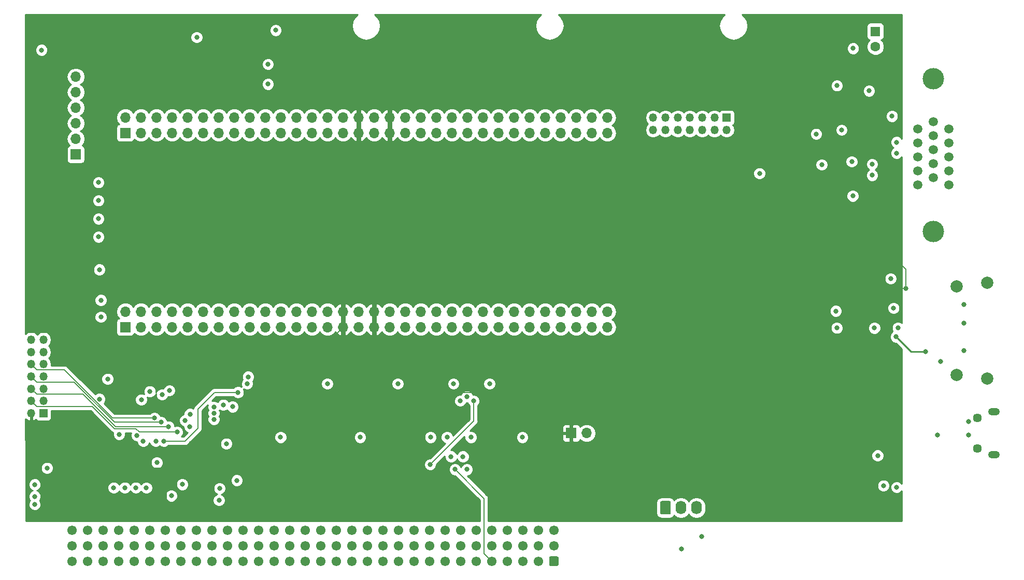
<source format=gbr>
G04 #@! TF.GenerationSoftware,KiCad,Pcbnew,5.0.2+dfsg1-1~bpo9+1*
G04 #@! TF.CreationDate,2022-01-29T10:57:36+01:00*
G04 #@! TF.ProjectId,nubus-to-ztex,6e756275-732d-4746-9f2d-7a7465782e6b,rev?*
G04 #@! TF.SameCoordinates,Original*
G04 #@! TF.FileFunction,Copper,L3,Inr*
G04 #@! TF.FilePolarity,Positive*
%FSLAX46Y46*%
G04 Gerber Fmt 4.6, Leading zero omitted, Abs format (unit mm)*
G04 Created by KiCad (PCBNEW 5.0.2+dfsg1-1~bpo9+1) date Sat Jan 29 10:57:36 2022*
%MOMM*%
%LPD*%
G01*
G04 APERTURE LIST*
G04 #@! TA.AperFunction,ViaPad*
%ADD10R,1.350000X1.350000*%
G04 #@! TD*
G04 #@! TA.AperFunction,ViaPad*
%ADD11O,1.350000X1.350000*%
G04 #@! TD*
G04 #@! TA.AperFunction,ViaPad*
%ADD12C,1.450000*%
G04 #@! TD*
G04 #@! TA.AperFunction,ViaPad*
%ADD13O,1.900000X1.200000*%
G04 #@! TD*
G04 #@! TA.AperFunction,ViaPad*
%ADD14R,1.700000X1.700000*%
G04 #@! TD*
G04 #@! TA.AperFunction,ViaPad*
%ADD15O,1.700000X1.700000*%
G04 #@! TD*
G04 #@! TA.AperFunction,Conductor*
%ADD16C,0.100000*%
G04 #@! TD*
G04 #@! TA.AperFunction,ViaPad*
%ADD17C,1.740000*%
G04 #@! TD*
G04 #@! TA.AperFunction,ViaPad*
%ADD18O,1.740000X2.200000*%
G04 #@! TD*
G04 #@! TA.AperFunction,ViaPad*
%ADD19C,2.000000*%
G04 #@! TD*
G04 #@! TA.AperFunction,ViaPad*
%ADD20C,1.500000*%
G04 #@! TD*
G04 #@! TA.AperFunction,ViaPad*
%ADD21C,3.500000*%
G04 #@! TD*
G04 #@! TA.AperFunction,ViaPad*
%ADD22R,1.600000X1.600000*%
G04 #@! TD*
G04 #@! TA.AperFunction,ViaPad*
%ADD23C,1.600000*%
G04 #@! TD*
G04 #@! TA.AperFunction,ViaPad*
%ADD24C,1.550000*%
G04 #@! TD*
G04 #@! TA.AperFunction,ViaPad*
%ADD25C,0.800000*%
G04 #@! TD*
G04 #@! TA.AperFunction,Conductor*
%ADD26C,0.800000*%
G04 #@! TD*
G04 #@! TA.AperFunction,Conductor*
%ADD27C,0.152400*%
G04 #@! TD*
G04 #@! TA.AperFunction,Conductor*
%ADD28C,0.500000*%
G04 #@! TD*
G04 #@! TA.AperFunction,Conductor*
%ADD29C,0.250000*%
G04 #@! TD*
G04 #@! TA.AperFunction,Conductor*
%ADD30C,0.254000*%
G04 #@! TD*
G04 APERTURE END LIST*
D10*
G04 #@! TO.N,GND*
G04 #@! TO.C,J2*
X116600000Y-75800000D03*
D11*
G04 #@! TO.N,+3V3*
X114600000Y-75800000D03*
G04 #@! TO.N,GND*
X116600000Y-73800000D03*
G04 #@! TO.N,CPLD_JTAG_TMS*
X114600000Y-73800000D03*
G04 #@! TO.N,GND*
X116600000Y-71800000D03*
G04 #@! TO.N,CPLD_JTAG_TCK*
X114600000Y-71800000D03*
G04 #@! TO.N,GND*
X116600000Y-69800000D03*
G04 #@! TO.N,CPLD_JTAG_TDO*
X114600000Y-69800000D03*
G04 #@! TO.N,GND*
X116600000Y-67800000D03*
G04 #@! TO.N,CPLD_JTAG_TDI*
X114600000Y-67800000D03*
G04 #@! TO.N,GND*
X116600000Y-65800000D03*
G04 #@! TO.N,Net-(J2-Pad12)*
X114600000Y-65800000D03*
G04 #@! TO.N,GND*
X116600000Y-63800000D03*
G04 #@! TO.N,Net-(J2-Pad14)*
X114600000Y-63800000D03*
G04 #@! TD*
D12*
G04 #@! TO.N,SHIELD*
G04 #@! TO.C,J6*
X269197500Y-81570000D03*
X269197500Y-76570000D03*
D13*
X271897500Y-82570000D03*
X271897500Y-75570000D03*
G04 #@! TD*
D14*
G04 #@! TO.N,+3V3*
G04 #@! TO.C,J8*
X202830000Y-79080000D03*
D15*
G04 #@! TO.N,GND*
X205370000Y-79080000D03*
G04 #@! TD*
D16*
G04 #@! TO.N,GND*
G04 #@! TO.C,J7*
G36*
X218884505Y-90171204D02*
X218908773Y-90174804D01*
X218932572Y-90180765D01*
X218955671Y-90189030D01*
X218977850Y-90199520D01*
X218998893Y-90212132D01*
X219018599Y-90226747D01*
X219036777Y-90243223D01*
X219053253Y-90261401D01*
X219067868Y-90281107D01*
X219080480Y-90302150D01*
X219090970Y-90324329D01*
X219099235Y-90347428D01*
X219105196Y-90371227D01*
X219108796Y-90395495D01*
X219110000Y-90419999D01*
X219110000Y-92120001D01*
X219108796Y-92144505D01*
X219105196Y-92168773D01*
X219099235Y-92192572D01*
X219090970Y-92215671D01*
X219080480Y-92237850D01*
X219067868Y-92258893D01*
X219053253Y-92278599D01*
X219036777Y-92296777D01*
X219018599Y-92313253D01*
X218998893Y-92327868D01*
X218977850Y-92340480D01*
X218955671Y-92350970D01*
X218932572Y-92359235D01*
X218908773Y-92365196D01*
X218884505Y-92368796D01*
X218860001Y-92370000D01*
X217619999Y-92370000D01*
X217595495Y-92368796D01*
X217571227Y-92365196D01*
X217547428Y-92359235D01*
X217524329Y-92350970D01*
X217502150Y-92340480D01*
X217481107Y-92327868D01*
X217461401Y-92313253D01*
X217443223Y-92296777D01*
X217426747Y-92278599D01*
X217412132Y-92258893D01*
X217399520Y-92237850D01*
X217389030Y-92215671D01*
X217380765Y-92192572D01*
X217374804Y-92168773D01*
X217371204Y-92144505D01*
X217370000Y-92120001D01*
X217370000Y-90419999D01*
X217371204Y-90395495D01*
X217374804Y-90371227D01*
X217380765Y-90347428D01*
X217389030Y-90324329D01*
X217399520Y-90302150D01*
X217412132Y-90281107D01*
X217426747Y-90261401D01*
X217443223Y-90243223D01*
X217461401Y-90226747D01*
X217481107Y-90212132D01*
X217502150Y-90199520D01*
X217524329Y-90189030D01*
X217547428Y-90180765D01*
X217571227Y-90174804D01*
X217595495Y-90171204D01*
X217619999Y-90170000D01*
X218860001Y-90170000D01*
X218884505Y-90171204D01*
X218884505Y-90171204D01*
G37*
D17*
X218240000Y-91270000D03*
D18*
G04 #@! TO.N,+5V*
X220780000Y-91270000D03*
G04 #@! TO.N,GND*
X223320000Y-91270000D03*
G04 #@! TD*
D14*
G04 #@! TO.N,Net-(JCD1-Pad1)*
G04 #@! TO.C,JCD1*
X130000000Y-30000000D03*
D15*
G04 #@! TO.N,Net-(JCD1-Pad2)*
X130000000Y-27460000D03*
G04 #@! TO.N,GND*
X132540000Y-30000000D03*
X132540000Y-27460000D03*
G04 #@! TO.N,/B2B/RX*
X135080000Y-30000000D03*
G04 #@! TO.N,/B2B/TX*
X135080000Y-27460000D03*
G04 #@! TO.N,~ID3_3V3*
X137620000Y-30000000D03*
G04 #@! TO.N,~ID2_3V3*
X137620000Y-27460000D03*
G04 #@! TO.N,~ID0_3V3*
X140160000Y-30000000D03*
G04 #@! TO.N,~ID1_3V3*
X140160000Y-27460000D03*
G04 #@! TO.N,tmoen*
X142700000Y-30000000D03*
G04 #@! TO.N,LED0*
X142700000Y-27460000D03*
G04 #@! TO.N,HDMI_HPD_A*
X145240000Y-30000000D03*
G04 #@! TO.N,LED1*
X145240000Y-27460000D03*
G04 #@! TO.N,HDMI_SDA_A*
X147780000Y-30000000D03*
G04 #@! TO.N,~CLK2X_3V3*
X147780000Y-27460000D03*
G04 #@! TO.N,HDMI_SCL_A*
X150320000Y-30000000D03*
G04 #@! TO.N,~TM2_3V3*
X150320000Y-27460000D03*
G04 #@! TO.N,HDMI_CEC_A*
X152860000Y-30000000D03*
G04 #@! TO.N,FPGA_VGA_HS*
X152860000Y-27460000D03*
G04 #@! TO.N,HDMI_CLK+*
X155400000Y-30000000D03*
G04 #@! TO.N,FPGA_VGA_VS*
X155400000Y-27460000D03*
G04 #@! TO.N,HDMI_CLK-*
X157940000Y-30000000D03*
G04 #@! TO.N,HDMI_D0-*
X157940000Y-27460000D03*
G04 #@! TO.N,HDMI_D1-*
X160480000Y-30000000D03*
G04 #@! TO.N,HDMI_D0+*
X160480000Y-27460000D03*
G04 #@! TO.N,HDMI_D1+*
X163020000Y-30000000D03*
G04 #@! TO.N,HDMI_D2-*
X163020000Y-27460000D03*
G04 #@! TO.N,FPGA_VGA_CLK*
X165560000Y-30000000D03*
G04 #@! TO.N,HDMI_D2+*
X165560000Y-27460000D03*
G04 #@! TO.N,+3V3*
X168100000Y-30000000D03*
X168100000Y-27460000D03*
G04 #@! TO.N,GND*
X170640000Y-30000000D03*
X170640000Y-27460000D03*
G04 #@! TO.N,+3V3*
X173180000Y-30000000D03*
X173180000Y-27460000D03*
G04 #@! TO.N,FPGA_B7*
X175720000Y-30000000D03*
G04 #@! TO.N,FPGA_R0*
X175720000Y-27460000D03*
G04 #@! TO.N,FPGA_B6*
X178260000Y-30000000D03*
G04 #@! TO.N,FPGA_R1*
X178260000Y-27460000D03*
G04 #@! TO.N,FPGA_B5*
X180800000Y-30000000D03*
G04 #@! TO.N,FPGA_R2*
X180800000Y-27460000D03*
G04 #@! TO.N,FPGA_B4*
X183340000Y-30000000D03*
G04 #@! TO.N,FPGA_R3*
X183340000Y-27460000D03*
G04 #@! TO.N,FPGA_B3*
X185880000Y-30000000D03*
G04 #@! TO.N,FPGA_R4*
X185880000Y-27460000D03*
G04 #@! TO.N,FPGA_B2*
X188420000Y-30000000D03*
G04 #@! TO.N,FPGA_R5*
X188420000Y-27460000D03*
G04 #@! TO.N,FPGA_B1*
X190960000Y-30000000D03*
G04 #@! TO.N,FPGA_R6*
X190960000Y-27460000D03*
G04 #@! TO.N,FPGA_B0*
X193500000Y-30000000D03*
G04 #@! TO.N,FPGA_R7*
X193500000Y-27460000D03*
G04 #@! TO.N,FPGA_G7*
X196040000Y-30000000D03*
G04 #@! TO.N,FPGA_G0*
X196040000Y-27460000D03*
G04 #@! TO.N,FPGA_G6*
X198580000Y-30000000D03*
G04 #@! TO.N,FPGA_G1*
X198580000Y-27460000D03*
G04 #@! TO.N,FPGA_G5*
X201120000Y-30000000D03*
G04 #@! TO.N,FPGA_G2*
X201120000Y-27460000D03*
G04 #@! TO.N,FPGA_G4*
X203660000Y-30000000D03*
G04 #@! TO.N,FPGA_G3*
X203660000Y-27460000D03*
G04 #@! TO.N,FPGA_JTAG_TDO*
X206200000Y-30000000D03*
G04 #@! TO.N,FPGA_JTAG_TMS*
X206200000Y-27460000D03*
G04 #@! TO.N,GND*
X208740000Y-30000000D03*
X208740000Y-27460000D03*
G04 #@! TD*
D10*
G04 #@! TO.N,GND*
G04 #@! TO.C,J1*
X228230000Y-27500000D03*
D11*
G04 #@! TO.N,/B2B/JTAG_VIO*
X228230000Y-29500000D03*
G04 #@! TO.N,GND*
X226230000Y-27500000D03*
G04 #@! TO.N,FPGA_JTAG_TMS*
X226230000Y-29500000D03*
G04 #@! TO.N,GND*
X224230000Y-27500000D03*
G04 #@! TO.N,FPGA_JTAG_TCK*
X224230000Y-29500000D03*
G04 #@! TO.N,GND*
X222230000Y-27500000D03*
G04 #@! TO.N,FPGA_JTAG_TDO*
X222230000Y-29500000D03*
G04 #@! TO.N,GND*
X220230000Y-27500000D03*
G04 #@! TO.N,FPGA_JTAG_TDI*
X220230000Y-29500000D03*
G04 #@! TO.N,GND*
X218230000Y-27500000D03*
G04 #@! TO.N,Net-(J1-Pad12)*
X218230000Y-29500000D03*
G04 #@! TO.N,GND*
X216230000Y-27500000D03*
G04 #@! TO.N,Net-(J1-Pad14)*
X216230000Y-29500000D03*
G04 #@! TD*
D19*
G04 #@! TO.N,SHIELD*
G04 #@! TO.C,J5*
X270800000Y-70150000D03*
X270800000Y-54450000D03*
X265850000Y-69550000D03*
X265850000Y-55050000D03*
G04 #@! TD*
D20*
G04 #@! TO.N,Net-(J9-Pad15)*
G04 #@! TO.C,J9*
X264540000Y-38460000D03*
G04 #@! TO.N,/vga/VGA_VS*
X264540000Y-36170000D03*
G04 #@! TO.N,/vga/VGA_HS*
X264540000Y-33876000D03*
G04 #@! TO.N,Net-(J9-Pad12)*
X264540000Y-31590000D03*
G04 #@! TO.N,Net-(J9-Pad11)*
X264540000Y-29300000D03*
G04 #@! TO.N,GND*
X262000000Y-37320000D03*
G04 #@! TO.N,Net-(J9-Pad9)*
X262000000Y-35030000D03*
G04 #@! TO.N,GND*
X262000000Y-32740000D03*
X262000000Y-30450000D03*
X262000000Y-28160000D03*
X259460000Y-38460000D03*
G04 #@! TO.N,Net-(J9-Pad4)*
X259460000Y-36170000D03*
G04 #@! TO.N,/vga/VGA_B*
X259460000Y-33880000D03*
G04 #@! TO.N,/vga/VGA_G*
X259460000Y-31590000D03*
G04 #@! TO.N,/vga/VGA_R*
X259460000Y-29300000D03*
D21*
G04 #@! TO.N,SHIELD*
X262000000Y-21130000D03*
X262000000Y-46130000D03*
G04 #@! TD*
D22*
G04 #@! TO.N,SHIELD*
G04 #@! TO.C,C39*
X252540000Y-13380000D03*
D23*
G04 #@! TO.N,GND*
X252540000Y-15880000D03*
G04 #@! TD*
D16*
G04 #@! TO.N,-12V*
G04 #@! TO.C,J4*
G36*
X200549505Y-99226204D02*
X200573773Y-99229804D01*
X200597572Y-99235765D01*
X200620671Y-99244030D01*
X200642850Y-99254520D01*
X200663893Y-99267132D01*
X200683599Y-99281747D01*
X200701777Y-99298223D01*
X200718253Y-99316401D01*
X200732868Y-99336107D01*
X200745480Y-99357150D01*
X200755970Y-99379329D01*
X200764235Y-99402428D01*
X200770196Y-99426227D01*
X200773796Y-99450495D01*
X200775000Y-99474999D01*
X200775000Y-100525001D01*
X200773796Y-100549505D01*
X200770196Y-100573773D01*
X200764235Y-100597572D01*
X200755970Y-100620671D01*
X200745480Y-100642850D01*
X200732868Y-100663893D01*
X200718253Y-100683599D01*
X200701777Y-100701777D01*
X200683599Y-100718253D01*
X200663893Y-100732868D01*
X200642850Y-100745480D01*
X200620671Y-100755970D01*
X200597572Y-100764235D01*
X200573773Y-100770196D01*
X200549505Y-100773796D01*
X200525001Y-100775000D01*
X199474999Y-100775000D01*
X199450495Y-100773796D01*
X199426227Y-100770196D01*
X199402428Y-100764235D01*
X199379329Y-100755970D01*
X199357150Y-100745480D01*
X199336107Y-100732868D01*
X199316401Y-100718253D01*
X199298223Y-100701777D01*
X199281747Y-100683599D01*
X199267132Y-100663893D01*
X199254520Y-100642850D01*
X199244030Y-100620671D01*
X199235765Y-100597572D01*
X199229804Y-100573773D01*
X199226204Y-100549505D01*
X199225000Y-100525001D01*
X199225000Y-99474999D01*
X199226204Y-99450495D01*
X199229804Y-99426227D01*
X199235765Y-99402428D01*
X199244030Y-99379329D01*
X199254520Y-99357150D01*
X199267132Y-99336107D01*
X199281747Y-99316401D01*
X199298223Y-99298223D01*
X199316401Y-99281747D01*
X199336107Y-99267132D01*
X199357150Y-99254520D01*
X199379329Y-99244030D01*
X199402428Y-99235765D01*
X199426227Y-99229804D01*
X199450495Y-99226204D01*
X199474999Y-99225000D01*
X200525001Y-99225000D01*
X200549505Y-99226204D01*
X200549505Y-99226204D01*
G37*
D24*
X200000000Y-100000000D03*
G04 #@! TO.N,SB0_5V*
X197460000Y-100000000D03*
G04 #@! TO.N,~SPV_5V*
X194920000Y-100000000D03*
G04 #@! TO.N,~SP_5V*
X192380000Y-100000000D03*
G04 #@! TO.N,~TM1_5V*
X189840000Y-100000000D03*
G04 #@! TO.N,~AD1_5V*
X187300000Y-100000000D03*
G04 #@! TO.N,~AD3_5V*
X184760000Y-100000000D03*
G04 #@! TO.N,~AD5_5V*
X182220000Y-100000000D03*
G04 #@! TO.N,~AD7_5V*
X179680000Y-100000000D03*
G04 #@! TO.N,~AD9_5V*
X177140000Y-100000000D03*
G04 #@! TO.N,~AD11_5V*
X174600000Y-100000000D03*
G04 #@! TO.N,~AD13_5V*
X172060000Y-100000000D03*
G04 #@! TO.N,~AD15_5V*
X169520000Y-100000000D03*
G04 #@! TO.N,~AD17_5V*
X166980000Y-100000000D03*
G04 #@! TO.N,~AD19_5V*
X164440000Y-100000000D03*
G04 #@! TO.N,~AD21_5V*
X161900000Y-100000000D03*
G04 #@! TO.N,~AD23_5V*
X159360000Y-100000000D03*
G04 #@! TO.N,~AD25_5V*
X156820000Y-100000000D03*
G04 #@! TO.N,~AD27_5V*
X154280000Y-100000000D03*
G04 #@! TO.N,~AD29_5V*
X151740000Y-100000000D03*
G04 #@! TO.N,~AD31_5V*
X149200000Y-100000000D03*
G04 #@! TO.N,GND*
X146660000Y-100000000D03*
X144120000Y-100000000D03*
G04 #@! TO.N,~ARB1_5V*
X141580000Y-100000000D03*
G04 #@! TO.N,~ARB3_5V*
X139040000Y-100000000D03*
G04 #@! TO.N,~ID1_5V*
X136500000Y-100000000D03*
G04 #@! TO.N,~ID3_5V*
X133960000Y-100000000D03*
G04 #@! TO.N,~ACK_5V*
X131420000Y-100000000D03*
G04 #@! TO.N,+5V*
X128880000Y-100000000D03*
G04 #@! TO.N,~RQST_5V*
X126340000Y-100000000D03*
G04 #@! TO.N,~NMRQ_5V*
X123800000Y-100000000D03*
G04 #@! TO.N,+12V*
X121260000Y-100000000D03*
G04 #@! TO.N,-12V*
X200000000Y-97460000D03*
G04 #@! TO.N,GND*
X197460000Y-97460000D03*
X194920000Y-97460000D03*
G04 #@! TO.N,+5V*
X192380000Y-97460000D03*
X189840000Y-97460000D03*
X187300000Y-97460000D03*
X184760000Y-97460000D03*
G04 #@! TO.N,~TM2_5V*
X182220000Y-97460000D03*
G04 #@! TO.N,~CM0_5V*
X179680000Y-97460000D03*
G04 #@! TO.N,~CM1_5V*
X177140000Y-97460000D03*
G04 #@! TO.N,~CM2_5V*
X174600000Y-97460000D03*
G04 #@! TO.N,GND*
X172060000Y-97460000D03*
X169520000Y-97460000D03*
X166980000Y-97460000D03*
X164440000Y-97460000D03*
X161900000Y-97460000D03*
X159360000Y-97460000D03*
X156820000Y-97460000D03*
X154280000Y-97460000D03*
X151740000Y-97460000D03*
X149200000Y-97460000D03*
X146660000Y-97460000D03*
X144120000Y-97460000D03*
G04 #@! TO.N,~CLK2X_5V*
X141580000Y-97460000D03*
G04 #@! TO.N,STDBYPWR*
X139040000Y-97460000D03*
G04 #@! TO.N,~CLK2XEN_5V*
X136500000Y-97460000D03*
G04 #@! TO.N,~CBUSY_5V*
X133960000Y-97460000D03*
G04 #@! TO.N,+5V*
X131420000Y-97460000D03*
X128880000Y-97460000D03*
G04 #@! TO.N,GND*
X126340000Y-97460000D03*
X123800000Y-97460000D03*
G04 #@! TO.N,+12V*
X121260000Y-97460000D03*
G04 #@! TO.N,~RESET_5V*
X200000000Y-94920000D03*
G04 #@! TO.N,SB1_5V*
X197460000Y-94920000D03*
G04 #@! TO.N,+5V*
X194920000Y-94920000D03*
X192380000Y-94920000D03*
G04 #@! TO.N,~TM0_5V*
X189840000Y-94920000D03*
G04 #@! TO.N,~AD0_5V*
X187300000Y-94920000D03*
G04 #@! TO.N,~AD2_5V*
X184760000Y-94920000D03*
G04 #@! TO.N,~AD4_5V*
X182220000Y-94920000D03*
G04 #@! TO.N,~AD6_5V*
X179680000Y-94920000D03*
G04 #@! TO.N,~AD8_5V*
X177140000Y-94920000D03*
G04 #@! TO.N,~AD10_5V*
X174600000Y-94920000D03*
G04 #@! TO.N,~AD12_5V*
X172060000Y-94920000D03*
G04 #@! TO.N,~AD14_5V*
X169520000Y-94920000D03*
G04 #@! TO.N,~AD16_5V*
X166980000Y-94920000D03*
G04 #@! TO.N,~AD18_5V*
X164440000Y-94920000D03*
G04 #@! TO.N,~AD20_5V*
X161900000Y-94920000D03*
G04 #@! TO.N,~AD22_5V*
X159360000Y-94920000D03*
G04 #@! TO.N,~AD24_5V*
X156820000Y-94920000D03*
G04 #@! TO.N,~AD26_5V*
X154280000Y-94920000D03*
G04 #@! TO.N,~AD28_5V*
X151740000Y-94920000D03*
G04 #@! TO.N,~AD30_5V*
X149200000Y-94920000D03*
G04 #@! TO.N,GND*
X146660000Y-94920000D03*
G04 #@! TO.N,~PFW_5V*
X144120000Y-94920000D03*
G04 #@! TO.N,~ARB0_5V*
X141580000Y-94920000D03*
G04 #@! TO.N,~ARB2_5V*
X139040000Y-94920000D03*
G04 #@! TO.N,~ID0_5V*
X136500000Y-94920000D03*
G04 #@! TO.N,~ID2_5V*
X133960000Y-94920000D03*
G04 #@! TO.N,~START_5V*
X131420000Y-94920000D03*
G04 #@! TO.N,+5V*
X128880000Y-94920000D03*
X126340000Y-94920000D03*
G04 #@! TO.N,GND*
X123800000Y-94920000D03*
G04 #@! TO.N,~CLK_5V*
X121260000Y-94920000D03*
G04 #@! TD*
D15*
G04 #@! TO.N,Net-(J3-Pad6)*
G04 #@! TO.C,J3*
X121900000Y-20800000D03*
G04 #@! TO.N,/B2B/TX*
X121900000Y-23340000D03*
G04 #@! TO.N,/B2B/RX*
X121900000Y-25880000D03*
G04 #@! TO.N,Net-(J3-Pad3)*
X121900000Y-28420000D03*
G04 #@! TO.N,Net-(J3-Pad2)*
X121900000Y-30960000D03*
D14*
G04 #@! TO.N,GND*
X121900000Y-33500000D03*
G04 #@! TD*
D15*
G04 #@! TO.N,GND*
G04 #@! TO.C,JAB1*
X208740000Y-59210000D03*
G04 #@! TO.N,/B2B/JTAG_VIO*
X208740000Y-61750000D03*
G04 #@! TO.N,FPGA_JTAG_TCK*
X206200000Y-59210000D03*
G04 #@! TO.N,FPGA_JTAG_TDI*
X206200000Y-61750000D03*
G04 #@! TO.N,USBH0_D-*
X203660000Y-59210000D03*
G04 #@! TO.N,USBH0_D+*
X203660000Y-61750000D03*
G04 #@! TO.N,~AD0_3V3*
X201120000Y-59210000D03*
G04 #@! TO.N,~AD1_3V3*
X201120000Y-61750000D03*
G04 #@! TO.N,~AD2_3V3*
X198580000Y-59210000D03*
G04 #@! TO.N,~AD3_3V3*
X198580000Y-61750000D03*
G04 #@! TO.N,~AD4_3V3*
X196040000Y-59210000D03*
G04 #@! TO.N,~AD5_3V3*
X196040000Y-61750000D03*
G04 #@! TO.N,~AD6_3V3*
X193500000Y-59210000D03*
G04 #@! TO.N,~AD7_3V3*
X193500000Y-61750000D03*
G04 #@! TO.N,~AD8_3V3*
X190960000Y-59210000D03*
G04 #@! TO.N,~AD9_3V3*
X190960000Y-61750000D03*
G04 #@! TO.N,~AD10_3V3*
X188420000Y-59210000D03*
G04 #@! TO.N,~AD11_3V3*
X188420000Y-61750000D03*
G04 #@! TO.N,~AD12_3V3*
X185880000Y-59210000D03*
G04 #@! TO.N,~AD13_3V3*
X185880000Y-61750000D03*
G04 #@! TO.N,~AD14_3V3*
X183340000Y-59210000D03*
G04 #@! TO.N,~AD15_3V3*
X183340000Y-61750000D03*
G04 #@! TO.N,~AD16_3V3*
X180800000Y-59210000D03*
G04 #@! TO.N,~AD17_3V3*
X180800000Y-61750000D03*
G04 #@! TO.N,~AD18_3V3*
X178260000Y-59210000D03*
G04 #@! TO.N,~AD19_3V3*
X178260000Y-61750000D03*
G04 #@! TO.N,~AD20_3V3*
X175720000Y-59210000D03*
G04 #@! TO.N,~AD21_3V3*
X175720000Y-61750000D03*
G04 #@! TO.N,~AD22_3V3*
X173180000Y-59210000D03*
G04 #@! TO.N,~AD23_3V3*
X173180000Y-61750000D03*
G04 #@! TO.N,+3V3*
X170640000Y-59210000D03*
X170640000Y-61750000D03*
G04 #@! TO.N,GND*
X168100000Y-59210000D03*
X168100000Y-61750000D03*
G04 #@! TO.N,+3V3*
X165560000Y-59210000D03*
X165560000Y-61750000D03*
G04 #@! TO.N,~AD24_3V3*
X163020000Y-59210000D03*
G04 #@! TO.N,NUBUS_OE*
X163020000Y-61750000D03*
G04 #@! TO.N,~AD26_3V3*
X160480000Y-59210000D03*
G04 #@! TO.N,~AD25_3V3*
X160480000Y-61750000D03*
G04 #@! TO.N,~AD28_3V3*
X157940000Y-59210000D03*
G04 #@! TO.N,~AD27_3V3*
X157940000Y-61750000D03*
G04 #@! TO.N,~AD30_3V3*
X155400000Y-59210000D03*
G04 #@! TO.N,~AD29_3V3*
X155400000Y-61750000D03*
G04 #@! TO.N,~CLK_3V3*
X152860000Y-59210000D03*
G04 #@! TO.N,~AD31_3V3*
X152860000Y-61750000D03*
G04 #@! TO.N,NUBUS_AD_DIR*
X150320000Y-59210000D03*
G04 #@! TO.N,~RESET_3V3*
X150320000Y-61750000D03*
G04 #@! TO.N,fpga_to_cpld_signal_2*
X147780000Y-59210000D03*
G04 #@! TO.N,NUBUS_MASTER_DIR*
X147780000Y-61750000D03*
G04 #@! TO.N,fpga_to_cpld_clk*
X145240000Y-59210000D03*
G04 #@! TO.N,fpga_to_cpld_signal*
X145240000Y-61750000D03*
G04 #@! TO.N,ARB*
X142700000Y-59210000D03*
G04 #@! TO.N,GRANT*
X142700000Y-61750000D03*
G04 #@! TO.N,~ACK_3V3*
X140160000Y-59210000D03*
G04 #@! TO.N,~START_3V3*
X140160000Y-61750000D03*
G04 #@! TO.N,~TM1_3V3*
X137620000Y-59210000D03*
G04 #@! TO.N,~TM0_3V3*
X137620000Y-61750000D03*
G04 #@! TO.N,~NMRQ_3V3*
X135080000Y-59210000D03*
G04 #@! TO.N,~RQST_3V3*
X135080000Y-61750000D03*
G04 #@! TO.N,GND*
X132540000Y-59210000D03*
X132540000Y-61750000D03*
G04 #@! TO.N,+5V*
X130000000Y-59210000D03*
D14*
X130000000Y-61750000D03*
G04 #@! TD*
D25*
G04 #@! TO.N,GND*
X137500000Y-89312500D03*
X256220000Y-61875000D03*
X128980000Y-79260000D03*
X246250000Y-22250000D03*
X252900000Y-82730000D03*
X256000000Y-31500000D03*
X251500000Y-23100000D03*
X252380000Y-61875000D03*
X256000000Y-33300000D03*
X262640000Y-79355000D03*
X149900000Y-71000000D03*
X117200000Y-84780000D03*
X189500000Y-71000000D03*
X243770000Y-35180000D03*
X125750000Y-73500000D03*
X115200000Y-87480000D03*
X145400000Y-88100000D03*
X255250000Y-27250000D03*
X242870000Y-30170000D03*
X248840000Y-40287500D03*
X139300000Y-87450000D03*
X155357500Y-79750000D03*
X148200000Y-86800000D03*
X141650000Y-14352500D03*
X256010000Y-87920000D03*
X127100000Y-70212500D03*
X179857500Y-79750000D03*
X115200000Y-90730000D03*
X263200000Y-67357500D03*
X145300000Y-90050000D03*
X224140000Y-96000000D03*
X248670000Y-34670001D03*
X146500000Y-80800000D03*
X194857500Y-79750000D03*
X168357500Y-79750000D03*
X163000000Y-71000000D03*
X137200000Y-72100000D03*
X267730000Y-79355000D03*
X267720000Y-77180000D03*
X233600000Y-36600000D03*
X267000000Y-65550000D03*
X140550000Y-75950000D03*
X174500000Y-71000000D03*
X135152523Y-83900000D03*
X247020000Y-29510000D03*
X267000000Y-58050000D03*
X255500000Y-58625000D03*
X255040000Y-53812500D03*
X248890000Y-16170000D03*
X115200000Y-89430000D03*
X186450000Y-79750000D03*
X183600000Y-71000000D03*
X116300000Y-16437500D03*
X246062500Y-59100000D03*
X267000000Y-61050000D03*
G04 #@! TO.N,+3V3*
X256000000Y-22250000D03*
X140112500Y-65000000D03*
X143500000Y-77950000D03*
X127250000Y-71787500D03*
X252000000Y-33000000D03*
X117503601Y-60080000D03*
X117503601Y-52370000D03*
X256000000Y-29500000D03*
X248080000Y-63750000D03*
X117503601Y-57330000D03*
X161750000Y-73687500D03*
X222537500Y-59000000D03*
X148750000Y-73687500D03*
X257550000Y-55387500D03*
X173300000Y-73700000D03*
X160287500Y-20250000D03*
X241210000Y-35980000D03*
X246800000Y-26300000D03*
X118665134Y-45500000D03*
X118665134Y-39500000D03*
X137500000Y-90887500D03*
X245550000Y-57975000D03*
X136727523Y-83900000D03*
X188250000Y-73687500D03*
X161000000Y-14700000D03*
X121200000Y-84780000D03*
X181250000Y-73687500D03*
X116300000Y-11212500D03*
X182100000Y-87100000D03*
X118300000Y-79800000D03*
X115812500Y-82500000D03*
X126287500Y-82100000D03*
X143787500Y-86100000D03*
X140387500Y-83700000D03*
G04 #@! TO.N,+5V*
X253850000Y-87660000D03*
X246230000Y-61872500D03*
X131697842Y-88000000D03*
X129897842Y-88000000D03*
X128097842Y-88000000D03*
X133421568Y-88014972D03*
X220840000Y-97970000D03*
G04 #@! TO.N,~RESET_5V*
X146000000Y-74450000D03*
G04 #@! TO.N,~TM1_5V*
X140500000Y-78000000D03*
X183850000Y-85000000D03*
G04 #@! TO.N,~TM2_5V*
X186900000Y-73800000D03*
X134960000Y-80370000D03*
X179800000Y-84200000D03*
G04 #@! TO.N,~TM0_5V*
X139750000Y-77000000D03*
X185800000Y-85000000D03*
G04 #@! TO.N,~ID3_3V3*
X125600000Y-38077042D03*
G04 #@! TO.N,~ID2_3V3*
X125600000Y-41043708D03*
G04 #@! TO.N,~ID1_3V3*
X125600000Y-44010374D03*
G04 #@! TO.N,~ID0_3V3*
X125600000Y-46977042D03*
G04 #@! TO.N,~CLK2X_5V*
X132920000Y-80370000D03*
G04 #@! TO.N,~START_3V3*
X132600000Y-73600000D03*
G04 #@! TO.N,~ACK_3V3*
X125750000Y-52344020D03*
X134000000Y-72250000D03*
G04 #@! TO.N,~RESET_3V3*
X154562500Y-13200000D03*
G04 #@! TO.N,~TM0_3V3*
X126000000Y-57330000D03*
G04 #@! TO.N,~TM1_3V3*
X126000000Y-60080000D03*
G04 #@! TO.N,FPGA_VGA_HS*
X252000000Y-35100000D03*
G04 #@! TO.N,FPGA_VGA_VS*
X252000000Y-36900000D03*
G04 #@! TO.N,HDMI_5V*
X255920000Y-63320000D03*
X260760000Y-65782500D03*
G04 #@! TO.N,ARB*
X153300000Y-18750000D03*
G04 #@! TO.N,NUBUS_AD_DIR*
X147500000Y-74750000D03*
G04 #@! TO.N,CPLD_JTAG_TDI*
X134750000Y-76600000D03*
G04 #@! TO.N,CPLD_JTAG_TDO*
X135850000Y-77300000D03*
G04 #@! TO.N,CPLD_JTAG_TMS*
X138450000Y-78900000D03*
G04 #@! TO.N,CPLD_JTAG_TCK*
X137050000Y-78000000D03*
G04 #@! TO.N,fpga_to_cpld_clk*
X131900000Y-79450000D03*
G04 #@! TO.N,GRANT*
X153300000Y-22000000D03*
G04 #@! TO.N,fpga_to_cpld_signal*
X136000000Y-72770000D03*
G04 #@! TO.N,TMx_oe_n*
X144450000Y-74800000D03*
X182550000Y-79750000D03*
G04 #@! TO.N,TM1_n_o*
X183200000Y-82900000D03*
X144450000Y-76800000D03*
G04 #@! TO.N,TM0_n_o*
X144450000Y-75800000D03*
X185150000Y-82900000D03*
G04 #@! TO.N,TM2_o_n*
X150050000Y-69860000D03*
X185800000Y-73100000D03*
G04 #@! TO.N,TM2_oe_n*
X136280000Y-80360000D03*
X184700000Y-73800000D03*
X148400000Y-72400000D03*
G04 #@! TD*
D26*
G04 #@! TO.N,+3V3*
X165560000Y-61750000D02*
X165560000Y-65100000D01*
D27*
X256750000Y-28750000D02*
X256000000Y-29500000D01*
D26*
X173180000Y-39820000D02*
X173180000Y-30000000D01*
X168100000Y-30000000D02*
X168100000Y-32800000D01*
D27*
X118750000Y-61950000D02*
X117503601Y-60703601D01*
D26*
X170640000Y-42360000D02*
X173180000Y-39820000D01*
D27*
X129000000Y-51200000D02*
X117503601Y-51200000D01*
D26*
X165560000Y-59210000D02*
X165560000Y-55540000D01*
D27*
X143100001Y-78349999D02*
X143500000Y-77950000D01*
X170764999Y-47124999D02*
X223475001Y-47124999D01*
D26*
X170640000Y-59210000D02*
X170640000Y-47000000D01*
X168100000Y-27460000D02*
X168100000Y-25600000D01*
D27*
X165460000Y-66400000D02*
X165560000Y-66500000D01*
X199687500Y-73687500D02*
X202830000Y-76830000D01*
X143500000Y-77950000D02*
X147202500Y-77950000D01*
X241210000Y-35980000D02*
X230090000Y-47100000D01*
X257550000Y-52320000D02*
X241210000Y-35980000D01*
X148750000Y-73687500D02*
X148750000Y-76402500D01*
X230090000Y-47100000D02*
X223550000Y-47100000D01*
X117503601Y-60703601D02*
X117503601Y-60080000D01*
X252000000Y-33000000D02*
X244190000Y-33000000D01*
X136934315Y-90887500D02*
X136727523Y-90680708D01*
D26*
X170640000Y-63860000D02*
X170640000Y-61750000D01*
D27*
X256000000Y-22250000D02*
X256750000Y-23000000D01*
X248479999Y-59720001D02*
X250225000Y-57975000D01*
X168100000Y-32800000D02*
X155900000Y-45000000D01*
X165560000Y-61750000D02*
X163110000Y-64200000D01*
X163110000Y-64200000D02*
X140912500Y-64200000D01*
X140912500Y-64200000D02*
X140112500Y-65000000D01*
X252812500Y-55387500D02*
X257550000Y-55387500D01*
X168100000Y-25600000D02*
X169000000Y-24700000D01*
D26*
X170640000Y-60412081D02*
X170640000Y-61750000D01*
D27*
X253750000Y-29500000D02*
X252000000Y-31250000D01*
D26*
X165560000Y-59210000D02*
X165560000Y-61750000D01*
D27*
X244190000Y-33000000D02*
X241210000Y-35980000D01*
X223550000Y-47100000D02*
X223550000Y-57987500D01*
X165610000Y-73700000D02*
X165560000Y-73750000D01*
X257550000Y-55387500D02*
X257550000Y-52320000D01*
D26*
X165560000Y-72250000D02*
X165560000Y-73750000D01*
D27*
X172200000Y-24700000D02*
X173180000Y-25680000D01*
X160250000Y-73687500D02*
X161750000Y-73687500D01*
X137500000Y-90887500D02*
X136934315Y-90887500D01*
X166000000Y-64500000D02*
X170000000Y-64500000D01*
X165497500Y-73687500D02*
X165560000Y-73750000D01*
D26*
X173180000Y-27460000D02*
X173180000Y-30000000D01*
D27*
X118665134Y-45500000D02*
X117503601Y-46661533D01*
D26*
X165560000Y-67000000D02*
X165560000Y-72250000D01*
X170640000Y-59210000D02*
X170640000Y-60412081D01*
D27*
X170000000Y-64500000D02*
X170640000Y-63860000D01*
X136727523Y-90680708D02*
X136727523Y-84465685D01*
X117503601Y-58753601D02*
X117503601Y-58400000D01*
X223550000Y-57987500D02*
X222537500Y-59000000D01*
D28*
X202830000Y-76830000D02*
X202830000Y-79080000D01*
D27*
X160287500Y-15412500D02*
X161000000Y-14700000D01*
X118665134Y-39500000D02*
X118665134Y-45500000D01*
X117503601Y-60080000D02*
X117503601Y-58753601D01*
X136727523Y-84465685D02*
X136727523Y-83900000D01*
X256000000Y-29500000D02*
X253750000Y-29500000D01*
X160287500Y-20250000D02*
X160287500Y-15412500D01*
X117503601Y-51200000D02*
X117503601Y-52370000D01*
X169000000Y-24700000D02*
X172200000Y-24700000D01*
D26*
X168100000Y-27460000D02*
X168100000Y-30000000D01*
X165560000Y-65100000D02*
X165560000Y-66500000D01*
D27*
X148750000Y-73687500D02*
X160250000Y-73687500D01*
X117503601Y-58400000D02*
X117503601Y-57330000D01*
X248479999Y-63350001D02*
X248479999Y-59720001D01*
X250225000Y-57975000D02*
X252812500Y-55387500D01*
D26*
X170640000Y-47000000D02*
X170640000Y-42360000D01*
D27*
X248080000Y-63750000D02*
X248479999Y-63350001D01*
X251750000Y-31250000D02*
X252000000Y-31250000D01*
X147202500Y-77950000D02*
X148750000Y-76402500D01*
X256750000Y-23000000D02*
X256750000Y-28750000D01*
X135200000Y-45000000D02*
X129000000Y-51200000D01*
X165560000Y-75510000D02*
X165600000Y-75550000D01*
X165440000Y-65220000D02*
X165560000Y-65100000D01*
X155900000Y-45000000D02*
X135200000Y-45000000D01*
X117503601Y-46661533D02*
X117503601Y-51200000D01*
X170640000Y-47000000D02*
X170764999Y-47124999D01*
X252000000Y-33000000D02*
X252000000Y-31250000D01*
X160287500Y-20250000D02*
X162750000Y-20250000D01*
D26*
X173180000Y-25680000D02*
X173180000Y-27460000D01*
D27*
X162750000Y-20250000D02*
X168100000Y-25600000D01*
X246800000Y-26300000D02*
X251750000Y-31250000D01*
X117503601Y-52370000D02*
X117503601Y-57200000D01*
X245550000Y-57975000D02*
X250225000Y-57975000D01*
X117503601Y-57330000D02*
X117503601Y-57200000D01*
X161750000Y-73687500D02*
X165497500Y-73687500D01*
D26*
X165560000Y-67000000D02*
X165560000Y-66500000D01*
D27*
X166000000Y-64500000D02*
X165560000Y-64060000D01*
D26*
X165560000Y-73750000D02*
X165560000Y-75510000D01*
D27*
X136727523Y-83900000D02*
X137550000Y-83900000D01*
X134037500Y-65000000D02*
X140112500Y-65000000D01*
X127250000Y-71787500D02*
X134037500Y-65000000D01*
X135847523Y-84780000D02*
X121200000Y-84780000D01*
X136727523Y-83900000D02*
X135847523Y-84780000D01*
D28*
X202830000Y-79080000D02*
X202830000Y-81470000D01*
D27*
X114600000Y-75800000D02*
X114600000Y-78180000D01*
X161762500Y-73700000D02*
X161750000Y-73687500D01*
X173300000Y-73700000D02*
X161762500Y-73700000D01*
X173312500Y-73687500D02*
X173300000Y-73700000D01*
X188250000Y-73687500D02*
X199687500Y-73687500D01*
X181250000Y-73687500D02*
X173312500Y-73687500D01*
X157512500Y-11212500D02*
X161000000Y-14700000D01*
X116300000Y-11212500D02*
X157512500Y-11212500D01*
X188250000Y-73121815D02*
X187528185Y-72400000D01*
X188250000Y-73687500D02*
X188250000Y-73121815D01*
X182537500Y-72400000D02*
X181250000Y-73687500D01*
X187528185Y-72400000D02*
X182537500Y-72400000D01*
X182100000Y-87100000D02*
X177100000Y-87100000D01*
X173300000Y-83300000D02*
X173300000Y-73700000D01*
X177100000Y-87100000D02*
X173300000Y-83300000D01*
X117300000Y-80800000D02*
X117220000Y-80800000D01*
X118300000Y-79800000D02*
X117300000Y-80800000D01*
X114600000Y-78180000D02*
X117220000Y-80800000D01*
X115812500Y-82500000D02*
X117332500Y-80980000D01*
X117332500Y-80980000D02*
X117400000Y-80980000D01*
X117400000Y-80980000D02*
X121200000Y-84780000D01*
X117220000Y-80800000D02*
X117400000Y-80980000D01*
X134927523Y-82100000D02*
X136727523Y-83900000D01*
X126287500Y-82100000D02*
X134927523Y-82100000D01*
X143500000Y-85812500D02*
X143787500Y-86100000D01*
X143500000Y-77950000D02*
X143500000Y-85812500D01*
X139821815Y-83700000D02*
X137750000Y-83700000D01*
X140387500Y-83700000D02*
X139821815Y-83700000D01*
X137750000Y-83700000D02*
X143100001Y-78349999D01*
X137550000Y-83900000D02*
X137750000Y-83700000D01*
G04 #@! TO.N,+5V*
X133406596Y-88000000D02*
X133421568Y-88014972D01*
X220840000Y-91330000D02*
X220780000Y-91270000D01*
G04 #@! TO.N,~TM1_5V*
X189840000Y-100000000D02*
X188600000Y-98760000D01*
X188600000Y-89750000D02*
X183850000Y-85000000D01*
X188600000Y-98760000D02*
X188600000Y-89750000D01*
G04 #@! TO.N,~TM2_5V*
X186900000Y-77100000D02*
X179800000Y-84200000D01*
X186900000Y-73800000D02*
X186900000Y-77100000D01*
G04 #@! TO.N,~AD23_3V3*
X173212500Y-61782500D02*
X173180000Y-61750000D01*
D29*
G04 #@! TO.N,HDMI_5V*
X258382500Y-65782500D02*
X260760000Y-65782500D01*
X255920000Y-63320000D02*
X258382500Y-65782500D01*
D27*
G04 #@! TO.N,CPLD_JTAG_TDI*
X120023271Y-68703601D02*
X127919670Y-76600000D01*
X115503601Y-68703601D02*
X120023271Y-68703601D01*
X114600000Y-67800000D02*
X115503601Y-68703601D01*
X127919670Y-76600000D02*
X133000000Y-76600000D01*
X133000000Y-76600000D02*
X134750000Y-76600000D01*
G04 #@! TO.N,CPLD_JTAG_TDO*
X134100000Y-77300000D02*
X135850000Y-77300000D01*
X114600000Y-69800000D02*
X115503601Y-70703601D01*
X115503601Y-70703601D02*
X121592205Y-70703601D01*
X121592205Y-70703601D02*
X128188604Y-77300000D01*
X128188604Y-77300000D02*
X134100000Y-77300000D01*
G04 #@! TO.N,CPLD_JTAG_TMS*
X136700000Y-78900000D02*
X138450000Y-78900000D01*
X114600000Y-73800000D02*
X115503601Y-74703601D01*
X115503601Y-74703601D02*
X124593601Y-74703601D01*
X124593601Y-74703601D02*
X128211399Y-78321399D01*
X132280330Y-78900000D02*
X136700000Y-78900000D01*
X131701729Y-78321399D02*
X132280330Y-78900000D01*
X128211399Y-78321399D02*
X131701729Y-78321399D01*
G04 #@! TO.N,CPLD_JTAG_TCK*
X135300000Y-78000000D02*
X128380000Y-78000000D01*
X115503601Y-72703601D02*
X114600000Y-71800000D01*
X123083601Y-72703601D02*
X115503601Y-72703601D01*
X128380000Y-78000000D02*
X123083601Y-72703601D01*
X135300000Y-78000000D02*
X137050000Y-78000000D01*
G04 #@! TO.N,TM2_oe_n*
X136280000Y-80360000D02*
X139760000Y-80360000D01*
X139760000Y-80360000D02*
X141820000Y-78300000D01*
X141820000Y-78300000D02*
X141820000Y-75120000D01*
X144540000Y-72400000D02*
X148400000Y-72400000D01*
X141820000Y-75120000D02*
X144540000Y-72400000D01*
G04 #@! TD*
D30*
G04 #@! TO.N,+3V3*
G36*
X167424765Y-11095766D02*
X167090262Y-11752265D01*
X166975000Y-12480000D01*
X167090262Y-13207735D01*
X167424765Y-13864234D01*
X167945766Y-14385235D01*
X168602265Y-14719738D01*
X169330000Y-14835000D01*
X170057735Y-14719738D01*
X170714234Y-14385235D01*
X171235235Y-13864234D01*
X171569738Y-13207735D01*
X171685000Y-12480000D01*
X171569738Y-11752265D01*
X171235235Y-11095766D01*
X170766469Y-10627000D01*
X197893531Y-10627000D01*
X197424765Y-11095766D01*
X197090262Y-11752265D01*
X196975000Y-12480000D01*
X197090262Y-13207735D01*
X197424765Y-13864234D01*
X197945766Y-14385235D01*
X198602265Y-14719738D01*
X199330000Y-14835000D01*
X200057735Y-14719738D01*
X200714234Y-14385235D01*
X201235235Y-13864234D01*
X201569738Y-13207735D01*
X201685000Y-12480000D01*
X201569738Y-11752265D01*
X201235235Y-11095766D01*
X200766469Y-10627000D01*
X227893531Y-10627000D01*
X227424765Y-11095766D01*
X227090262Y-11752265D01*
X226975000Y-12480000D01*
X227090262Y-13207735D01*
X227424765Y-13864234D01*
X227945766Y-14385235D01*
X228602265Y-14719738D01*
X229330000Y-14835000D01*
X230057735Y-14719738D01*
X230714234Y-14385235D01*
X231235235Y-13864234D01*
X231569738Y-13207735D01*
X231669161Y-12580000D01*
X251092560Y-12580000D01*
X251092560Y-14180000D01*
X251141843Y-14427765D01*
X251282191Y-14637809D01*
X251492235Y-14778157D01*
X251592503Y-14798101D01*
X251323466Y-15067138D01*
X251105000Y-15594561D01*
X251105000Y-16165439D01*
X251323466Y-16692862D01*
X251727138Y-17096534D01*
X252254561Y-17315000D01*
X252825439Y-17315000D01*
X253352862Y-17096534D01*
X253756534Y-16692862D01*
X253975000Y-16165439D01*
X253975000Y-15594561D01*
X253756534Y-15067138D01*
X253487497Y-14798101D01*
X253587765Y-14778157D01*
X253797809Y-14637809D01*
X253938157Y-14427765D01*
X253987440Y-14180000D01*
X253987440Y-12580000D01*
X253938157Y-12332235D01*
X253797809Y-12122191D01*
X253587765Y-11981843D01*
X253340000Y-11932560D01*
X251740000Y-11932560D01*
X251492235Y-11981843D01*
X251282191Y-12122191D01*
X251141843Y-12332235D01*
X251092560Y-12580000D01*
X231669161Y-12580000D01*
X231685000Y-12480000D01*
X231569738Y-11752265D01*
X231235235Y-11095766D01*
X230766469Y-10627000D01*
X256873000Y-10627000D01*
X256873000Y-30909289D01*
X256586280Y-30622569D01*
X256205874Y-30465000D01*
X255794126Y-30465000D01*
X255413720Y-30622569D01*
X255122569Y-30913720D01*
X254965000Y-31294126D01*
X254965000Y-31705874D01*
X255122569Y-32086280D01*
X255413720Y-32377431D01*
X255468206Y-32400000D01*
X255413720Y-32422569D01*
X255122569Y-32713720D01*
X254965000Y-33094126D01*
X254965000Y-33505874D01*
X255122569Y-33886280D01*
X255413720Y-34177431D01*
X255794126Y-34335000D01*
X256205874Y-34335000D01*
X256586280Y-34177431D01*
X256873000Y-33890711D01*
X256873000Y-61064289D01*
X256806280Y-60997569D01*
X256425874Y-60840000D01*
X256014126Y-60840000D01*
X255633720Y-60997569D01*
X255342569Y-61288720D01*
X255185000Y-61669126D01*
X255185000Y-62080874D01*
X255334658Y-62442181D01*
X255333720Y-62442569D01*
X255042569Y-62733720D01*
X254885000Y-63114126D01*
X254885000Y-63525874D01*
X255042569Y-63906280D01*
X255333720Y-64197431D01*
X255714126Y-64355000D01*
X255880199Y-64355000D01*
X256873000Y-65347801D01*
X256873000Y-87319289D01*
X256596280Y-87042569D01*
X256215874Y-86885000D01*
X255804126Y-86885000D01*
X255423720Y-87042569D01*
X255132569Y-87333720D01*
X254975000Y-87714126D01*
X254975000Y-88125874D01*
X255132569Y-88506280D01*
X255423720Y-88797431D01*
X255804126Y-88955000D01*
X256215874Y-88955000D01*
X256596280Y-88797431D01*
X256873000Y-88520711D01*
X256873000Y-93473000D01*
X189311200Y-93473000D01*
X189311200Y-90419999D01*
X216722560Y-90419999D01*
X216722560Y-92120001D01*
X216790873Y-92463436D01*
X216985414Y-92754586D01*
X217276564Y-92949127D01*
X217619999Y-93017440D01*
X218860001Y-93017440D01*
X219203436Y-92949127D01*
X219494586Y-92754586D01*
X219651413Y-92519878D01*
X219694956Y-92585044D01*
X220192779Y-92917678D01*
X220780000Y-93034484D01*
X221367222Y-92917678D01*
X221865044Y-92585044D01*
X222050000Y-92308237D01*
X222234956Y-92585044D01*
X222732779Y-92917678D01*
X223320000Y-93034484D01*
X223907222Y-92917678D01*
X224405044Y-92585044D01*
X224737678Y-92087221D01*
X224825000Y-91648225D01*
X224825000Y-90891774D01*
X224737678Y-90452778D01*
X224405044Y-89954956D01*
X223907221Y-89622322D01*
X223320000Y-89505516D01*
X222732778Y-89622322D01*
X222234956Y-89954956D01*
X222050000Y-90231763D01*
X221865044Y-89954956D01*
X221367221Y-89622322D01*
X220780000Y-89505516D01*
X220192778Y-89622322D01*
X219694956Y-89954956D01*
X219651414Y-90020122D01*
X219494586Y-89785414D01*
X219203436Y-89590873D01*
X218860001Y-89522560D01*
X217619999Y-89522560D01*
X217276564Y-89590873D01*
X216985414Y-89785414D01*
X216790873Y-90076564D01*
X216722560Y-90419999D01*
X189311200Y-90419999D01*
X189311200Y-89820041D01*
X189325132Y-89749999D01*
X189311200Y-89679957D01*
X189311200Y-89679954D01*
X189269936Y-89472504D01*
X189264067Y-89463720D01*
X189152424Y-89296635D01*
X189152422Y-89296633D01*
X189112746Y-89237254D01*
X189053367Y-89197578D01*
X187309915Y-87454126D01*
X252815000Y-87454126D01*
X252815000Y-87865874D01*
X252972569Y-88246280D01*
X253263720Y-88537431D01*
X253644126Y-88695000D01*
X254055874Y-88695000D01*
X254436280Y-88537431D01*
X254727431Y-88246280D01*
X254885000Y-87865874D01*
X254885000Y-87454126D01*
X254727431Y-87073720D01*
X254436280Y-86782569D01*
X254055874Y-86625000D01*
X253644126Y-86625000D01*
X253263720Y-86782569D01*
X252972569Y-87073720D01*
X252815000Y-87454126D01*
X187309915Y-87454126D01*
X185890788Y-86035000D01*
X186005874Y-86035000D01*
X186386280Y-85877431D01*
X186677431Y-85586280D01*
X186835000Y-85205874D01*
X186835000Y-84794126D01*
X186677431Y-84413720D01*
X186386280Y-84122569D01*
X186005874Y-83965000D01*
X185594126Y-83965000D01*
X185213720Y-84122569D01*
X184922569Y-84413720D01*
X184825000Y-84649273D01*
X184727431Y-84413720D01*
X184436280Y-84122569D01*
X184055874Y-83965000D01*
X183644126Y-83965000D01*
X183263720Y-84122569D01*
X182972569Y-84413720D01*
X182815000Y-84794126D01*
X182815000Y-85205874D01*
X182972569Y-85586280D01*
X183263720Y-85877431D01*
X183644126Y-86035000D01*
X183879212Y-86035000D01*
X187888801Y-90044590D01*
X187888801Y-93473000D01*
X113726847Y-93473000D01*
X113719388Y-87274126D01*
X114165000Y-87274126D01*
X114165000Y-87685874D01*
X114322569Y-88066280D01*
X114613720Y-88357431D01*
X114849273Y-88455000D01*
X114613720Y-88552569D01*
X114322569Y-88843720D01*
X114165000Y-89224126D01*
X114165000Y-89635874D01*
X114322569Y-90016280D01*
X114386289Y-90080000D01*
X114322569Y-90143720D01*
X114165000Y-90524126D01*
X114165000Y-90935874D01*
X114322569Y-91316280D01*
X114613720Y-91607431D01*
X114994126Y-91765000D01*
X115405874Y-91765000D01*
X115786280Y-91607431D01*
X116077431Y-91316280D01*
X116235000Y-90935874D01*
X116235000Y-90524126D01*
X116077431Y-90143720D01*
X116013711Y-90080000D01*
X116077431Y-90016280D01*
X116235000Y-89635874D01*
X116235000Y-89224126D01*
X116186331Y-89106626D01*
X136465000Y-89106626D01*
X136465000Y-89518374D01*
X136622569Y-89898780D01*
X136913720Y-90189931D01*
X137294126Y-90347500D01*
X137705874Y-90347500D01*
X138086280Y-90189931D01*
X138377431Y-89898780D01*
X138400069Y-89844126D01*
X144265000Y-89844126D01*
X144265000Y-90255874D01*
X144422569Y-90636280D01*
X144713720Y-90927431D01*
X145094126Y-91085000D01*
X145505874Y-91085000D01*
X145886280Y-90927431D01*
X146177431Y-90636280D01*
X146335000Y-90255874D01*
X146335000Y-89844126D01*
X146177431Y-89463720D01*
X145886280Y-89172569D01*
X145700727Y-89095711D01*
X145986280Y-88977431D01*
X146277431Y-88686280D01*
X146435000Y-88305874D01*
X146435000Y-87894126D01*
X146277431Y-87513720D01*
X145986280Y-87222569D01*
X145605874Y-87065000D01*
X145194126Y-87065000D01*
X144813720Y-87222569D01*
X144522569Y-87513720D01*
X144365000Y-87894126D01*
X144365000Y-88305874D01*
X144522569Y-88686280D01*
X144813720Y-88977431D01*
X144999273Y-89054289D01*
X144713720Y-89172569D01*
X144422569Y-89463720D01*
X144265000Y-89844126D01*
X138400069Y-89844126D01*
X138535000Y-89518374D01*
X138535000Y-89106626D01*
X138377431Y-88726220D01*
X138086280Y-88435069D01*
X137705874Y-88277500D01*
X137294126Y-88277500D01*
X136913720Y-88435069D01*
X136622569Y-88726220D01*
X136465000Y-89106626D01*
X116186331Y-89106626D01*
X116077431Y-88843720D01*
X115786280Y-88552569D01*
X115550727Y-88455000D01*
X115786280Y-88357431D01*
X116077431Y-88066280D01*
X116190160Y-87794126D01*
X127062842Y-87794126D01*
X127062842Y-88205874D01*
X127220411Y-88586280D01*
X127511562Y-88877431D01*
X127891968Y-89035000D01*
X128303716Y-89035000D01*
X128684122Y-88877431D01*
X128975273Y-88586280D01*
X128997842Y-88531794D01*
X129020411Y-88586280D01*
X129311562Y-88877431D01*
X129691968Y-89035000D01*
X130103716Y-89035000D01*
X130484122Y-88877431D01*
X130775273Y-88586280D01*
X130797842Y-88531794D01*
X130820411Y-88586280D01*
X131111562Y-88877431D01*
X131491968Y-89035000D01*
X131903716Y-89035000D01*
X132284122Y-88877431D01*
X132552219Y-88609334D01*
X132835288Y-88892403D01*
X133215694Y-89049972D01*
X133627442Y-89049972D01*
X134007848Y-88892403D01*
X134298999Y-88601252D01*
X134456568Y-88220846D01*
X134456568Y-87809098D01*
X134298999Y-87428692D01*
X134114433Y-87244126D01*
X138265000Y-87244126D01*
X138265000Y-87655874D01*
X138422569Y-88036280D01*
X138713720Y-88327431D01*
X139094126Y-88485000D01*
X139505874Y-88485000D01*
X139886280Y-88327431D01*
X140177431Y-88036280D01*
X140335000Y-87655874D01*
X140335000Y-87244126D01*
X140177431Y-86863720D01*
X139907837Y-86594126D01*
X147165000Y-86594126D01*
X147165000Y-87005874D01*
X147322569Y-87386280D01*
X147613720Y-87677431D01*
X147994126Y-87835000D01*
X148405874Y-87835000D01*
X148786280Y-87677431D01*
X149077431Y-87386280D01*
X149235000Y-87005874D01*
X149235000Y-86594126D01*
X149077431Y-86213720D01*
X148786280Y-85922569D01*
X148405874Y-85765000D01*
X147994126Y-85765000D01*
X147613720Y-85922569D01*
X147322569Y-86213720D01*
X147165000Y-86594126D01*
X139907837Y-86594126D01*
X139886280Y-86572569D01*
X139505874Y-86415000D01*
X139094126Y-86415000D01*
X138713720Y-86572569D01*
X138422569Y-86863720D01*
X138265000Y-87244126D01*
X134114433Y-87244126D01*
X134007848Y-87137541D01*
X133627442Y-86979972D01*
X133215694Y-86979972D01*
X132835288Y-87137541D01*
X132567191Y-87405638D01*
X132284122Y-87122569D01*
X131903716Y-86965000D01*
X131491968Y-86965000D01*
X131111562Y-87122569D01*
X130820411Y-87413720D01*
X130797842Y-87468206D01*
X130775273Y-87413720D01*
X130484122Y-87122569D01*
X130103716Y-86965000D01*
X129691968Y-86965000D01*
X129311562Y-87122569D01*
X129020411Y-87413720D01*
X128997842Y-87468206D01*
X128975273Y-87413720D01*
X128684122Y-87122569D01*
X128303716Y-86965000D01*
X127891968Y-86965000D01*
X127511562Y-87122569D01*
X127220411Y-87413720D01*
X127062842Y-87794126D01*
X116190160Y-87794126D01*
X116235000Y-87685874D01*
X116235000Y-87274126D01*
X116077431Y-86893720D01*
X115786280Y-86602569D01*
X115405874Y-86445000D01*
X114994126Y-86445000D01*
X114613720Y-86602569D01*
X114322569Y-86893720D01*
X114165000Y-87274126D01*
X113719388Y-87274126D01*
X113716139Y-84574126D01*
X116165000Y-84574126D01*
X116165000Y-84985874D01*
X116322569Y-85366280D01*
X116613720Y-85657431D01*
X116994126Y-85815000D01*
X117405874Y-85815000D01*
X117786280Y-85657431D01*
X118077431Y-85366280D01*
X118235000Y-84985874D01*
X118235000Y-84574126D01*
X118077431Y-84193720D01*
X117786280Y-83902569D01*
X117405874Y-83745000D01*
X116994126Y-83745000D01*
X116613720Y-83902569D01*
X116322569Y-84193720D01*
X116165000Y-84574126D01*
X113716139Y-84574126D01*
X113715081Y-83694126D01*
X134117523Y-83694126D01*
X134117523Y-84105874D01*
X134275092Y-84486280D01*
X134566243Y-84777431D01*
X134946649Y-84935000D01*
X135358397Y-84935000D01*
X135738803Y-84777431D01*
X136029954Y-84486280D01*
X136187523Y-84105874D01*
X136187523Y-83994126D01*
X178765000Y-83994126D01*
X178765000Y-84405874D01*
X178922569Y-84786280D01*
X179213720Y-85077431D01*
X179594126Y-85235000D01*
X180005874Y-85235000D01*
X180386280Y-85077431D01*
X180677431Y-84786280D01*
X180835000Y-84405874D01*
X180835000Y-84170788D01*
X182165000Y-82840788D01*
X182165000Y-83105874D01*
X182322569Y-83486280D01*
X182613720Y-83777431D01*
X182994126Y-83935000D01*
X183405874Y-83935000D01*
X183786280Y-83777431D01*
X184077431Y-83486280D01*
X184175000Y-83250727D01*
X184272569Y-83486280D01*
X184563720Y-83777431D01*
X184944126Y-83935000D01*
X185355874Y-83935000D01*
X185736280Y-83777431D01*
X186027431Y-83486280D01*
X186185000Y-83105874D01*
X186185000Y-82694126D01*
X186114584Y-82524126D01*
X251865000Y-82524126D01*
X251865000Y-82935874D01*
X252022569Y-83316280D01*
X252313720Y-83607431D01*
X252694126Y-83765000D01*
X253105874Y-83765000D01*
X253486280Y-83607431D01*
X253777431Y-83316280D01*
X253935000Y-82935874D01*
X253935000Y-82524126D01*
X253777431Y-82143720D01*
X253486280Y-81852569D01*
X253105874Y-81695000D01*
X252694126Y-81695000D01*
X252313720Y-81852569D01*
X252022569Y-82143720D01*
X251865000Y-82524126D01*
X186114584Y-82524126D01*
X186027431Y-82313720D01*
X185736280Y-82022569D01*
X185355874Y-81865000D01*
X184944126Y-81865000D01*
X184563720Y-82022569D01*
X184272569Y-82313720D01*
X184175000Y-82549273D01*
X184077431Y-82313720D01*
X183786280Y-82022569D01*
X183405874Y-81865000D01*
X183140788Y-81865000D01*
X185415000Y-79590789D01*
X185415000Y-79955874D01*
X185572569Y-80336280D01*
X185863720Y-80627431D01*
X186244126Y-80785000D01*
X186655874Y-80785000D01*
X187036280Y-80627431D01*
X187327431Y-80336280D01*
X187485000Y-79955874D01*
X187485000Y-79544126D01*
X193822500Y-79544126D01*
X193822500Y-79955874D01*
X193980069Y-80336280D01*
X194271220Y-80627431D01*
X194651626Y-80785000D01*
X195063374Y-80785000D01*
X195443780Y-80627431D01*
X195734931Y-80336280D01*
X195892500Y-79955874D01*
X195892500Y-79544126D01*
X195818615Y-79365750D01*
X201345000Y-79365750D01*
X201345000Y-80056309D01*
X201441673Y-80289698D01*
X201620301Y-80468327D01*
X201853690Y-80565000D01*
X202544250Y-80565000D01*
X202703000Y-80406250D01*
X202703000Y-79207000D01*
X201503750Y-79207000D01*
X201345000Y-79365750D01*
X195818615Y-79365750D01*
X195734931Y-79163720D01*
X195443780Y-78872569D01*
X195063374Y-78715000D01*
X194651626Y-78715000D01*
X194271220Y-78872569D01*
X193980069Y-79163720D01*
X193822500Y-79544126D01*
X187485000Y-79544126D01*
X187327431Y-79163720D01*
X187036280Y-78872569D01*
X186655874Y-78715000D01*
X186290789Y-78715000D01*
X186902098Y-78103691D01*
X201345000Y-78103691D01*
X201345000Y-78794250D01*
X201503750Y-78953000D01*
X202703000Y-78953000D01*
X202703000Y-77753750D01*
X202957000Y-77753750D01*
X202957000Y-78953000D01*
X202977000Y-78953000D01*
X202977000Y-79207000D01*
X202957000Y-79207000D01*
X202957000Y-80406250D01*
X203115750Y-80565000D01*
X203806310Y-80565000D01*
X204039699Y-80468327D01*
X204218327Y-80289698D01*
X204284904Y-80128967D01*
X204299375Y-80150625D01*
X204790582Y-80478839D01*
X205223744Y-80565000D01*
X205516256Y-80565000D01*
X205949418Y-80478839D01*
X206440625Y-80150625D01*
X206768839Y-79659418D01*
X206884092Y-79080000D01*
X206768839Y-78500582D01*
X206440625Y-78009375D01*
X205949418Y-77681161D01*
X205516256Y-77595000D01*
X205223744Y-77595000D01*
X204790582Y-77681161D01*
X204299375Y-78009375D01*
X204284904Y-78031033D01*
X204218327Y-77870302D01*
X204039699Y-77691673D01*
X203806310Y-77595000D01*
X203115750Y-77595000D01*
X202957000Y-77753750D01*
X202703000Y-77753750D01*
X202544250Y-77595000D01*
X201853690Y-77595000D01*
X201620301Y-77691673D01*
X201441673Y-77870302D01*
X201345000Y-78103691D01*
X186902098Y-78103691D01*
X187353367Y-77652422D01*
X187412746Y-77612746D01*
X187452422Y-77553367D01*
X187452424Y-77553365D01*
X187569935Y-77377498D01*
X187569935Y-77377497D01*
X187569936Y-77377496D01*
X187611200Y-77170046D01*
X187611200Y-77170043D01*
X187625132Y-77100001D01*
X187611200Y-77029959D01*
X187611200Y-74552511D01*
X187777431Y-74386280D01*
X187935000Y-74005874D01*
X187935000Y-73594126D01*
X187777431Y-73213720D01*
X187486280Y-72922569D01*
X187105874Y-72765000D01*
X186781514Y-72765000D01*
X186677431Y-72513720D01*
X186386280Y-72222569D01*
X186005874Y-72065000D01*
X185594126Y-72065000D01*
X185213720Y-72222569D01*
X184922569Y-72513720D01*
X184818486Y-72765000D01*
X184494126Y-72765000D01*
X184113720Y-72922569D01*
X183822569Y-73213720D01*
X183665000Y-73594126D01*
X183665000Y-74005874D01*
X183822569Y-74386280D01*
X184113720Y-74677431D01*
X184494126Y-74835000D01*
X184905874Y-74835000D01*
X185286280Y-74677431D01*
X185577431Y-74386280D01*
X185681514Y-74135000D01*
X185918486Y-74135000D01*
X186022569Y-74386280D01*
X186188800Y-74552511D01*
X186188801Y-76805410D01*
X183545484Y-79448727D01*
X183427431Y-79163720D01*
X183136280Y-78872569D01*
X182755874Y-78715000D01*
X182344126Y-78715000D01*
X181963720Y-78872569D01*
X181672569Y-79163720D01*
X181515000Y-79544126D01*
X181515000Y-79955874D01*
X181672569Y-80336280D01*
X181963720Y-80627431D01*
X182248727Y-80745485D01*
X179829212Y-83165000D01*
X179594126Y-83165000D01*
X179213720Y-83322569D01*
X178922569Y-83613720D01*
X178765000Y-83994126D01*
X136187523Y-83994126D01*
X136187523Y-83694126D01*
X136029954Y-83313720D01*
X135738803Y-83022569D01*
X135358397Y-82865000D01*
X134946649Y-82865000D01*
X134566243Y-83022569D01*
X134275092Y-83313720D01*
X134117523Y-83694126D01*
X113715081Y-83694126D01*
X113706698Y-76728834D01*
X113810460Y-76845349D01*
X114270598Y-77067920D01*
X114473000Y-76945090D01*
X114473000Y-75927000D01*
X114453000Y-75927000D01*
X114453000Y-75673000D01*
X114473000Y-75673000D01*
X114473000Y-75653000D01*
X114727000Y-75653000D01*
X114727000Y-75673000D01*
X114747000Y-75673000D01*
X114747000Y-75927000D01*
X114727000Y-75927000D01*
X114727000Y-76945090D01*
X114929402Y-77067920D01*
X115389540Y-76845349D01*
X115400516Y-76833024D01*
X115467191Y-76932809D01*
X115677235Y-77073157D01*
X115925000Y-77122440D01*
X117275000Y-77122440D01*
X117522765Y-77073157D01*
X117732809Y-76932809D01*
X117873157Y-76722765D01*
X117922440Y-76475000D01*
X117922440Y-75414801D01*
X124299013Y-75414801D01*
X127658977Y-78774766D01*
X127698653Y-78834145D01*
X127758032Y-78873821D01*
X127758034Y-78873823D01*
X127797211Y-78900000D01*
X127933903Y-78991335D01*
X127968184Y-78998154D01*
X127945000Y-79054126D01*
X127945000Y-79465874D01*
X128102569Y-79846280D01*
X128393720Y-80137431D01*
X128774126Y-80295000D01*
X129185874Y-80295000D01*
X129566280Y-80137431D01*
X129857431Y-79846280D01*
X130015000Y-79465874D01*
X130015000Y-79054126D01*
X130006083Y-79032599D01*
X130952617Y-79032599D01*
X130865000Y-79244126D01*
X130865000Y-79655874D01*
X131022569Y-80036280D01*
X131313720Y-80327431D01*
X131694126Y-80485000D01*
X131885000Y-80485000D01*
X131885000Y-80575874D01*
X132042569Y-80956280D01*
X132333720Y-81247431D01*
X132714126Y-81405000D01*
X133125874Y-81405000D01*
X133506280Y-81247431D01*
X133797431Y-80956280D01*
X133940000Y-80612087D01*
X134082569Y-80956280D01*
X134373720Y-81247431D01*
X134754126Y-81405000D01*
X135165874Y-81405000D01*
X135546280Y-81247431D01*
X135625000Y-81168711D01*
X135693720Y-81237431D01*
X136074126Y-81395000D01*
X136485874Y-81395000D01*
X136866280Y-81237431D01*
X137032511Y-81071200D01*
X139689959Y-81071200D01*
X139760000Y-81085132D01*
X139830041Y-81071200D01*
X139830046Y-81071200D01*
X140037496Y-81029936D01*
X140272746Y-80872746D01*
X140312424Y-80813364D01*
X140531662Y-80594126D01*
X145465000Y-80594126D01*
X145465000Y-81005874D01*
X145622569Y-81386280D01*
X145913720Y-81677431D01*
X146294126Y-81835000D01*
X146705874Y-81835000D01*
X147086280Y-81677431D01*
X147377431Y-81386280D01*
X147535000Y-81005874D01*
X147535000Y-80594126D01*
X147377431Y-80213720D01*
X147086280Y-79922569D01*
X146705874Y-79765000D01*
X146294126Y-79765000D01*
X145913720Y-79922569D01*
X145622569Y-80213720D01*
X145465000Y-80594126D01*
X140531662Y-80594126D01*
X141581662Y-79544126D01*
X154322500Y-79544126D01*
X154322500Y-79955874D01*
X154480069Y-80336280D01*
X154771220Y-80627431D01*
X155151626Y-80785000D01*
X155563374Y-80785000D01*
X155943780Y-80627431D01*
X156234931Y-80336280D01*
X156392500Y-79955874D01*
X156392500Y-79544126D01*
X167322500Y-79544126D01*
X167322500Y-79955874D01*
X167480069Y-80336280D01*
X167771220Y-80627431D01*
X168151626Y-80785000D01*
X168563374Y-80785000D01*
X168943780Y-80627431D01*
X169234931Y-80336280D01*
X169392500Y-79955874D01*
X169392500Y-79544126D01*
X178822500Y-79544126D01*
X178822500Y-79955874D01*
X178980069Y-80336280D01*
X179271220Y-80627431D01*
X179651626Y-80785000D01*
X180063374Y-80785000D01*
X180443780Y-80627431D01*
X180734931Y-80336280D01*
X180892500Y-79955874D01*
X180892500Y-79544126D01*
X180734931Y-79163720D01*
X180443780Y-78872569D01*
X180063374Y-78715000D01*
X179651626Y-78715000D01*
X179271220Y-78872569D01*
X178980069Y-79163720D01*
X178822500Y-79544126D01*
X169392500Y-79544126D01*
X169234931Y-79163720D01*
X168943780Y-78872569D01*
X168563374Y-78715000D01*
X168151626Y-78715000D01*
X167771220Y-78872569D01*
X167480069Y-79163720D01*
X167322500Y-79544126D01*
X156392500Y-79544126D01*
X156234931Y-79163720D01*
X155943780Y-78872569D01*
X155563374Y-78715000D01*
X155151626Y-78715000D01*
X154771220Y-78872569D01*
X154480069Y-79163720D01*
X154322500Y-79544126D01*
X141581662Y-79544126D01*
X142273369Y-78852420D01*
X142332745Y-78812746D01*
X142372420Y-78753369D01*
X142372424Y-78753365D01*
X142475637Y-78598895D01*
X142489936Y-78577496D01*
X142531200Y-78370046D01*
X142531200Y-78370042D01*
X142545132Y-78300000D01*
X142531200Y-78229958D01*
X142531200Y-75414588D01*
X143459786Y-74486002D01*
X143415000Y-74594126D01*
X143415000Y-75005874D01*
X143536831Y-75300000D01*
X143415000Y-75594126D01*
X143415000Y-76005874D01*
X143536831Y-76300000D01*
X143415000Y-76594126D01*
X143415000Y-77005874D01*
X143572569Y-77386280D01*
X143863720Y-77677431D01*
X144244126Y-77835000D01*
X144655874Y-77835000D01*
X145036280Y-77677431D01*
X145327431Y-77386280D01*
X145485000Y-77005874D01*
X145485000Y-76594126D01*
X145363169Y-76300000D01*
X145485000Y-76005874D01*
X145485000Y-75594126D01*
X145363169Y-75300000D01*
X145369941Y-75283652D01*
X145413720Y-75327431D01*
X145794126Y-75485000D01*
X146205874Y-75485000D01*
X146586280Y-75327431D01*
X146609348Y-75304363D01*
X146622569Y-75336280D01*
X146913720Y-75627431D01*
X147294126Y-75785000D01*
X147705874Y-75785000D01*
X148086280Y-75627431D01*
X148377431Y-75336280D01*
X148535000Y-74955874D01*
X148535000Y-74544126D01*
X148377431Y-74163720D01*
X148086280Y-73872569D01*
X147705874Y-73715000D01*
X147294126Y-73715000D01*
X146913720Y-73872569D01*
X146890652Y-73895637D01*
X146877431Y-73863720D01*
X146586280Y-73572569D01*
X146205874Y-73415000D01*
X145794126Y-73415000D01*
X145413720Y-73572569D01*
X145122569Y-73863720D01*
X145080059Y-73966348D01*
X145036280Y-73922569D01*
X144655874Y-73765000D01*
X144244126Y-73765000D01*
X144136003Y-73809786D01*
X144834589Y-73111200D01*
X147647489Y-73111200D01*
X147813720Y-73277431D01*
X148194126Y-73435000D01*
X148605874Y-73435000D01*
X148986280Y-73277431D01*
X149277431Y-72986280D01*
X149435000Y-72605874D01*
X149435000Y-72194126D01*
X149296821Y-71860532D01*
X149313720Y-71877431D01*
X149694126Y-72035000D01*
X150105874Y-72035000D01*
X150486280Y-71877431D01*
X150777431Y-71586280D01*
X150935000Y-71205874D01*
X150935000Y-70794126D01*
X161965000Y-70794126D01*
X161965000Y-71205874D01*
X162122569Y-71586280D01*
X162413720Y-71877431D01*
X162794126Y-72035000D01*
X163205874Y-72035000D01*
X163586280Y-71877431D01*
X163877431Y-71586280D01*
X164035000Y-71205874D01*
X164035000Y-70794126D01*
X173465000Y-70794126D01*
X173465000Y-71205874D01*
X173622569Y-71586280D01*
X173913720Y-71877431D01*
X174294126Y-72035000D01*
X174705874Y-72035000D01*
X175086280Y-71877431D01*
X175377431Y-71586280D01*
X175535000Y-71205874D01*
X175535000Y-70794126D01*
X182565000Y-70794126D01*
X182565000Y-71205874D01*
X182722569Y-71586280D01*
X183013720Y-71877431D01*
X183394126Y-72035000D01*
X183805874Y-72035000D01*
X184186280Y-71877431D01*
X184477431Y-71586280D01*
X184635000Y-71205874D01*
X184635000Y-70794126D01*
X188465000Y-70794126D01*
X188465000Y-71205874D01*
X188622569Y-71586280D01*
X188913720Y-71877431D01*
X189294126Y-72035000D01*
X189705874Y-72035000D01*
X190086280Y-71877431D01*
X190377431Y-71586280D01*
X190535000Y-71205874D01*
X190535000Y-70794126D01*
X190377431Y-70413720D01*
X190086280Y-70122569D01*
X189705874Y-69965000D01*
X189294126Y-69965000D01*
X188913720Y-70122569D01*
X188622569Y-70413720D01*
X188465000Y-70794126D01*
X184635000Y-70794126D01*
X184477431Y-70413720D01*
X184186280Y-70122569D01*
X183805874Y-69965000D01*
X183394126Y-69965000D01*
X183013720Y-70122569D01*
X182722569Y-70413720D01*
X182565000Y-70794126D01*
X175535000Y-70794126D01*
X175377431Y-70413720D01*
X175086280Y-70122569D01*
X174705874Y-69965000D01*
X174294126Y-69965000D01*
X173913720Y-70122569D01*
X173622569Y-70413720D01*
X173465000Y-70794126D01*
X164035000Y-70794126D01*
X163877431Y-70413720D01*
X163586280Y-70122569D01*
X163205874Y-69965000D01*
X162794126Y-69965000D01*
X162413720Y-70122569D01*
X162122569Y-70413720D01*
X161965000Y-70794126D01*
X150935000Y-70794126D01*
X150830902Y-70542809D01*
X150927431Y-70446280D01*
X151085000Y-70065874D01*
X151085000Y-69654126D01*
X150927431Y-69273720D01*
X150636280Y-68982569D01*
X150255874Y-68825000D01*
X149844126Y-68825000D01*
X149463720Y-68982569D01*
X149172569Y-69273720D01*
X149015000Y-69654126D01*
X149015000Y-70065874D01*
X149119098Y-70317191D01*
X149022569Y-70413720D01*
X148865000Y-70794126D01*
X148865000Y-71205874D01*
X149003179Y-71539468D01*
X148986280Y-71522569D01*
X148605874Y-71365000D01*
X148194126Y-71365000D01*
X147813720Y-71522569D01*
X147647489Y-71688800D01*
X144610042Y-71688800D01*
X144540000Y-71674868D01*
X144469958Y-71688800D01*
X144469954Y-71688800D01*
X144262504Y-71730064D01*
X144262502Y-71730065D01*
X144262503Y-71730065D01*
X144086635Y-71847576D01*
X144086633Y-71847578D01*
X144027254Y-71887254D01*
X143987578Y-71946633D01*
X141366634Y-74567578D01*
X141307255Y-74607254D01*
X141267579Y-74666633D01*
X141267576Y-74666636D01*
X141150065Y-74842504D01*
X141106737Y-75060332D01*
X140755874Y-74915000D01*
X140344126Y-74915000D01*
X139963720Y-75072569D01*
X139672569Y-75363720D01*
X139515000Y-75744126D01*
X139515000Y-75977064D01*
X139163720Y-76122569D01*
X138872569Y-76413720D01*
X138715000Y-76794126D01*
X138715000Y-77205874D01*
X138872569Y-77586280D01*
X139163720Y-77877431D01*
X139465000Y-78002225D01*
X139465000Y-78205874D01*
X139622569Y-78586280D01*
X139913720Y-78877431D01*
X140142158Y-78972053D01*
X139465412Y-79648800D01*
X139164911Y-79648800D01*
X139327431Y-79486280D01*
X139485000Y-79105874D01*
X139485000Y-78694126D01*
X139327431Y-78313720D01*
X139036280Y-78022569D01*
X138655874Y-77865000D01*
X138244126Y-77865000D01*
X138085000Y-77930912D01*
X138085000Y-77794126D01*
X137927431Y-77413720D01*
X137636280Y-77122569D01*
X137255874Y-76965000D01*
X136844126Y-76965000D01*
X136833361Y-76969459D01*
X136727431Y-76713720D01*
X136436280Y-76422569D01*
X136055874Y-76265000D01*
X135731514Y-76265000D01*
X135627431Y-76013720D01*
X135336280Y-75722569D01*
X134955874Y-75565000D01*
X134544126Y-75565000D01*
X134163720Y-75722569D01*
X133997489Y-75888800D01*
X128214259Y-75888800D01*
X126519585Y-74194126D01*
X126627431Y-74086280D01*
X126785000Y-73705874D01*
X126785000Y-73394126D01*
X131565000Y-73394126D01*
X131565000Y-73805874D01*
X131722569Y-74186280D01*
X132013720Y-74477431D01*
X132394126Y-74635000D01*
X132805874Y-74635000D01*
X133186280Y-74477431D01*
X133477431Y-74186280D01*
X133635000Y-73805874D01*
X133635000Y-73394126D01*
X133547481Y-73182837D01*
X133794126Y-73285000D01*
X134205874Y-73285000D01*
X134586280Y-73127431D01*
X134877431Y-72836280D01*
X134965000Y-72624869D01*
X134965000Y-72975874D01*
X135122569Y-73356280D01*
X135413720Y-73647431D01*
X135794126Y-73805000D01*
X136205874Y-73805000D01*
X136586280Y-73647431D01*
X136877431Y-73356280D01*
X136972755Y-73126148D01*
X136994126Y-73135000D01*
X137405874Y-73135000D01*
X137786280Y-72977431D01*
X138077431Y-72686280D01*
X138235000Y-72305874D01*
X138235000Y-71894126D01*
X138077431Y-71513720D01*
X137786280Y-71222569D01*
X137405874Y-71065000D01*
X136994126Y-71065000D01*
X136613720Y-71222569D01*
X136322569Y-71513720D01*
X136227245Y-71743852D01*
X136205874Y-71735000D01*
X135794126Y-71735000D01*
X135413720Y-71892569D01*
X135122569Y-72183720D01*
X135035000Y-72395131D01*
X135035000Y-72044126D01*
X134877431Y-71663720D01*
X134586280Y-71372569D01*
X134205874Y-71215000D01*
X133794126Y-71215000D01*
X133413720Y-71372569D01*
X133122569Y-71663720D01*
X132965000Y-72044126D01*
X132965000Y-72455874D01*
X133052519Y-72667163D01*
X132805874Y-72565000D01*
X132394126Y-72565000D01*
X132013720Y-72722569D01*
X131722569Y-73013720D01*
X131565000Y-73394126D01*
X126785000Y-73394126D01*
X126785000Y-73294126D01*
X126627431Y-72913720D01*
X126336280Y-72622569D01*
X125955874Y-72465000D01*
X125544126Y-72465000D01*
X125163720Y-72622569D01*
X125055874Y-72730415D01*
X122332085Y-70006626D01*
X126065000Y-70006626D01*
X126065000Y-70418374D01*
X126222569Y-70798780D01*
X126513720Y-71089931D01*
X126894126Y-71247500D01*
X127305874Y-71247500D01*
X127686280Y-71089931D01*
X127977431Y-70798780D01*
X128135000Y-70418374D01*
X128135000Y-70006626D01*
X127977431Y-69626220D01*
X127686280Y-69335069D01*
X127305874Y-69177500D01*
X126894126Y-69177500D01*
X126513720Y-69335069D01*
X126222569Y-69626220D01*
X126065000Y-70006626D01*
X122332085Y-70006626D01*
X120575694Y-68250236D01*
X120536017Y-68190855D01*
X120300767Y-68033665D01*
X120093317Y-67992401D01*
X120093312Y-67992401D01*
X120023271Y-67978469D01*
X119953230Y-67992401D01*
X117897393Y-67992401D01*
X117935664Y-67800000D01*
X117833993Y-67288864D01*
X117544457Y-66855543D01*
X117461331Y-66800000D01*
X117544457Y-66744457D01*
X117833993Y-66311136D01*
X117935664Y-65800000D01*
X117833993Y-65288864D01*
X117544457Y-64855543D01*
X117461331Y-64800000D01*
X117544457Y-64744457D01*
X117833993Y-64311136D01*
X117935664Y-63800000D01*
X117833993Y-63288864D01*
X117544457Y-62855543D01*
X117111136Y-62566007D01*
X116729022Y-62490000D01*
X116470978Y-62490000D01*
X116088864Y-62566007D01*
X115655543Y-62855543D01*
X115600000Y-62938669D01*
X115544457Y-62855543D01*
X115111136Y-62566007D01*
X114729022Y-62490000D01*
X114470978Y-62490000D01*
X114088864Y-62566007D01*
X113689975Y-62832536D01*
X113686416Y-59874126D01*
X124965000Y-59874126D01*
X124965000Y-60285874D01*
X125122569Y-60666280D01*
X125413720Y-60957431D01*
X125794126Y-61115000D01*
X126205874Y-61115000D01*
X126586280Y-60957431D01*
X126877431Y-60666280D01*
X127035000Y-60285874D01*
X127035000Y-59874126D01*
X126877431Y-59493720D01*
X126593711Y-59210000D01*
X128485908Y-59210000D01*
X128601161Y-59789418D01*
X128929375Y-60280625D01*
X128947619Y-60292816D01*
X128902235Y-60301843D01*
X128692191Y-60442191D01*
X128551843Y-60652235D01*
X128502560Y-60900000D01*
X128502560Y-62600000D01*
X128551843Y-62847765D01*
X128692191Y-63057809D01*
X128902235Y-63198157D01*
X129150000Y-63247440D01*
X130850000Y-63247440D01*
X131097765Y-63198157D01*
X131307809Y-63057809D01*
X131448157Y-62847765D01*
X131457184Y-62802381D01*
X131469375Y-62820625D01*
X131960582Y-63148839D01*
X132393744Y-63235000D01*
X132686256Y-63235000D01*
X133119418Y-63148839D01*
X133610625Y-62820625D01*
X133810000Y-62522239D01*
X134009375Y-62820625D01*
X134500582Y-63148839D01*
X134933744Y-63235000D01*
X135226256Y-63235000D01*
X135659418Y-63148839D01*
X136150625Y-62820625D01*
X136350000Y-62522239D01*
X136549375Y-62820625D01*
X137040582Y-63148839D01*
X137473744Y-63235000D01*
X137766256Y-63235000D01*
X138199418Y-63148839D01*
X138690625Y-62820625D01*
X138890000Y-62522239D01*
X139089375Y-62820625D01*
X139580582Y-63148839D01*
X140013744Y-63235000D01*
X140306256Y-63235000D01*
X140739418Y-63148839D01*
X141230625Y-62820625D01*
X141430000Y-62522239D01*
X141629375Y-62820625D01*
X142120582Y-63148839D01*
X142553744Y-63235000D01*
X142846256Y-63235000D01*
X143279418Y-63148839D01*
X143770625Y-62820625D01*
X143970000Y-62522239D01*
X144169375Y-62820625D01*
X144660582Y-63148839D01*
X145093744Y-63235000D01*
X145386256Y-63235000D01*
X145819418Y-63148839D01*
X146310625Y-62820625D01*
X146510000Y-62522239D01*
X146709375Y-62820625D01*
X147200582Y-63148839D01*
X147633744Y-63235000D01*
X147926256Y-63235000D01*
X148359418Y-63148839D01*
X148850625Y-62820625D01*
X149050000Y-62522239D01*
X149249375Y-62820625D01*
X149740582Y-63148839D01*
X150173744Y-63235000D01*
X150466256Y-63235000D01*
X150899418Y-63148839D01*
X151390625Y-62820625D01*
X151590000Y-62522239D01*
X151789375Y-62820625D01*
X152280582Y-63148839D01*
X152713744Y-63235000D01*
X153006256Y-63235000D01*
X153439418Y-63148839D01*
X153930625Y-62820625D01*
X154130000Y-62522239D01*
X154329375Y-62820625D01*
X154820582Y-63148839D01*
X155253744Y-63235000D01*
X155546256Y-63235000D01*
X155979418Y-63148839D01*
X156470625Y-62820625D01*
X156670000Y-62522239D01*
X156869375Y-62820625D01*
X157360582Y-63148839D01*
X157793744Y-63235000D01*
X158086256Y-63235000D01*
X158519418Y-63148839D01*
X159010625Y-62820625D01*
X159210000Y-62522239D01*
X159409375Y-62820625D01*
X159900582Y-63148839D01*
X160333744Y-63235000D01*
X160626256Y-63235000D01*
X161059418Y-63148839D01*
X161550625Y-62820625D01*
X161750000Y-62522239D01*
X161949375Y-62820625D01*
X162440582Y-63148839D01*
X162873744Y-63235000D01*
X163166256Y-63235000D01*
X163599418Y-63148839D01*
X164090625Y-62820625D01*
X164303843Y-62501522D01*
X164364817Y-62631358D01*
X164793076Y-63021645D01*
X165203110Y-63191476D01*
X165433000Y-63070155D01*
X165433000Y-61877000D01*
X165413000Y-61877000D01*
X165413000Y-61623000D01*
X165433000Y-61623000D01*
X165433000Y-59337000D01*
X165413000Y-59337000D01*
X165413000Y-59083000D01*
X165433000Y-59083000D01*
X165433000Y-57889845D01*
X165687000Y-57889845D01*
X165687000Y-59083000D01*
X165707000Y-59083000D01*
X165707000Y-59337000D01*
X165687000Y-59337000D01*
X165687000Y-61623000D01*
X165707000Y-61623000D01*
X165707000Y-61877000D01*
X165687000Y-61877000D01*
X165687000Y-63070155D01*
X165916890Y-63191476D01*
X166326924Y-63021645D01*
X166755183Y-62631358D01*
X166816157Y-62501522D01*
X167029375Y-62820625D01*
X167520582Y-63148839D01*
X167953744Y-63235000D01*
X168246256Y-63235000D01*
X168679418Y-63148839D01*
X169170625Y-62820625D01*
X169383843Y-62501522D01*
X169444817Y-62631358D01*
X169873076Y-63021645D01*
X170283110Y-63191476D01*
X170513000Y-63070155D01*
X170513000Y-61877000D01*
X170493000Y-61877000D01*
X170493000Y-61623000D01*
X170513000Y-61623000D01*
X170513000Y-59337000D01*
X170493000Y-59337000D01*
X170493000Y-59083000D01*
X170513000Y-59083000D01*
X170513000Y-57889845D01*
X170767000Y-57889845D01*
X170767000Y-59083000D01*
X170787000Y-59083000D01*
X170787000Y-59337000D01*
X170767000Y-59337000D01*
X170767000Y-61623000D01*
X170787000Y-61623000D01*
X170787000Y-61877000D01*
X170767000Y-61877000D01*
X170767000Y-63070155D01*
X170996890Y-63191476D01*
X171406924Y-63021645D01*
X171835183Y-62631358D01*
X171896157Y-62501522D01*
X172109375Y-62820625D01*
X172600582Y-63148839D01*
X173033744Y-63235000D01*
X173326256Y-63235000D01*
X173759418Y-63148839D01*
X174250625Y-62820625D01*
X174450000Y-62522239D01*
X174649375Y-62820625D01*
X175140582Y-63148839D01*
X175573744Y-63235000D01*
X175866256Y-63235000D01*
X176299418Y-63148839D01*
X176790625Y-62820625D01*
X176990000Y-62522239D01*
X177189375Y-62820625D01*
X177680582Y-63148839D01*
X178113744Y-63235000D01*
X178406256Y-63235000D01*
X178839418Y-63148839D01*
X179330625Y-62820625D01*
X179530000Y-62522239D01*
X179729375Y-62820625D01*
X180220582Y-63148839D01*
X180653744Y-63235000D01*
X180946256Y-63235000D01*
X181379418Y-63148839D01*
X181870625Y-62820625D01*
X182070000Y-62522239D01*
X182269375Y-62820625D01*
X182760582Y-63148839D01*
X183193744Y-63235000D01*
X183486256Y-63235000D01*
X183919418Y-63148839D01*
X184410625Y-62820625D01*
X184610000Y-62522239D01*
X184809375Y-62820625D01*
X185300582Y-63148839D01*
X185733744Y-63235000D01*
X186026256Y-63235000D01*
X186459418Y-63148839D01*
X186950625Y-62820625D01*
X187150000Y-62522239D01*
X187349375Y-62820625D01*
X187840582Y-63148839D01*
X188273744Y-63235000D01*
X188566256Y-63235000D01*
X188999418Y-63148839D01*
X189490625Y-62820625D01*
X189690000Y-62522239D01*
X189889375Y-62820625D01*
X190380582Y-63148839D01*
X190813744Y-63235000D01*
X191106256Y-63235000D01*
X191539418Y-63148839D01*
X192030625Y-62820625D01*
X192230000Y-62522239D01*
X192429375Y-62820625D01*
X192920582Y-63148839D01*
X193353744Y-63235000D01*
X193646256Y-63235000D01*
X194079418Y-63148839D01*
X194570625Y-62820625D01*
X194770000Y-62522239D01*
X194969375Y-62820625D01*
X195460582Y-63148839D01*
X195893744Y-63235000D01*
X196186256Y-63235000D01*
X196619418Y-63148839D01*
X197110625Y-62820625D01*
X197310000Y-62522239D01*
X197509375Y-62820625D01*
X198000582Y-63148839D01*
X198433744Y-63235000D01*
X198726256Y-63235000D01*
X199159418Y-63148839D01*
X199650625Y-62820625D01*
X199850000Y-62522239D01*
X200049375Y-62820625D01*
X200540582Y-63148839D01*
X200973744Y-63235000D01*
X201266256Y-63235000D01*
X201699418Y-63148839D01*
X202190625Y-62820625D01*
X202390000Y-62522239D01*
X202589375Y-62820625D01*
X203080582Y-63148839D01*
X203513744Y-63235000D01*
X203806256Y-63235000D01*
X204239418Y-63148839D01*
X204730625Y-62820625D01*
X204930000Y-62522239D01*
X205129375Y-62820625D01*
X205620582Y-63148839D01*
X206053744Y-63235000D01*
X206346256Y-63235000D01*
X206779418Y-63148839D01*
X207270625Y-62820625D01*
X207470000Y-62522239D01*
X207669375Y-62820625D01*
X208160582Y-63148839D01*
X208593744Y-63235000D01*
X208886256Y-63235000D01*
X209319418Y-63148839D01*
X209810625Y-62820625D01*
X210138839Y-62329418D01*
X210254092Y-61750000D01*
X210237508Y-61666626D01*
X245195000Y-61666626D01*
X245195000Y-62078374D01*
X245352569Y-62458780D01*
X245643720Y-62749931D01*
X246024126Y-62907500D01*
X246435874Y-62907500D01*
X246816280Y-62749931D01*
X247107431Y-62458780D01*
X247265000Y-62078374D01*
X247265000Y-61669126D01*
X251345000Y-61669126D01*
X251345000Y-62080874D01*
X251502569Y-62461280D01*
X251793720Y-62752431D01*
X252174126Y-62910000D01*
X252585874Y-62910000D01*
X252966280Y-62752431D01*
X253257431Y-62461280D01*
X253415000Y-62080874D01*
X253415000Y-61669126D01*
X253257431Y-61288720D01*
X252966280Y-60997569D01*
X252585874Y-60840000D01*
X252174126Y-60840000D01*
X251793720Y-60997569D01*
X251502569Y-61288720D01*
X251345000Y-61669126D01*
X247265000Y-61669126D01*
X247265000Y-61666626D01*
X247107431Y-61286220D01*
X246816280Y-60995069D01*
X246435874Y-60837500D01*
X246024126Y-60837500D01*
X245643720Y-60995069D01*
X245352569Y-61286220D01*
X245195000Y-61666626D01*
X210237508Y-61666626D01*
X210138839Y-61170582D01*
X209810625Y-60679375D01*
X209512239Y-60480000D01*
X209810625Y-60280625D01*
X210138839Y-59789418D01*
X210254092Y-59210000D01*
X210191261Y-58894126D01*
X245027500Y-58894126D01*
X245027500Y-59305874D01*
X245185069Y-59686280D01*
X245476220Y-59977431D01*
X245856626Y-60135000D01*
X246268374Y-60135000D01*
X246648780Y-59977431D01*
X246939931Y-59686280D01*
X247097500Y-59305874D01*
X247097500Y-58894126D01*
X246939931Y-58513720D01*
X246845337Y-58419126D01*
X254465000Y-58419126D01*
X254465000Y-58830874D01*
X254622569Y-59211280D01*
X254913720Y-59502431D01*
X255294126Y-59660000D01*
X255705874Y-59660000D01*
X256086280Y-59502431D01*
X256377431Y-59211280D01*
X256535000Y-58830874D01*
X256535000Y-58419126D01*
X256377431Y-58038720D01*
X256086280Y-57747569D01*
X255705874Y-57590000D01*
X255294126Y-57590000D01*
X254913720Y-57747569D01*
X254622569Y-58038720D01*
X254465000Y-58419126D01*
X246845337Y-58419126D01*
X246648780Y-58222569D01*
X246268374Y-58065000D01*
X245856626Y-58065000D01*
X245476220Y-58222569D01*
X245185069Y-58513720D01*
X245027500Y-58894126D01*
X210191261Y-58894126D01*
X210138839Y-58630582D01*
X209810625Y-58139375D01*
X209319418Y-57811161D01*
X208886256Y-57725000D01*
X208593744Y-57725000D01*
X208160582Y-57811161D01*
X207669375Y-58139375D01*
X207470000Y-58437761D01*
X207270625Y-58139375D01*
X206779418Y-57811161D01*
X206346256Y-57725000D01*
X206053744Y-57725000D01*
X205620582Y-57811161D01*
X205129375Y-58139375D01*
X204930000Y-58437761D01*
X204730625Y-58139375D01*
X204239418Y-57811161D01*
X203806256Y-57725000D01*
X203513744Y-57725000D01*
X203080582Y-57811161D01*
X202589375Y-58139375D01*
X202390000Y-58437761D01*
X202190625Y-58139375D01*
X201699418Y-57811161D01*
X201266256Y-57725000D01*
X200973744Y-57725000D01*
X200540582Y-57811161D01*
X200049375Y-58139375D01*
X199850000Y-58437761D01*
X199650625Y-58139375D01*
X199159418Y-57811161D01*
X198726256Y-57725000D01*
X198433744Y-57725000D01*
X198000582Y-57811161D01*
X197509375Y-58139375D01*
X197310000Y-58437761D01*
X197110625Y-58139375D01*
X196619418Y-57811161D01*
X196186256Y-57725000D01*
X195893744Y-57725000D01*
X195460582Y-57811161D01*
X194969375Y-58139375D01*
X194770000Y-58437761D01*
X194570625Y-58139375D01*
X194079418Y-57811161D01*
X193646256Y-57725000D01*
X193353744Y-57725000D01*
X192920582Y-57811161D01*
X192429375Y-58139375D01*
X192230000Y-58437761D01*
X192030625Y-58139375D01*
X191539418Y-57811161D01*
X191106256Y-57725000D01*
X190813744Y-57725000D01*
X190380582Y-57811161D01*
X189889375Y-58139375D01*
X189690000Y-58437761D01*
X189490625Y-58139375D01*
X188999418Y-57811161D01*
X188566256Y-57725000D01*
X188273744Y-57725000D01*
X187840582Y-57811161D01*
X187349375Y-58139375D01*
X187150000Y-58437761D01*
X186950625Y-58139375D01*
X186459418Y-57811161D01*
X186026256Y-57725000D01*
X185733744Y-57725000D01*
X185300582Y-57811161D01*
X184809375Y-58139375D01*
X184610000Y-58437761D01*
X184410625Y-58139375D01*
X183919418Y-57811161D01*
X183486256Y-57725000D01*
X183193744Y-57725000D01*
X182760582Y-57811161D01*
X182269375Y-58139375D01*
X182070000Y-58437761D01*
X181870625Y-58139375D01*
X181379418Y-57811161D01*
X180946256Y-57725000D01*
X180653744Y-57725000D01*
X180220582Y-57811161D01*
X179729375Y-58139375D01*
X179530000Y-58437761D01*
X179330625Y-58139375D01*
X178839418Y-57811161D01*
X178406256Y-57725000D01*
X178113744Y-57725000D01*
X177680582Y-57811161D01*
X177189375Y-58139375D01*
X176990000Y-58437761D01*
X176790625Y-58139375D01*
X176299418Y-57811161D01*
X175866256Y-57725000D01*
X175573744Y-57725000D01*
X175140582Y-57811161D01*
X174649375Y-58139375D01*
X174450000Y-58437761D01*
X174250625Y-58139375D01*
X173759418Y-57811161D01*
X173326256Y-57725000D01*
X173033744Y-57725000D01*
X172600582Y-57811161D01*
X172109375Y-58139375D01*
X171896157Y-58458478D01*
X171835183Y-58328642D01*
X171406924Y-57938355D01*
X170996890Y-57768524D01*
X170767000Y-57889845D01*
X170513000Y-57889845D01*
X170283110Y-57768524D01*
X169873076Y-57938355D01*
X169444817Y-58328642D01*
X169383843Y-58458478D01*
X169170625Y-58139375D01*
X168679418Y-57811161D01*
X168246256Y-57725000D01*
X167953744Y-57725000D01*
X167520582Y-57811161D01*
X167029375Y-58139375D01*
X166816157Y-58458478D01*
X166755183Y-58328642D01*
X166326924Y-57938355D01*
X165916890Y-57768524D01*
X165687000Y-57889845D01*
X165433000Y-57889845D01*
X165203110Y-57768524D01*
X164793076Y-57938355D01*
X164364817Y-58328642D01*
X164303843Y-58458478D01*
X164090625Y-58139375D01*
X163599418Y-57811161D01*
X163166256Y-57725000D01*
X162873744Y-57725000D01*
X162440582Y-57811161D01*
X161949375Y-58139375D01*
X161750000Y-58437761D01*
X161550625Y-58139375D01*
X161059418Y-57811161D01*
X160626256Y-57725000D01*
X160333744Y-57725000D01*
X159900582Y-57811161D01*
X159409375Y-58139375D01*
X159210000Y-58437761D01*
X159010625Y-58139375D01*
X158519418Y-57811161D01*
X158086256Y-57725000D01*
X157793744Y-57725000D01*
X157360582Y-57811161D01*
X156869375Y-58139375D01*
X156670000Y-58437761D01*
X156470625Y-58139375D01*
X155979418Y-57811161D01*
X155546256Y-57725000D01*
X155253744Y-57725000D01*
X154820582Y-57811161D01*
X154329375Y-58139375D01*
X154130000Y-58437761D01*
X153930625Y-58139375D01*
X153439418Y-57811161D01*
X153006256Y-57725000D01*
X152713744Y-57725000D01*
X152280582Y-57811161D01*
X151789375Y-58139375D01*
X151590000Y-58437761D01*
X151390625Y-58139375D01*
X150899418Y-57811161D01*
X150466256Y-57725000D01*
X150173744Y-57725000D01*
X149740582Y-57811161D01*
X149249375Y-58139375D01*
X149050000Y-58437761D01*
X148850625Y-58139375D01*
X148359418Y-57811161D01*
X147926256Y-57725000D01*
X147633744Y-57725000D01*
X147200582Y-57811161D01*
X146709375Y-58139375D01*
X146510000Y-58437761D01*
X146310625Y-58139375D01*
X145819418Y-57811161D01*
X145386256Y-57725000D01*
X145093744Y-57725000D01*
X144660582Y-57811161D01*
X144169375Y-58139375D01*
X143970000Y-58437761D01*
X143770625Y-58139375D01*
X143279418Y-57811161D01*
X142846256Y-57725000D01*
X142553744Y-57725000D01*
X142120582Y-57811161D01*
X141629375Y-58139375D01*
X141430000Y-58437761D01*
X141230625Y-58139375D01*
X140739418Y-57811161D01*
X140306256Y-57725000D01*
X140013744Y-57725000D01*
X139580582Y-57811161D01*
X139089375Y-58139375D01*
X138890000Y-58437761D01*
X138690625Y-58139375D01*
X138199418Y-57811161D01*
X137766256Y-57725000D01*
X137473744Y-57725000D01*
X137040582Y-57811161D01*
X136549375Y-58139375D01*
X136350000Y-58437761D01*
X136150625Y-58139375D01*
X135659418Y-57811161D01*
X135226256Y-57725000D01*
X134933744Y-57725000D01*
X134500582Y-57811161D01*
X134009375Y-58139375D01*
X133810000Y-58437761D01*
X133610625Y-58139375D01*
X133119418Y-57811161D01*
X132686256Y-57725000D01*
X132393744Y-57725000D01*
X131960582Y-57811161D01*
X131469375Y-58139375D01*
X131270000Y-58437761D01*
X131070625Y-58139375D01*
X130579418Y-57811161D01*
X130146256Y-57725000D01*
X129853744Y-57725000D01*
X129420582Y-57811161D01*
X128929375Y-58139375D01*
X128601161Y-58630582D01*
X128485908Y-59210000D01*
X126593711Y-59210000D01*
X126586280Y-59202569D01*
X126205874Y-59045000D01*
X125794126Y-59045000D01*
X125413720Y-59202569D01*
X125122569Y-59493720D01*
X124965000Y-59874126D01*
X113686416Y-59874126D01*
X113683107Y-57124126D01*
X124965000Y-57124126D01*
X124965000Y-57535874D01*
X125122569Y-57916280D01*
X125413720Y-58207431D01*
X125794126Y-58365000D01*
X126205874Y-58365000D01*
X126586280Y-58207431D01*
X126877431Y-57916280D01*
X127035000Y-57535874D01*
X127035000Y-57124126D01*
X126877431Y-56743720D01*
X126586280Y-56452569D01*
X126205874Y-56295000D01*
X125794126Y-56295000D01*
X125413720Y-56452569D01*
X125122569Y-56743720D01*
X124965000Y-57124126D01*
X113683107Y-57124126D01*
X113678875Y-53606626D01*
X254005000Y-53606626D01*
X254005000Y-54018374D01*
X254162569Y-54398780D01*
X254453720Y-54689931D01*
X254834126Y-54847500D01*
X255245874Y-54847500D01*
X255626280Y-54689931D01*
X255917431Y-54398780D01*
X256075000Y-54018374D01*
X256075000Y-53606626D01*
X255917431Y-53226220D01*
X255626280Y-52935069D01*
X255245874Y-52777500D01*
X254834126Y-52777500D01*
X254453720Y-52935069D01*
X254162569Y-53226220D01*
X254005000Y-53606626D01*
X113678875Y-53606626D01*
X113677107Y-52138146D01*
X124715000Y-52138146D01*
X124715000Y-52549894D01*
X124872569Y-52930300D01*
X125163720Y-53221451D01*
X125544126Y-53379020D01*
X125955874Y-53379020D01*
X126336280Y-53221451D01*
X126627431Y-52930300D01*
X126785000Y-52549894D01*
X126785000Y-52138146D01*
X126627431Y-51757740D01*
X126336280Y-51466589D01*
X125955874Y-51309020D01*
X125544126Y-51309020D01*
X125163720Y-51466589D01*
X124872569Y-51757740D01*
X124715000Y-52138146D01*
X113677107Y-52138146D01*
X113670648Y-46771168D01*
X124565000Y-46771168D01*
X124565000Y-47182916D01*
X124722569Y-47563322D01*
X125013720Y-47854473D01*
X125394126Y-48012042D01*
X125805874Y-48012042D01*
X126186280Y-47854473D01*
X126477431Y-47563322D01*
X126635000Y-47182916D01*
X126635000Y-46771168D01*
X126477431Y-46390762D01*
X126186280Y-46099611D01*
X125805874Y-45942042D01*
X125394126Y-45942042D01*
X125013720Y-46099611D01*
X124722569Y-46390762D01*
X124565000Y-46771168D01*
X113670648Y-46771168D01*
X113667079Y-43804500D01*
X124565000Y-43804500D01*
X124565000Y-44216248D01*
X124722569Y-44596654D01*
X125013720Y-44887805D01*
X125394126Y-45045374D01*
X125805874Y-45045374D01*
X126186280Y-44887805D01*
X126477431Y-44596654D01*
X126635000Y-44216248D01*
X126635000Y-43804500D01*
X126477431Y-43424094D01*
X126186280Y-43132943D01*
X125805874Y-42975374D01*
X125394126Y-42975374D01*
X125013720Y-43132943D01*
X124722569Y-43424094D01*
X124565000Y-43804500D01*
X113667079Y-43804500D01*
X113663509Y-40837834D01*
X124565000Y-40837834D01*
X124565000Y-41249582D01*
X124722569Y-41629988D01*
X125013720Y-41921139D01*
X125394126Y-42078708D01*
X125805874Y-42078708D01*
X126186280Y-41921139D01*
X126477431Y-41629988D01*
X126635000Y-41249582D01*
X126635000Y-40837834D01*
X126477431Y-40457428D01*
X126186280Y-40166277D01*
X125981914Y-40081626D01*
X247805000Y-40081626D01*
X247805000Y-40493374D01*
X247962569Y-40873780D01*
X248253720Y-41164931D01*
X248634126Y-41322500D01*
X249045874Y-41322500D01*
X249426280Y-41164931D01*
X249717431Y-40873780D01*
X249875000Y-40493374D01*
X249875000Y-40081626D01*
X249717431Y-39701220D01*
X249426280Y-39410069D01*
X249045874Y-39252500D01*
X248634126Y-39252500D01*
X248253720Y-39410069D01*
X247962569Y-39701220D01*
X247805000Y-40081626D01*
X125981914Y-40081626D01*
X125805874Y-40008708D01*
X125394126Y-40008708D01*
X125013720Y-40166277D01*
X124722569Y-40457428D01*
X124565000Y-40837834D01*
X113663509Y-40837834D01*
X113659939Y-37871168D01*
X124565000Y-37871168D01*
X124565000Y-38282916D01*
X124722569Y-38663322D01*
X125013720Y-38954473D01*
X125394126Y-39112042D01*
X125805874Y-39112042D01*
X126186280Y-38954473D01*
X126477431Y-38663322D01*
X126635000Y-38282916D01*
X126635000Y-37871168D01*
X126477431Y-37490762D01*
X126186280Y-37199611D01*
X125805874Y-37042042D01*
X125394126Y-37042042D01*
X125013720Y-37199611D01*
X124722569Y-37490762D01*
X124565000Y-37871168D01*
X113659939Y-37871168D01*
X113658162Y-36394126D01*
X232565000Y-36394126D01*
X232565000Y-36805874D01*
X232722569Y-37186280D01*
X233013720Y-37477431D01*
X233394126Y-37635000D01*
X233805874Y-37635000D01*
X234186280Y-37477431D01*
X234477431Y-37186280D01*
X234635000Y-36805874D01*
X234635000Y-36394126D01*
X234477431Y-36013720D01*
X234186280Y-35722569D01*
X233805874Y-35565000D01*
X233394126Y-35565000D01*
X233013720Y-35722569D01*
X232722569Y-36013720D01*
X232565000Y-36394126D01*
X113658162Y-36394126D01*
X113639396Y-20800000D01*
X120385908Y-20800000D01*
X120501161Y-21379418D01*
X120829375Y-21870625D01*
X121127761Y-22070000D01*
X120829375Y-22269375D01*
X120501161Y-22760582D01*
X120385908Y-23340000D01*
X120501161Y-23919418D01*
X120829375Y-24410625D01*
X121127761Y-24610000D01*
X120829375Y-24809375D01*
X120501161Y-25300582D01*
X120385908Y-25880000D01*
X120501161Y-26459418D01*
X120829375Y-26950625D01*
X121127761Y-27150000D01*
X120829375Y-27349375D01*
X120501161Y-27840582D01*
X120385908Y-28420000D01*
X120501161Y-28999418D01*
X120829375Y-29490625D01*
X121127761Y-29690000D01*
X120829375Y-29889375D01*
X120501161Y-30380582D01*
X120385908Y-30960000D01*
X120501161Y-31539418D01*
X120829375Y-32030625D01*
X120847619Y-32042816D01*
X120802235Y-32051843D01*
X120592191Y-32192191D01*
X120451843Y-32402235D01*
X120402560Y-32650000D01*
X120402560Y-34350000D01*
X120451843Y-34597765D01*
X120592191Y-34807809D01*
X120802235Y-34948157D01*
X121050000Y-34997440D01*
X122750000Y-34997440D01*
X122867208Y-34974126D01*
X242735000Y-34974126D01*
X242735000Y-35385874D01*
X242892569Y-35766280D01*
X243183720Y-36057431D01*
X243564126Y-36215000D01*
X243975874Y-36215000D01*
X244356280Y-36057431D01*
X244647431Y-35766280D01*
X244805000Y-35385874D01*
X244805000Y-34974126D01*
X244647431Y-34593720D01*
X244517838Y-34464127D01*
X247635000Y-34464127D01*
X247635000Y-34875875D01*
X247792569Y-35256281D01*
X248083720Y-35547432D01*
X248464126Y-35705001D01*
X248875874Y-35705001D01*
X249256280Y-35547432D01*
X249547431Y-35256281D01*
X249697440Y-34894126D01*
X250965000Y-34894126D01*
X250965000Y-35305874D01*
X251122569Y-35686280D01*
X251413720Y-35977431D01*
X251468206Y-36000000D01*
X251413720Y-36022569D01*
X251122569Y-36313720D01*
X250965000Y-36694126D01*
X250965000Y-37105874D01*
X251122569Y-37486280D01*
X251413720Y-37777431D01*
X251794126Y-37935000D01*
X252205874Y-37935000D01*
X252586280Y-37777431D01*
X252877431Y-37486280D01*
X253035000Y-37105874D01*
X253035000Y-36694126D01*
X252877431Y-36313720D01*
X252586280Y-36022569D01*
X252531794Y-36000000D01*
X252586280Y-35977431D01*
X252877431Y-35686280D01*
X253035000Y-35305874D01*
X253035000Y-34894126D01*
X252877431Y-34513720D01*
X252586280Y-34222569D01*
X252205874Y-34065000D01*
X251794126Y-34065000D01*
X251413720Y-34222569D01*
X251122569Y-34513720D01*
X250965000Y-34894126D01*
X249697440Y-34894126D01*
X249705000Y-34875875D01*
X249705000Y-34464127D01*
X249547431Y-34083721D01*
X249256280Y-33792570D01*
X248875874Y-33635001D01*
X248464126Y-33635001D01*
X248083720Y-33792570D01*
X247792569Y-34083721D01*
X247635000Y-34464127D01*
X244517838Y-34464127D01*
X244356280Y-34302569D01*
X243975874Y-34145000D01*
X243564126Y-34145000D01*
X243183720Y-34302569D01*
X242892569Y-34593720D01*
X242735000Y-34974126D01*
X122867208Y-34974126D01*
X122997765Y-34948157D01*
X123207809Y-34807809D01*
X123348157Y-34597765D01*
X123397440Y-34350000D01*
X123397440Y-32650000D01*
X123348157Y-32402235D01*
X123207809Y-32192191D01*
X122997765Y-32051843D01*
X122952381Y-32042816D01*
X122970625Y-32030625D01*
X123298839Y-31539418D01*
X123414092Y-30960000D01*
X123298839Y-30380582D01*
X122970625Y-29889375D01*
X122672239Y-29690000D01*
X122970625Y-29490625D01*
X123298839Y-28999418D01*
X123414092Y-28420000D01*
X123298839Y-27840582D01*
X123044543Y-27460000D01*
X128485908Y-27460000D01*
X128601161Y-28039418D01*
X128929375Y-28530625D01*
X128947619Y-28542816D01*
X128902235Y-28551843D01*
X128692191Y-28692191D01*
X128551843Y-28902235D01*
X128502560Y-29150000D01*
X128502560Y-30850000D01*
X128551843Y-31097765D01*
X128692191Y-31307809D01*
X128902235Y-31448157D01*
X129150000Y-31497440D01*
X130850000Y-31497440D01*
X131097765Y-31448157D01*
X131307809Y-31307809D01*
X131448157Y-31097765D01*
X131457184Y-31052381D01*
X131469375Y-31070625D01*
X131960582Y-31398839D01*
X132393744Y-31485000D01*
X132686256Y-31485000D01*
X133119418Y-31398839D01*
X133610625Y-31070625D01*
X133810000Y-30772239D01*
X134009375Y-31070625D01*
X134500582Y-31398839D01*
X134933744Y-31485000D01*
X135226256Y-31485000D01*
X135659418Y-31398839D01*
X136150625Y-31070625D01*
X136350000Y-30772239D01*
X136549375Y-31070625D01*
X137040582Y-31398839D01*
X137473744Y-31485000D01*
X137766256Y-31485000D01*
X138199418Y-31398839D01*
X138690625Y-31070625D01*
X138890000Y-30772239D01*
X139089375Y-31070625D01*
X139580582Y-31398839D01*
X140013744Y-31485000D01*
X140306256Y-31485000D01*
X140739418Y-31398839D01*
X141230625Y-31070625D01*
X141430000Y-30772239D01*
X141629375Y-31070625D01*
X142120582Y-31398839D01*
X142553744Y-31485000D01*
X142846256Y-31485000D01*
X143279418Y-31398839D01*
X143770625Y-31070625D01*
X143970000Y-30772239D01*
X144169375Y-31070625D01*
X144660582Y-31398839D01*
X145093744Y-31485000D01*
X145386256Y-31485000D01*
X145819418Y-31398839D01*
X146310625Y-31070625D01*
X146510000Y-30772239D01*
X146709375Y-31070625D01*
X147200582Y-31398839D01*
X147633744Y-31485000D01*
X147926256Y-31485000D01*
X148359418Y-31398839D01*
X148850625Y-31070625D01*
X149050000Y-30772239D01*
X149249375Y-31070625D01*
X149740582Y-31398839D01*
X150173744Y-31485000D01*
X150466256Y-31485000D01*
X150899418Y-31398839D01*
X151390625Y-31070625D01*
X151590000Y-30772239D01*
X151789375Y-31070625D01*
X152280582Y-31398839D01*
X152713744Y-31485000D01*
X153006256Y-31485000D01*
X153439418Y-31398839D01*
X153930625Y-31070625D01*
X154130000Y-30772239D01*
X154329375Y-31070625D01*
X154820582Y-31398839D01*
X155253744Y-31485000D01*
X155546256Y-31485000D01*
X155979418Y-31398839D01*
X156470625Y-31070625D01*
X156670000Y-30772239D01*
X156869375Y-31070625D01*
X157360582Y-31398839D01*
X157793744Y-31485000D01*
X158086256Y-31485000D01*
X158519418Y-31398839D01*
X159010625Y-31070625D01*
X159210000Y-30772239D01*
X159409375Y-31070625D01*
X159900582Y-31398839D01*
X160333744Y-31485000D01*
X160626256Y-31485000D01*
X161059418Y-31398839D01*
X161550625Y-31070625D01*
X161750000Y-30772239D01*
X161949375Y-31070625D01*
X162440582Y-31398839D01*
X162873744Y-31485000D01*
X163166256Y-31485000D01*
X163599418Y-31398839D01*
X164090625Y-31070625D01*
X164290000Y-30772239D01*
X164489375Y-31070625D01*
X164980582Y-31398839D01*
X165413744Y-31485000D01*
X165706256Y-31485000D01*
X166139418Y-31398839D01*
X166630625Y-31070625D01*
X166843843Y-30751522D01*
X166904817Y-30881358D01*
X167333076Y-31271645D01*
X167743110Y-31441476D01*
X167973000Y-31320155D01*
X167973000Y-30127000D01*
X167953000Y-30127000D01*
X167953000Y-29873000D01*
X167973000Y-29873000D01*
X167973000Y-27587000D01*
X167953000Y-27587000D01*
X167953000Y-27333000D01*
X167973000Y-27333000D01*
X167973000Y-26139845D01*
X168227000Y-26139845D01*
X168227000Y-27333000D01*
X168247000Y-27333000D01*
X168247000Y-27587000D01*
X168227000Y-27587000D01*
X168227000Y-29873000D01*
X168247000Y-29873000D01*
X168247000Y-30127000D01*
X168227000Y-30127000D01*
X168227000Y-31320155D01*
X168456890Y-31441476D01*
X168866924Y-31271645D01*
X169295183Y-30881358D01*
X169356157Y-30751522D01*
X169569375Y-31070625D01*
X170060582Y-31398839D01*
X170493744Y-31485000D01*
X170786256Y-31485000D01*
X171219418Y-31398839D01*
X171710625Y-31070625D01*
X171923843Y-30751522D01*
X171984817Y-30881358D01*
X172413076Y-31271645D01*
X172823110Y-31441476D01*
X173053000Y-31320155D01*
X173053000Y-30127000D01*
X173033000Y-30127000D01*
X173033000Y-29873000D01*
X173053000Y-29873000D01*
X173053000Y-27587000D01*
X173033000Y-27587000D01*
X173033000Y-27333000D01*
X173053000Y-27333000D01*
X173053000Y-26139845D01*
X173307000Y-26139845D01*
X173307000Y-27333000D01*
X173327000Y-27333000D01*
X173327000Y-27587000D01*
X173307000Y-27587000D01*
X173307000Y-29873000D01*
X173327000Y-29873000D01*
X173327000Y-30127000D01*
X173307000Y-30127000D01*
X173307000Y-31320155D01*
X173536890Y-31441476D01*
X173946924Y-31271645D01*
X174375183Y-30881358D01*
X174436157Y-30751522D01*
X174649375Y-31070625D01*
X175140582Y-31398839D01*
X175573744Y-31485000D01*
X175866256Y-31485000D01*
X176299418Y-31398839D01*
X176790625Y-31070625D01*
X176990000Y-30772239D01*
X177189375Y-31070625D01*
X177680582Y-31398839D01*
X178113744Y-31485000D01*
X178406256Y-31485000D01*
X178839418Y-31398839D01*
X179330625Y-31070625D01*
X179530000Y-30772239D01*
X179729375Y-31070625D01*
X180220582Y-31398839D01*
X180653744Y-31485000D01*
X180946256Y-31485000D01*
X181379418Y-31398839D01*
X181870625Y-31070625D01*
X182070000Y-30772239D01*
X182269375Y-31070625D01*
X182760582Y-31398839D01*
X183193744Y-31485000D01*
X183486256Y-31485000D01*
X183919418Y-31398839D01*
X184410625Y-31070625D01*
X184610000Y-30772239D01*
X184809375Y-31070625D01*
X185300582Y-31398839D01*
X185733744Y-31485000D01*
X186026256Y-31485000D01*
X186459418Y-31398839D01*
X186950625Y-31070625D01*
X187150000Y-30772239D01*
X187349375Y-31070625D01*
X187840582Y-31398839D01*
X188273744Y-31485000D01*
X188566256Y-31485000D01*
X188999418Y-31398839D01*
X189490625Y-31070625D01*
X189690000Y-30772239D01*
X189889375Y-31070625D01*
X190380582Y-31398839D01*
X190813744Y-31485000D01*
X191106256Y-31485000D01*
X191539418Y-31398839D01*
X192030625Y-31070625D01*
X192230000Y-30772239D01*
X192429375Y-31070625D01*
X192920582Y-31398839D01*
X193353744Y-31485000D01*
X193646256Y-31485000D01*
X194079418Y-31398839D01*
X194570625Y-31070625D01*
X194770000Y-30772239D01*
X194969375Y-31070625D01*
X195460582Y-31398839D01*
X195893744Y-31485000D01*
X196186256Y-31485000D01*
X196619418Y-31398839D01*
X197110625Y-31070625D01*
X197310000Y-30772239D01*
X197509375Y-31070625D01*
X198000582Y-31398839D01*
X198433744Y-31485000D01*
X198726256Y-31485000D01*
X199159418Y-31398839D01*
X199650625Y-31070625D01*
X199850000Y-30772239D01*
X200049375Y-31070625D01*
X200540582Y-31398839D01*
X200973744Y-31485000D01*
X201266256Y-31485000D01*
X201699418Y-31398839D01*
X202190625Y-31070625D01*
X202390000Y-30772239D01*
X202589375Y-31070625D01*
X203080582Y-31398839D01*
X203513744Y-31485000D01*
X203806256Y-31485000D01*
X204239418Y-31398839D01*
X204730625Y-31070625D01*
X204930000Y-30772239D01*
X205129375Y-31070625D01*
X205620582Y-31398839D01*
X206053744Y-31485000D01*
X206346256Y-31485000D01*
X206779418Y-31398839D01*
X207270625Y-31070625D01*
X207470000Y-30772239D01*
X207669375Y-31070625D01*
X208160582Y-31398839D01*
X208593744Y-31485000D01*
X208886256Y-31485000D01*
X209319418Y-31398839D01*
X209810625Y-31070625D01*
X210138839Y-30579418D01*
X210254092Y-30000000D01*
X210138839Y-29420582D01*
X209810625Y-28929375D01*
X209512239Y-28730000D01*
X209810625Y-28530625D01*
X210138839Y-28039418D01*
X210246135Y-27500000D01*
X214894336Y-27500000D01*
X214996007Y-28011136D01*
X215285543Y-28444457D01*
X215368669Y-28500000D01*
X215285543Y-28555543D01*
X214996007Y-28988864D01*
X214894336Y-29500000D01*
X214996007Y-30011136D01*
X215285543Y-30444457D01*
X215718864Y-30733993D01*
X216100978Y-30810000D01*
X216359022Y-30810000D01*
X216741136Y-30733993D01*
X217174457Y-30444457D01*
X217230000Y-30361331D01*
X217285543Y-30444457D01*
X217718864Y-30733993D01*
X218100978Y-30810000D01*
X218359022Y-30810000D01*
X218741136Y-30733993D01*
X219174457Y-30444457D01*
X219230000Y-30361331D01*
X219285543Y-30444457D01*
X219718864Y-30733993D01*
X220100978Y-30810000D01*
X220359022Y-30810000D01*
X220741136Y-30733993D01*
X221174457Y-30444457D01*
X221230000Y-30361331D01*
X221285543Y-30444457D01*
X221718864Y-30733993D01*
X222100978Y-30810000D01*
X222359022Y-30810000D01*
X222741136Y-30733993D01*
X223174457Y-30444457D01*
X223230000Y-30361331D01*
X223285543Y-30444457D01*
X223718864Y-30733993D01*
X224100978Y-30810000D01*
X224359022Y-30810000D01*
X224741136Y-30733993D01*
X225174457Y-30444457D01*
X225230000Y-30361331D01*
X225285543Y-30444457D01*
X225718864Y-30733993D01*
X226100978Y-30810000D01*
X226359022Y-30810000D01*
X226741136Y-30733993D01*
X227174457Y-30444457D01*
X227230000Y-30361331D01*
X227285543Y-30444457D01*
X227718864Y-30733993D01*
X228100978Y-30810000D01*
X228359022Y-30810000D01*
X228741136Y-30733993D01*
X229174457Y-30444457D01*
X229463993Y-30011136D01*
X229473343Y-29964126D01*
X241835000Y-29964126D01*
X241835000Y-30375874D01*
X241992569Y-30756280D01*
X242283720Y-31047431D01*
X242664126Y-31205000D01*
X243075874Y-31205000D01*
X243456280Y-31047431D01*
X243747431Y-30756280D01*
X243905000Y-30375874D01*
X243905000Y-29964126D01*
X243747431Y-29583720D01*
X243467837Y-29304126D01*
X245985000Y-29304126D01*
X245985000Y-29715874D01*
X246142569Y-30096280D01*
X246433720Y-30387431D01*
X246814126Y-30545000D01*
X247225874Y-30545000D01*
X247606280Y-30387431D01*
X247897431Y-30096280D01*
X248055000Y-29715874D01*
X248055000Y-29304126D01*
X247897431Y-28923720D01*
X247606280Y-28632569D01*
X247225874Y-28475000D01*
X246814126Y-28475000D01*
X246433720Y-28632569D01*
X246142569Y-28923720D01*
X245985000Y-29304126D01*
X243467837Y-29304126D01*
X243456280Y-29292569D01*
X243075874Y-29135000D01*
X242664126Y-29135000D01*
X242283720Y-29292569D01*
X241992569Y-29583720D01*
X241835000Y-29964126D01*
X229473343Y-29964126D01*
X229565664Y-29500000D01*
X229463993Y-28988864D01*
X229268286Y-28695968D01*
X229362809Y-28632809D01*
X229503157Y-28422765D01*
X229552440Y-28175000D01*
X229552440Y-27044126D01*
X254215000Y-27044126D01*
X254215000Y-27455874D01*
X254372569Y-27836280D01*
X254663720Y-28127431D01*
X255044126Y-28285000D01*
X255455874Y-28285000D01*
X255836280Y-28127431D01*
X256127431Y-27836280D01*
X256285000Y-27455874D01*
X256285000Y-27044126D01*
X256127431Y-26663720D01*
X255836280Y-26372569D01*
X255455874Y-26215000D01*
X255044126Y-26215000D01*
X254663720Y-26372569D01*
X254372569Y-26663720D01*
X254215000Y-27044126D01*
X229552440Y-27044126D01*
X229552440Y-26825000D01*
X229503157Y-26577235D01*
X229362809Y-26367191D01*
X229152765Y-26226843D01*
X228905000Y-26177560D01*
X227555000Y-26177560D01*
X227307235Y-26226843D01*
X227097191Y-26367191D01*
X227034032Y-26461714D01*
X226741136Y-26266007D01*
X226359022Y-26190000D01*
X226100978Y-26190000D01*
X225718864Y-26266007D01*
X225285543Y-26555543D01*
X225230000Y-26638669D01*
X225174457Y-26555543D01*
X224741136Y-26266007D01*
X224359022Y-26190000D01*
X224100978Y-26190000D01*
X223718864Y-26266007D01*
X223285543Y-26555543D01*
X223230000Y-26638669D01*
X223174457Y-26555543D01*
X222741136Y-26266007D01*
X222359022Y-26190000D01*
X222100978Y-26190000D01*
X221718864Y-26266007D01*
X221285543Y-26555543D01*
X221230000Y-26638669D01*
X221174457Y-26555543D01*
X220741136Y-26266007D01*
X220359022Y-26190000D01*
X220100978Y-26190000D01*
X219718864Y-26266007D01*
X219285543Y-26555543D01*
X219230000Y-26638669D01*
X219174457Y-26555543D01*
X218741136Y-26266007D01*
X218359022Y-26190000D01*
X218100978Y-26190000D01*
X217718864Y-26266007D01*
X217285543Y-26555543D01*
X217230000Y-26638669D01*
X217174457Y-26555543D01*
X216741136Y-26266007D01*
X216359022Y-26190000D01*
X216100978Y-26190000D01*
X215718864Y-26266007D01*
X215285543Y-26555543D01*
X214996007Y-26988864D01*
X214894336Y-27500000D01*
X210246135Y-27500000D01*
X210254092Y-27460000D01*
X210138839Y-26880582D01*
X209810625Y-26389375D01*
X209319418Y-26061161D01*
X208886256Y-25975000D01*
X208593744Y-25975000D01*
X208160582Y-26061161D01*
X207669375Y-26389375D01*
X207470000Y-26687761D01*
X207270625Y-26389375D01*
X206779418Y-26061161D01*
X206346256Y-25975000D01*
X206053744Y-25975000D01*
X205620582Y-26061161D01*
X205129375Y-26389375D01*
X204930000Y-26687761D01*
X204730625Y-26389375D01*
X204239418Y-26061161D01*
X203806256Y-25975000D01*
X203513744Y-25975000D01*
X203080582Y-26061161D01*
X202589375Y-26389375D01*
X202390000Y-26687761D01*
X202190625Y-26389375D01*
X201699418Y-26061161D01*
X201266256Y-25975000D01*
X200973744Y-25975000D01*
X200540582Y-26061161D01*
X200049375Y-26389375D01*
X199850000Y-26687761D01*
X199650625Y-26389375D01*
X199159418Y-26061161D01*
X198726256Y-25975000D01*
X198433744Y-25975000D01*
X198000582Y-26061161D01*
X197509375Y-26389375D01*
X197310000Y-26687761D01*
X197110625Y-26389375D01*
X196619418Y-26061161D01*
X196186256Y-25975000D01*
X195893744Y-25975000D01*
X195460582Y-26061161D01*
X194969375Y-26389375D01*
X194770000Y-26687761D01*
X194570625Y-26389375D01*
X194079418Y-26061161D01*
X193646256Y-25975000D01*
X193353744Y-25975000D01*
X192920582Y-26061161D01*
X192429375Y-26389375D01*
X192230000Y-26687761D01*
X192030625Y-26389375D01*
X191539418Y-26061161D01*
X191106256Y-25975000D01*
X190813744Y-25975000D01*
X190380582Y-26061161D01*
X189889375Y-26389375D01*
X189690000Y-26687761D01*
X189490625Y-26389375D01*
X188999418Y-26061161D01*
X188566256Y-25975000D01*
X188273744Y-25975000D01*
X187840582Y-26061161D01*
X187349375Y-26389375D01*
X187150000Y-26687761D01*
X186950625Y-26389375D01*
X186459418Y-26061161D01*
X186026256Y-25975000D01*
X185733744Y-25975000D01*
X185300582Y-26061161D01*
X184809375Y-26389375D01*
X184610000Y-26687761D01*
X184410625Y-26389375D01*
X183919418Y-26061161D01*
X183486256Y-25975000D01*
X183193744Y-25975000D01*
X182760582Y-26061161D01*
X182269375Y-26389375D01*
X182070000Y-26687761D01*
X181870625Y-26389375D01*
X181379418Y-26061161D01*
X180946256Y-25975000D01*
X180653744Y-25975000D01*
X180220582Y-26061161D01*
X179729375Y-26389375D01*
X179530000Y-26687761D01*
X179330625Y-26389375D01*
X178839418Y-26061161D01*
X178406256Y-25975000D01*
X178113744Y-25975000D01*
X177680582Y-26061161D01*
X177189375Y-26389375D01*
X176990000Y-26687761D01*
X176790625Y-26389375D01*
X176299418Y-26061161D01*
X175866256Y-25975000D01*
X175573744Y-25975000D01*
X175140582Y-26061161D01*
X174649375Y-26389375D01*
X174436157Y-26708478D01*
X174375183Y-26578642D01*
X173946924Y-26188355D01*
X173536890Y-26018524D01*
X173307000Y-26139845D01*
X173053000Y-26139845D01*
X172823110Y-26018524D01*
X172413076Y-26188355D01*
X171984817Y-26578642D01*
X171923843Y-26708478D01*
X171710625Y-26389375D01*
X171219418Y-26061161D01*
X170786256Y-25975000D01*
X170493744Y-25975000D01*
X170060582Y-26061161D01*
X169569375Y-26389375D01*
X169356157Y-26708478D01*
X169295183Y-26578642D01*
X168866924Y-26188355D01*
X168456890Y-26018524D01*
X168227000Y-26139845D01*
X167973000Y-26139845D01*
X167743110Y-26018524D01*
X167333076Y-26188355D01*
X166904817Y-26578642D01*
X166843843Y-26708478D01*
X166630625Y-26389375D01*
X166139418Y-26061161D01*
X165706256Y-25975000D01*
X165413744Y-25975000D01*
X164980582Y-26061161D01*
X164489375Y-26389375D01*
X164290000Y-26687761D01*
X164090625Y-26389375D01*
X163599418Y-26061161D01*
X163166256Y-25975000D01*
X162873744Y-25975000D01*
X162440582Y-26061161D01*
X161949375Y-26389375D01*
X161750000Y-26687761D01*
X161550625Y-26389375D01*
X161059418Y-26061161D01*
X160626256Y-25975000D01*
X160333744Y-25975000D01*
X159900582Y-26061161D01*
X159409375Y-26389375D01*
X159210000Y-26687761D01*
X159010625Y-26389375D01*
X158519418Y-26061161D01*
X158086256Y-25975000D01*
X157793744Y-25975000D01*
X157360582Y-26061161D01*
X156869375Y-26389375D01*
X156670000Y-26687761D01*
X156470625Y-26389375D01*
X155979418Y-26061161D01*
X155546256Y-25975000D01*
X155253744Y-25975000D01*
X154820582Y-26061161D01*
X154329375Y-26389375D01*
X154130000Y-26687761D01*
X153930625Y-26389375D01*
X153439418Y-26061161D01*
X153006256Y-25975000D01*
X152713744Y-25975000D01*
X152280582Y-26061161D01*
X151789375Y-26389375D01*
X151590000Y-26687761D01*
X151390625Y-26389375D01*
X150899418Y-26061161D01*
X150466256Y-25975000D01*
X150173744Y-25975000D01*
X149740582Y-26061161D01*
X149249375Y-26389375D01*
X149050000Y-26687761D01*
X148850625Y-26389375D01*
X148359418Y-26061161D01*
X147926256Y-25975000D01*
X147633744Y-25975000D01*
X147200582Y-26061161D01*
X146709375Y-26389375D01*
X146510000Y-26687761D01*
X146310625Y-26389375D01*
X145819418Y-26061161D01*
X145386256Y-25975000D01*
X145093744Y-25975000D01*
X144660582Y-26061161D01*
X144169375Y-26389375D01*
X143970000Y-26687761D01*
X143770625Y-26389375D01*
X143279418Y-26061161D01*
X142846256Y-25975000D01*
X142553744Y-25975000D01*
X142120582Y-26061161D01*
X141629375Y-26389375D01*
X141430000Y-26687761D01*
X141230625Y-26389375D01*
X140739418Y-26061161D01*
X140306256Y-25975000D01*
X140013744Y-25975000D01*
X139580582Y-26061161D01*
X139089375Y-26389375D01*
X138890000Y-26687761D01*
X138690625Y-26389375D01*
X138199418Y-26061161D01*
X137766256Y-25975000D01*
X137473744Y-25975000D01*
X137040582Y-26061161D01*
X136549375Y-26389375D01*
X136350000Y-26687761D01*
X136150625Y-26389375D01*
X135659418Y-26061161D01*
X135226256Y-25975000D01*
X134933744Y-25975000D01*
X134500582Y-26061161D01*
X134009375Y-26389375D01*
X133810000Y-26687761D01*
X133610625Y-26389375D01*
X133119418Y-26061161D01*
X132686256Y-25975000D01*
X132393744Y-25975000D01*
X131960582Y-26061161D01*
X131469375Y-26389375D01*
X131270000Y-26687761D01*
X131070625Y-26389375D01*
X130579418Y-26061161D01*
X130146256Y-25975000D01*
X129853744Y-25975000D01*
X129420582Y-26061161D01*
X128929375Y-26389375D01*
X128601161Y-26880582D01*
X128485908Y-27460000D01*
X123044543Y-27460000D01*
X122970625Y-27349375D01*
X122672239Y-27150000D01*
X122970625Y-26950625D01*
X123298839Y-26459418D01*
X123414092Y-25880000D01*
X123298839Y-25300582D01*
X122970625Y-24809375D01*
X122672239Y-24610000D01*
X122970625Y-24410625D01*
X123298839Y-23919418D01*
X123414092Y-23340000D01*
X123298839Y-22760582D01*
X122970625Y-22269375D01*
X122672239Y-22070000D01*
X122970625Y-21870625D01*
X123021739Y-21794126D01*
X152265000Y-21794126D01*
X152265000Y-22205874D01*
X152422569Y-22586280D01*
X152713720Y-22877431D01*
X153094126Y-23035000D01*
X153505874Y-23035000D01*
X153886280Y-22877431D01*
X154177431Y-22586280D01*
X154335000Y-22205874D01*
X154335000Y-22044126D01*
X245215000Y-22044126D01*
X245215000Y-22455874D01*
X245372569Y-22836280D01*
X245663720Y-23127431D01*
X246044126Y-23285000D01*
X246455874Y-23285000D01*
X246836280Y-23127431D01*
X247069585Y-22894126D01*
X250465000Y-22894126D01*
X250465000Y-23305874D01*
X250622569Y-23686280D01*
X250913720Y-23977431D01*
X251294126Y-24135000D01*
X251705874Y-24135000D01*
X252086280Y-23977431D01*
X252377431Y-23686280D01*
X252535000Y-23305874D01*
X252535000Y-22894126D01*
X252377431Y-22513720D01*
X252086280Y-22222569D01*
X251705874Y-22065000D01*
X251294126Y-22065000D01*
X250913720Y-22222569D01*
X250622569Y-22513720D01*
X250465000Y-22894126D01*
X247069585Y-22894126D01*
X247127431Y-22836280D01*
X247285000Y-22455874D01*
X247285000Y-22044126D01*
X247127431Y-21663720D01*
X246836280Y-21372569D01*
X246455874Y-21215000D01*
X246044126Y-21215000D01*
X245663720Y-21372569D01*
X245372569Y-21663720D01*
X245215000Y-22044126D01*
X154335000Y-22044126D01*
X154335000Y-21794126D01*
X154177431Y-21413720D01*
X153886280Y-21122569D01*
X153505874Y-20965000D01*
X153094126Y-20965000D01*
X152713720Y-21122569D01*
X152422569Y-21413720D01*
X152265000Y-21794126D01*
X123021739Y-21794126D01*
X123298839Y-21379418D01*
X123414092Y-20800000D01*
X123298839Y-20220582D01*
X122970625Y-19729375D01*
X122479418Y-19401161D01*
X122046256Y-19315000D01*
X121753744Y-19315000D01*
X121320582Y-19401161D01*
X120829375Y-19729375D01*
X120501161Y-20220582D01*
X120385908Y-20800000D01*
X113639396Y-20800000D01*
X113636682Y-18544126D01*
X152265000Y-18544126D01*
X152265000Y-18955874D01*
X152422569Y-19336280D01*
X152713720Y-19627431D01*
X153094126Y-19785000D01*
X153505874Y-19785000D01*
X153886280Y-19627431D01*
X154177431Y-19336280D01*
X154335000Y-18955874D01*
X154335000Y-18544126D01*
X154177431Y-18163720D01*
X153886280Y-17872569D01*
X153505874Y-17715000D01*
X153094126Y-17715000D01*
X152713720Y-17872569D01*
X152422569Y-18163720D01*
X152265000Y-18544126D01*
X113636682Y-18544126D01*
X113633898Y-16231626D01*
X115265000Y-16231626D01*
X115265000Y-16643374D01*
X115422569Y-17023780D01*
X115713720Y-17314931D01*
X116094126Y-17472500D01*
X116505874Y-17472500D01*
X116886280Y-17314931D01*
X117177431Y-17023780D01*
X117335000Y-16643374D01*
X117335000Y-16231626D01*
X117224199Y-15964126D01*
X247855000Y-15964126D01*
X247855000Y-16375874D01*
X248012569Y-16756280D01*
X248303720Y-17047431D01*
X248684126Y-17205000D01*
X249095874Y-17205000D01*
X249476280Y-17047431D01*
X249767431Y-16756280D01*
X249925000Y-16375874D01*
X249925000Y-15964126D01*
X249767431Y-15583720D01*
X249476280Y-15292569D01*
X249095874Y-15135000D01*
X248684126Y-15135000D01*
X248303720Y-15292569D01*
X248012569Y-15583720D01*
X247855000Y-15964126D01*
X117224199Y-15964126D01*
X117177431Y-15851220D01*
X116886280Y-15560069D01*
X116505874Y-15402500D01*
X116094126Y-15402500D01*
X115713720Y-15560069D01*
X115422569Y-15851220D01*
X115265000Y-16231626D01*
X113633898Y-16231626D01*
X113631389Y-14146626D01*
X140615000Y-14146626D01*
X140615000Y-14558374D01*
X140772569Y-14938780D01*
X141063720Y-15229931D01*
X141444126Y-15387500D01*
X141855874Y-15387500D01*
X142236280Y-15229931D01*
X142527431Y-14938780D01*
X142685000Y-14558374D01*
X142685000Y-14146626D01*
X142527431Y-13766220D01*
X142236280Y-13475069D01*
X141855874Y-13317500D01*
X141444126Y-13317500D01*
X141063720Y-13475069D01*
X140772569Y-13766220D01*
X140615000Y-14146626D01*
X113631389Y-14146626D01*
X113630002Y-12994126D01*
X153527500Y-12994126D01*
X153527500Y-13405874D01*
X153685069Y-13786280D01*
X153976220Y-14077431D01*
X154356626Y-14235000D01*
X154768374Y-14235000D01*
X155148780Y-14077431D01*
X155439931Y-13786280D01*
X155597500Y-13405874D01*
X155597500Y-12994126D01*
X155439931Y-12613720D01*
X155148780Y-12322569D01*
X154768374Y-12165000D01*
X154356626Y-12165000D01*
X153976220Y-12322569D01*
X153685069Y-12613720D01*
X153527500Y-12994126D01*
X113630002Y-12994126D01*
X113627153Y-10627000D01*
X167893531Y-10627000D01*
X167424765Y-11095766D01*
X167424765Y-11095766D01*
G37*
X167424765Y-11095766D02*
X167090262Y-11752265D01*
X166975000Y-12480000D01*
X167090262Y-13207735D01*
X167424765Y-13864234D01*
X167945766Y-14385235D01*
X168602265Y-14719738D01*
X169330000Y-14835000D01*
X170057735Y-14719738D01*
X170714234Y-14385235D01*
X171235235Y-13864234D01*
X171569738Y-13207735D01*
X171685000Y-12480000D01*
X171569738Y-11752265D01*
X171235235Y-11095766D01*
X170766469Y-10627000D01*
X197893531Y-10627000D01*
X197424765Y-11095766D01*
X197090262Y-11752265D01*
X196975000Y-12480000D01*
X197090262Y-13207735D01*
X197424765Y-13864234D01*
X197945766Y-14385235D01*
X198602265Y-14719738D01*
X199330000Y-14835000D01*
X200057735Y-14719738D01*
X200714234Y-14385235D01*
X201235235Y-13864234D01*
X201569738Y-13207735D01*
X201685000Y-12480000D01*
X201569738Y-11752265D01*
X201235235Y-11095766D01*
X200766469Y-10627000D01*
X227893531Y-10627000D01*
X227424765Y-11095766D01*
X227090262Y-11752265D01*
X226975000Y-12480000D01*
X227090262Y-13207735D01*
X227424765Y-13864234D01*
X227945766Y-14385235D01*
X228602265Y-14719738D01*
X229330000Y-14835000D01*
X230057735Y-14719738D01*
X230714234Y-14385235D01*
X231235235Y-13864234D01*
X231569738Y-13207735D01*
X231669161Y-12580000D01*
X251092560Y-12580000D01*
X251092560Y-14180000D01*
X251141843Y-14427765D01*
X251282191Y-14637809D01*
X251492235Y-14778157D01*
X251592503Y-14798101D01*
X251323466Y-15067138D01*
X251105000Y-15594561D01*
X251105000Y-16165439D01*
X251323466Y-16692862D01*
X251727138Y-17096534D01*
X252254561Y-17315000D01*
X252825439Y-17315000D01*
X253352862Y-17096534D01*
X253756534Y-16692862D01*
X253975000Y-16165439D01*
X253975000Y-15594561D01*
X253756534Y-15067138D01*
X253487497Y-14798101D01*
X253587765Y-14778157D01*
X253797809Y-14637809D01*
X253938157Y-14427765D01*
X253987440Y-14180000D01*
X253987440Y-12580000D01*
X253938157Y-12332235D01*
X253797809Y-12122191D01*
X253587765Y-11981843D01*
X253340000Y-11932560D01*
X251740000Y-11932560D01*
X251492235Y-11981843D01*
X251282191Y-12122191D01*
X251141843Y-12332235D01*
X251092560Y-12580000D01*
X231669161Y-12580000D01*
X231685000Y-12480000D01*
X231569738Y-11752265D01*
X231235235Y-11095766D01*
X230766469Y-10627000D01*
X256873000Y-10627000D01*
X256873000Y-30909289D01*
X256586280Y-30622569D01*
X256205874Y-30465000D01*
X255794126Y-30465000D01*
X255413720Y-30622569D01*
X255122569Y-30913720D01*
X254965000Y-31294126D01*
X254965000Y-31705874D01*
X255122569Y-32086280D01*
X255413720Y-32377431D01*
X255468206Y-32400000D01*
X255413720Y-32422569D01*
X255122569Y-32713720D01*
X254965000Y-33094126D01*
X254965000Y-33505874D01*
X255122569Y-33886280D01*
X255413720Y-34177431D01*
X255794126Y-34335000D01*
X256205874Y-34335000D01*
X256586280Y-34177431D01*
X256873000Y-33890711D01*
X256873000Y-61064289D01*
X256806280Y-60997569D01*
X256425874Y-60840000D01*
X256014126Y-60840000D01*
X255633720Y-60997569D01*
X255342569Y-61288720D01*
X255185000Y-61669126D01*
X255185000Y-62080874D01*
X255334658Y-62442181D01*
X255333720Y-62442569D01*
X255042569Y-62733720D01*
X254885000Y-63114126D01*
X254885000Y-63525874D01*
X255042569Y-63906280D01*
X255333720Y-64197431D01*
X255714126Y-64355000D01*
X255880199Y-64355000D01*
X256873000Y-65347801D01*
X256873000Y-87319289D01*
X256596280Y-87042569D01*
X256215874Y-86885000D01*
X255804126Y-86885000D01*
X255423720Y-87042569D01*
X255132569Y-87333720D01*
X254975000Y-87714126D01*
X254975000Y-88125874D01*
X255132569Y-88506280D01*
X255423720Y-88797431D01*
X255804126Y-88955000D01*
X256215874Y-88955000D01*
X256596280Y-88797431D01*
X256873000Y-88520711D01*
X256873000Y-93473000D01*
X189311200Y-93473000D01*
X189311200Y-90419999D01*
X216722560Y-90419999D01*
X216722560Y-92120001D01*
X216790873Y-92463436D01*
X216985414Y-92754586D01*
X217276564Y-92949127D01*
X217619999Y-93017440D01*
X218860001Y-93017440D01*
X219203436Y-92949127D01*
X219494586Y-92754586D01*
X219651413Y-92519878D01*
X219694956Y-92585044D01*
X220192779Y-92917678D01*
X220780000Y-93034484D01*
X221367222Y-92917678D01*
X221865044Y-92585044D01*
X222050000Y-92308237D01*
X222234956Y-92585044D01*
X222732779Y-92917678D01*
X223320000Y-93034484D01*
X223907222Y-92917678D01*
X224405044Y-92585044D01*
X224737678Y-92087221D01*
X224825000Y-91648225D01*
X224825000Y-90891774D01*
X224737678Y-90452778D01*
X224405044Y-89954956D01*
X223907221Y-89622322D01*
X223320000Y-89505516D01*
X222732778Y-89622322D01*
X222234956Y-89954956D01*
X222050000Y-90231763D01*
X221865044Y-89954956D01*
X221367221Y-89622322D01*
X220780000Y-89505516D01*
X220192778Y-89622322D01*
X219694956Y-89954956D01*
X219651414Y-90020122D01*
X219494586Y-89785414D01*
X219203436Y-89590873D01*
X218860001Y-89522560D01*
X217619999Y-89522560D01*
X217276564Y-89590873D01*
X216985414Y-89785414D01*
X216790873Y-90076564D01*
X216722560Y-90419999D01*
X189311200Y-90419999D01*
X189311200Y-89820041D01*
X189325132Y-89749999D01*
X189311200Y-89679957D01*
X189311200Y-89679954D01*
X189269936Y-89472504D01*
X189264067Y-89463720D01*
X189152424Y-89296635D01*
X189152422Y-89296633D01*
X189112746Y-89237254D01*
X189053367Y-89197578D01*
X187309915Y-87454126D01*
X252815000Y-87454126D01*
X252815000Y-87865874D01*
X252972569Y-88246280D01*
X253263720Y-88537431D01*
X253644126Y-88695000D01*
X254055874Y-88695000D01*
X254436280Y-88537431D01*
X254727431Y-88246280D01*
X254885000Y-87865874D01*
X254885000Y-87454126D01*
X254727431Y-87073720D01*
X254436280Y-86782569D01*
X254055874Y-86625000D01*
X253644126Y-86625000D01*
X253263720Y-86782569D01*
X252972569Y-87073720D01*
X252815000Y-87454126D01*
X187309915Y-87454126D01*
X185890788Y-86035000D01*
X186005874Y-86035000D01*
X186386280Y-85877431D01*
X186677431Y-85586280D01*
X186835000Y-85205874D01*
X186835000Y-84794126D01*
X186677431Y-84413720D01*
X186386280Y-84122569D01*
X186005874Y-83965000D01*
X185594126Y-83965000D01*
X185213720Y-84122569D01*
X184922569Y-84413720D01*
X184825000Y-84649273D01*
X184727431Y-84413720D01*
X184436280Y-84122569D01*
X184055874Y-83965000D01*
X183644126Y-83965000D01*
X183263720Y-84122569D01*
X182972569Y-84413720D01*
X182815000Y-84794126D01*
X182815000Y-85205874D01*
X182972569Y-85586280D01*
X183263720Y-85877431D01*
X183644126Y-86035000D01*
X183879212Y-86035000D01*
X187888801Y-90044590D01*
X187888801Y-93473000D01*
X113726847Y-93473000D01*
X113719388Y-87274126D01*
X114165000Y-87274126D01*
X114165000Y-87685874D01*
X114322569Y-88066280D01*
X114613720Y-88357431D01*
X114849273Y-88455000D01*
X114613720Y-88552569D01*
X114322569Y-88843720D01*
X114165000Y-89224126D01*
X114165000Y-89635874D01*
X114322569Y-90016280D01*
X114386289Y-90080000D01*
X114322569Y-90143720D01*
X114165000Y-90524126D01*
X114165000Y-90935874D01*
X114322569Y-91316280D01*
X114613720Y-91607431D01*
X114994126Y-91765000D01*
X115405874Y-91765000D01*
X115786280Y-91607431D01*
X116077431Y-91316280D01*
X116235000Y-90935874D01*
X116235000Y-90524126D01*
X116077431Y-90143720D01*
X116013711Y-90080000D01*
X116077431Y-90016280D01*
X116235000Y-89635874D01*
X116235000Y-89224126D01*
X116186331Y-89106626D01*
X136465000Y-89106626D01*
X136465000Y-89518374D01*
X136622569Y-89898780D01*
X136913720Y-90189931D01*
X137294126Y-90347500D01*
X137705874Y-90347500D01*
X138086280Y-90189931D01*
X138377431Y-89898780D01*
X138400069Y-89844126D01*
X144265000Y-89844126D01*
X144265000Y-90255874D01*
X144422569Y-90636280D01*
X144713720Y-90927431D01*
X145094126Y-91085000D01*
X145505874Y-91085000D01*
X145886280Y-90927431D01*
X146177431Y-90636280D01*
X146335000Y-90255874D01*
X146335000Y-89844126D01*
X146177431Y-89463720D01*
X145886280Y-89172569D01*
X145700727Y-89095711D01*
X145986280Y-88977431D01*
X146277431Y-88686280D01*
X146435000Y-88305874D01*
X146435000Y-87894126D01*
X146277431Y-87513720D01*
X145986280Y-87222569D01*
X145605874Y-87065000D01*
X145194126Y-87065000D01*
X144813720Y-87222569D01*
X144522569Y-87513720D01*
X144365000Y-87894126D01*
X144365000Y-88305874D01*
X144522569Y-88686280D01*
X144813720Y-88977431D01*
X144999273Y-89054289D01*
X144713720Y-89172569D01*
X144422569Y-89463720D01*
X144265000Y-89844126D01*
X138400069Y-89844126D01*
X138535000Y-89518374D01*
X138535000Y-89106626D01*
X138377431Y-88726220D01*
X138086280Y-88435069D01*
X137705874Y-88277500D01*
X137294126Y-88277500D01*
X136913720Y-88435069D01*
X136622569Y-88726220D01*
X136465000Y-89106626D01*
X116186331Y-89106626D01*
X116077431Y-88843720D01*
X115786280Y-88552569D01*
X115550727Y-88455000D01*
X115786280Y-88357431D01*
X116077431Y-88066280D01*
X116190160Y-87794126D01*
X127062842Y-87794126D01*
X127062842Y-88205874D01*
X127220411Y-88586280D01*
X127511562Y-88877431D01*
X127891968Y-89035000D01*
X128303716Y-89035000D01*
X128684122Y-88877431D01*
X128975273Y-88586280D01*
X128997842Y-88531794D01*
X129020411Y-88586280D01*
X129311562Y-88877431D01*
X129691968Y-89035000D01*
X130103716Y-89035000D01*
X130484122Y-88877431D01*
X130775273Y-88586280D01*
X130797842Y-88531794D01*
X130820411Y-88586280D01*
X131111562Y-88877431D01*
X131491968Y-89035000D01*
X131903716Y-89035000D01*
X132284122Y-88877431D01*
X132552219Y-88609334D01*
X132835288Y-88892403D01*
X133215694Y-89049972D01*
X133627442Y-89049972D01*
X134007848Y-88892403D01*
X134298999Y-88601252D01*
X134456568Y-88220846D01*
X134456568Y-87809098D01*
X134298999Y-87428692D01*
X134114433Y-87244126D01*
X138265000Y-87244126D01*
X138265000Y-87655874D01*
X138422569Y-88036280D01*
X138713720Y-88327431D01*
X139094126Y-88485000D01*
X139505874Y-88485000D01*
X139886280Y-88327431D01*
X140177431Y-88036280D01*
X140335000Y-87655874D01*
X140335000Y-87244126D01*
X140177431Y-86863720D01*
X139907837Y-86594126D01*
X147165000Y-86594126D01*
X147165000Y-87005874D01*
X147322569Y-87386280D01*
X147613720Y-87677431D01*
X147994126Y-87835000D01*
X148405874Y-87835000D01*
X148786280Y-87677431D01*
X149077431Y-87386280D01*
X149235000Y-87005874D01*
X149235000Y-86594126D01*
X149077431Y-86213720D01*
X148786280Y-85922569D01*
X148405874Y-85765000D01*
X147994126Y-85765000D01*
X147613720Y-85922569D01*
X147322569Y-86213720D01*
X147165000Y-86594126D01*
X139907837Y-86594126D01*
X139886280Y-86572569D01*
X139505874Y-86415000D01*
X139094126Y-86415000D01*
X138713720Y-86572569D01*
X138422569Y-86863720D01*
X138265000Y-87244126D01*
X134114433Y-87244126D01*
X134007848Y-87137541D01*
X133627442Y-86979972D01*
X133215694Y-86979972D01*
X132835288Y-87137541D01*
X132567191Y-87405638D01*
X132284122Y-87122569D01*
X131903716Y-86965000D01*
X131491968Y-86965000D01*
X131111562Y-87122569D01*
X130820411Y-87413720D01*
X130797842Y-87468206D01*
X130775273Y-87413720D01*
X130484122Y-87122569D01*
X130103716Y-86965000D01*
X129691968Y-86965000D01*
X129311562Y-87122569D01*
X129020411Y-87413720D01*
X128997842Y-87468206D01*
X128975273Y-87413720D01*
X128684122Y-87122569D01*
X128303716Y-86965000D01*
X127891968Y-86965000D01*
X127511562Y-87122569D01*
X127220411Y-87413720D01*
X127062842Y-87794126D01*
X116190160Y-87794126D01*
X116235000Y-87685874D01*
X116235000Y-87274126D01*
X116077431Y-86893720D01*
X115786280Y-86602569D01*
X115405874Y-86445000D01*
X114994126Y-86445000D01*
X114613720Y-86602569D01*
X114322569Y-86893720D01*
X114165000Y-87274126D01*
X113719388Y-87274126D01*
X113716139Y-84574126D01*
X116165000Y-84574126D01*
X116165000Y-84985874D01*
X116322569Y-85366280D01*
X116613720Y-85657431D01*
X116994126Y-85815000D01*
X117405874Y-85815000D01*
X117786280Y-85657431D01*
X118077431Y-85366280D01*
X118235000Y-84985874D01*
X118235000Y-84574126D01*
X118077431Y-84193720D01*
X117786280Y-83902569D01*
X117405874Y-83745000D01*
X116994126Y-83745000D01*
X116613720Y-83902569D01*
X116322569Y-84193720D01*
X116165000Y-84574126D01*
X113716139Y-84574126D01*
X113715081Y-83694126D01*
X134117523Y-83694126D01*
X134117523Y-84105874D01*
X134275092Y-84486280D01*
X134566243Y-84777431D01*
X134946649Y-84935000D01*
X135358397Y-84935000D01*
X135738803Y-84777431D01*
X136029954Y-84486280D01*
X136187523Y-84105874D01*
X136187523Y-83994126D01*
X178765000Y-83994126D01*
X178765000Y-84405874D01*
X178922569Y-84786280D01*
X179213720Y-85077431D01*
X179594126Y-85235000D01*
X180005874Y-85235000D01*
X180386280Y-85077431D01*
X180677431Y-84786280D01*
X180835000Y-84405874D01*
X180835000Y-84170788D01*
X182165000Y-82840788D01*
X182165000Y-83105874D01*
X182322569Y-83486280D01*
X182613720Y-83777431D01*
X182994126Y-83935000D01*
X183405874Y-83935000D01*
X183786280Y-83777431D01*
X184077431Y-83486280D01*
X184175000Y-83250727D01*
X184272569Y-83486280D01*
X184563720Y-83777431D01*
X184944126Y-83935000D01*
X185355874Y-83935000D01*
X185736280Y-83777431D01*
X186027431Y-83486280D01*
X186185000Y-83105874D01*
X186185000Y-82694126D01*
X186114584Y-82524126D01*
X251865000Y-82524126D01*
X251865000Y-82935874D01*
X252022569Y-83316280D01*
X252313720Y-83607431D01*
X252694126Y-83765000D01*
X253105874Y-83765000D01*
X253486280Y-83607431D01*
X253777431Y-83316280D01*
X253935000Y-82935874D01*
X253935000Y-82524126D01*
X253777431Y-82143720D01*
X253486280Y-81852569D01*
X253105874Y-81695000D01*
X252694126Y-81695000D01*
X252313720Y-81852569D01*
X252022569Y-82143720D01*
X251865000Y-82524126D01*
X186114584Y-82524126D01*
X186027431Y-82313720D01*
X185736280Y-82022569D01*
X185355874Y-81865000D01*
X184944126Y-81865000D01*
X184563720Y-82022569D01*
X184272569Y-82313720D01*
X184175000Y-82549273D01*
X184077431Y-82313720D01*
X183786280Y-82022569D01*
X183405874Y-81865000D01*
X183140788Y-81865000D01*
X185415000Y-79590789D01*
X185415000Y-79955874D01*
X185572569Y-80336280D01*
X185863720Y-80627431D01*
X186244126Y-80785000D01*
X186655874Y-80785000D01*
X187036280Y-80627431D01*
X187327431Y-80336280D01*
X187485000Y-79955874D01*
X187485000Y-79544126D01*
X193822500Y-79544126D01*
X193822500Y-79955874D01*
X193980069Y-80336280D01*
X194271220Y-80627431D01*
X194651626Y-80785000D01*
X195063374Y-80785000D01*
X195443780Y-80627431D01*
X195734931Y-80336280D01*
X195892500Y-79955874D01*
X195892500Y-79544126D01*
X195818615Y-79365750D01*
X201345000Y-79365750D01*
X201345000Y-80056309D01*
X201441673Y-80289698D01*
X201620301Y-80468327D01*
X201853690Y-80565000D01*
X202544250Y-80565000D01*
X202703000Y-80406250D01*
X202703000Y-79207000D01*
X201503750Y-79207000D01*
X201345000Y-79365750D01*
X195818615Y-79365750D01*
X195734931Y-79163720D01*
X195443780Y-78872569D01*
X195063374Y-78715000D01*
X194651626Y-78715000D01*
X194271220Y-78872569D01*
X193980069Y-79163720D01*
X193822500Y-79544126D01*
X187485000Y-79544126D01*
X187327431Y-79163720D01*
X187036280Y-78872569D01*
X186655874Y-78715000D01*
X186290789Y-78715000D01*
X186902098Y-78103691D01*
X201345000Y-78103691D01*
X201345000Y-78794250D01*
X201503750Y-78953000D01*
X202703000Y-78953000D01*
X202703000Y-77753750D01*
X202957000Y-77753750D01*
X202957000Y-78953000D01*
X202977000Y-78953000D01*
X202977000Y-79207000D01*
X202957000Y-79207000D01*
X202957000Y-80406250D01*
X203115750Y-80565000D01*
X203806310Y-80565000D01*
X204039699Y-80468327D01*
X204218327Y-80289698D01*
X204284904Y-80128967D01*
X204299375Y-80150625D01*
X204790582Y-80478839D01*
X205223744Y-80565000D01*
X205516256Y-80565000D01*
X205949418Y-80478839D01*
X206440625Y-80150625D01*
X206768839Y-79659418D01*
X206884092Y-79080000D01*
X206768839Y-78500582D01*
X206440625Y-78009375D01*
X205949418Y-77681161D01*
X205516256Y-77595000D01*
X205223744Y-77595000D01*
X204790582Y-77681161D01*
X204299375Y-78009375D01*
X204284904Y-78031033D01*
X204218327Y-77870302D01*
X204039699Y-77691673D01*
X203806310Y-77595000D01*
X203115750Y-77595000D01*
X202957000Y-77753750D01*
X202703000Y-77753750D01*
X202544250Y-77595000D01*
X201853690Y-77595000D01*
X201620301Y-77691673D01*
X201441673Y-77870302D01*
X201345000Y-78103691D01*
X186902098Y-78103691D01*
X187353367Y-77652422D01*
X187412746Y-77612746D01*
X187452422Y-77553367D01*
X187452424Y-77553365D01*
X187569935Y-77377498D01*
X187569935Y-77377497D01*
X187569936Y-77377496D01*
X187611200Y-77170046D01*
X187611200Y-77170043D01*
X187625132Y-77100001D01*
X187611200Y-77029959D01*
X187611200Y-74552511D01*
X187777431Y-74386280D01*
X187935000Y-74005874D01*
X187935000Y-73594126D01*
X187777431Y-73213720D01*
X187486280Y-72922569D01*
X187105874Y-72765000D01*
X186781514Y-72765000D01*
X186677431Y-72513720D01*
X186386280Y-72222569D01*
X186005874Y-72065000D01*
X185594126Y-72065000D01*
X185213720Y-72222569D01*
X184922569Y-72513720D01*
X184818486Y-72765000D01*
X184494126Y-72765000D01*
X184113720Y-72922569D01*
X183822569Y-73213720D01*
X183665000Y-73594126D01*
X183665000Y-74005874D01*
X183822569Y-74386280D01*
X184113720Y-74677431D01*
X184494126Y-74835000D01*
X184905874Y-74835000D01*
X185286280Y-74677431D01*
X185577431Y-74386280D01*
X185681514Y-74135000D01*
X185918486Y-74135000D01*
X186022569Y-74386280D01*
X186188800Y-74552511D01*
X186188801Y-76805410D01*
X183545484Y-79448727D01*
X183427431Y-79163720D01*
X183136280Y-78872569D01*
X182755874Y-78715000D01*
X182344126Y-78715000D01*
X181963720Y-78872569D01*
X181672569Y-79163720D01*
X181515000Y-79544126D01*
X181515000Y-79955874D01*
X181672569Y-80336280D01*
X181963720Y-80627431D01*
X182248727Y-80745485D01*
X179829212Y-83165000D01*
X179594126Y-83165000D01*
X179213720Y-83322569D01*
X178922569Y-83613720D01*
X178765000Y-83994126D01*
X136187523Y-83994126D01*
X136187523Y-83694126D01*
X136029954Y-83313720D01*
X135738803Y-83022569D01*
X135358397Y-82865000D01*
X134946649Y-82865000D01*
X134566243Y-83022569D01*
X134275092Y-83313720D01*
X134117523Y-83694126D01*
X113715081Y-83694126D01*
X113706698Y-76728834D01*
X113810460Y-76845349D01*
X114270598Y-77067920D01*
X114473000Y-76945090D01*
X114473000Y-75927000D01*
X114453000Y-75927000D01*
X114453000Y-75673000D01*
X114473000Y-75673000D01*
X114473000Y-75653000D01*
X114727000Y-75653000D01*
X114727000Y-75673000D01*
X114747000Y-75673000D01*
X114747000Y-75927000D01*
X114727000Y-75927000D01*
X114727000Y-76945090D01*
X114929402Y-77067920D01*
X115389540Y-76845349D01*
X115400516Y-76833024D01*
X115467191Y-76932809D01*
X115677235Y-77073157D01*
X115925000Y-77122440D01*
X117275000Y-77122440D01*
X117522765Y-77073157D01*
X117732809Y-76932809D01*
X117873157Y-76722765D01*
X117922440Y-76475000D01*
X117922440Y-75414801D01*
X124299013Y-75414801D01*
X127658977Y-78774766D01*
X127698653Y-78834145D01*
X127758032Y-78873821D01*
X127758034Y-78873823D01*
X127797211Y-78900000D01*
X127933903Y-78991335D01*
X127968184Y-78998154D01*
X127945000Y-79054126D01*
X127945000Y-79465874D01*
X128102569Y-79846280D01*
X128393720Y-80137431D01*
X128774126Y-80295000D01*
X129185874Y-80295000D01*
X129566280Y-80137431D01*
X129857431Y-79846280D01*
X130015000Y-79465874D01*
X130015000Y-79054126D01*
X130006083Y-79032599D01*
X130952617Y-79032599D01*
X130865000Y-79244126D01*
X130865000Y-79655874D01*
X131022569Y-80036280D01*
X131313720Y-80327431D01*
X131694126Y-80485000D01*
X131885000Y-80485000D01*
X131885000Y-80575874D01*
X132042569Y-80956280D01*
X132333720Y-81247431D01*
X132714126Y-81405000D01*
X133125874Y-81405000D01*
X133506280Y-81247431D01*
X133797431Y-80956280D01*
X133940000Y-80612087D01*
X134082569Y-80956280D01*
X134373720Y-81247431D01*
X134754126Y-81405000D01*
X135165874Y-81405000D01*
X135546280Y-81247431D01*
X135625000Y-81168711D01*
X135693720Y-81237431D01*
X136074126Y-81395000D01*
X136485874Y-81395000D01*
X136866280Y-81237431D01*
X137032511Y-81071200D01*
X139689959Y-81071200D01*
X139760000Y-81085132D01*
X139830041Y-81071200D01*
X139830046Y-81071200D01*
X140037496Y-81029936D01*
X140272746Y-80872746D01*
X140312424Y-80813364D01*
X140531662Y-80594126D01*
X145465000Y-80594126D01*
X145465000Y-81005874D01*
X145622569Y-81386280D01*
X145913720Y-81677431D01*
X146294126Y-81835000D01*
X146705874Y-81835000D01*
X147086280Y-81677431D01*
X147377431Y-81386280D01*
X147535000Y-81005874D01*
X147535000Y-80594126D01*
X147377431Y-80213720D01*
X147086280Y-79922569D01*
X146705874Y-79765000D01*
X146294126Y-79765000D01*
X145913720Y-79922569D01*
X145622569Y-80213720D01*
X145465000Y-80594126D01*
X140531662Y-80594126D01*
X141581662Y-79544126D01*
X154322500Y-79544126D01*
X154322500Y-79955874D01*
X154480069Y-80336280D01*
X154771220Y-80627431D01*
X155151626Y-80785000D01*
X155563374Y-80785000D01*
X155943780Y-80627431D01*
X156234931Y-80336280D01*
X156392500Y-79955874D01*
X156392500Y-79544126D01*
X167322500Y-79544126D01*
X167322500Y-79955874D01*
X167480069Y-80336280D01*
X167771220Y-80627431D01*
X168151626Y-80785000D01*
X168563374Y-80785000D01*
X168943780Y-80627431D01*
X169234931Y-80336280D01*
X169392500Y-79955874D01*
X169392500Y-79544126D01*
X178822500Y-79544126D01*
X178822500Y-79955874D01*
X178980069Y-80336280D01*
X179271220Y-80627431D01*
X179651626Y-80785000D01*
X180063374Y-80785000D01*
X180443780Y-80627431D01*
X180734931Y-80336280D01*
X180892500Y-79955874D01*
X180892500Y-79544126D01*
X180734931Y-79163720D01*
X180443780Y-78872569D01*
X180063374Y-78715000D01*
X179651626Y-78715000D01*
X179271220Y-78872569D01*
X178980069Y-79163720D01*
X178822500Y-79544126D01*
X169392500Y-79544126D01*
X169234931Y-79163720D01*
X168943780Y-78872569D01*
X168563374Y-78715000D01*
X168151626Y-78715000D01*
X167771220Y-78872569D01*
X167480069Y-79163720D01*
X167322500Y-79544126D01*
X156392500Y-79544126D01*
X156234931Y-79163720D01*
X155943780Y-78872569D01*
X155563374Y-78715000D01*
X155151626Y-78715000D01*
X154771220Y-78872569D01*
X154480069Y-79163720D01*
X154322500Y-79544126D01*
X141581662Y-79544126D01*
X142273369Y-78852420D01*
X142332745Y-78812746D01*
X142372420Y-78753369D01*
X142372424Y-78753365D01*
X142475637Y-78598895D01*
X142489936Y-78577496D01*
X142531200Y-78370046D01*
X142531200Y-78370042D01*
X142545132Y-78300000D01*
X142531200Y-78229958D01*
X142531200Y-75414588D01*
X143459786Y-74486002D01*
X143415000Y-74594126D01*
X143415000Y-75005874D01*
X143536831Y-75300000D01*
X143415000Y-75594126D01*
X143415000Y-76005874D01*
X143536831Y-76300000D01*
X143415000Y-76594126D01*
X143415000Y-77005874D01*
X143572569Y-77386280D01*
X143863720Y-77677431D01*
X144244126Y-77835000D01*
X144655874Y-77835000D01*
X145036280Y-77677431D01*
X145327431Y-77386280D01*
X145485000Y-77005874D01*
X145485000Y-76594126D01*
X145363169Y-76300000D01*
X145485000Y-76005874D01*
X145485000Y-75594126D01*
X145363169Y-75300000D01*
X145369941Y-75283652D01*
X145413720Y-75327431D01*
X145794126Y-75485000D01*
X146205874Y-75485000D01*
X146586280Y-75327431D01*
X146609348Y-75304363D01*
X146622569Y-75336280D01*
X146913720Y-75627431D01*
X147294126Y-75785000D01*
X147705874Y-75785000D01*
X148086280Y-75627431D01*
X148377431Y-75336280D01*
X148535000Y-74955874D01*
X148535000Y-74544126D01*
X148377431Y-74163720D01*
X148086280Y-73872569D01*
X147705874Y-73715000D01*
X147294126Y-73715000D01*
X146913720Y-73872569D01*
X146890652Y-73895637D01*
X146877431Y-73863720D01*
X146586280Y-73572569D01*
X146205874Y-73415000D01*
X145794126Y-73415000D01*
X145413720Y-73572569D01*
X145122569Y-73863720D01*
X145080059Y-73966348D01*
X145036280Y-73922569D01*
X144655874Y-73765000D01*
X144244126Y-73765000D01*
X144136003Y-73809786D01*
X144834589Y-73111200D01*
X147647489Y-73111200D01*
X147813720Y-73277431D01*
X148194126Y-73435000D01*
X148605874Y-73435000D01*
X148986280Y-73277431D01*
X149277431Y-72986280D01*
X149435000Y-72605874D01*
X149435000Y-72194126D01*
X149296821Y-71860532D01*
X149313720Y-71877431D01*
X149694126Y-72035000D01*
X150105874Y-72035000D01*
X150486280Y-71877431D01*
X150777431Y-71586280D01*
X150935000Y-71205874D01*
X150935000Y-70794126D01*
X161965000Y-70794126D01*
X161965000Y-71205874D01*
X162122569Y-71586280D01*
X162413720Y-71877431D01*
X162794126Y-72035000D01*
X163205874Y-72035000D01*
X163586280Y-71877431D01*
X163877431Y-71586280D01*
X164035000Y-71205874D01*
X164035000Y-70794126D01*
X173465000Y-70794126D01*
X173465000Y-71205874D01*
X173622569Y-71586280D01*
X173913720Y-71877431D01*
X174294126Y-72035000D01*
X174705874Y-72035000D01*
X175086280Y-71877431D01*
X175377431Y-71586280D01*
X175535000Y-71205874D01*
X175535000Y-70794126D01*
X182565000Y-70794126D01*
X182565000Y-71205874D01*
X182722569Y-71586280D01*
X183013720Y-71877431D01*
X183394126Y-72035000D01*
X183805874Y-72035000D01*
X184186280Y-71877431D01*
X184477431Y-71586280D01*
X184635000Y-71205874D01*
X184635000Y-70794126D01*
X188465000Y-70794126D01*
X188465000Y-71205874D01*
X188622569Y-71586280D01*
X188913720Y-71877431D01*
X189294126Y-72035000D01*
X189705874Y-72035000D01*
X190086280Y-71877431D01*
X190377431Y-71586280D01*
X190535000Y-71205874D01*
X190535000Y-70794126D01*
X190377431Y-70413720D01*
X190086280Y-70122569D01*
X189705874Y-69965000D01*
X189294126Y-69965000D01*
X188913720Y-70122569D01*
X188622569Y-70413720D01*
X188465000Y-70794126D01*
X184635000Y-70794126D01*
X184477431Y-70413720D01*
X184186280Y-70122569D01*
X183805874Y-69965000D01*
X183394126Y-69965000D01*
X183013720Y-70122569D01*
X182722569Y-70413720D01*
X182565000Y-70794126D01*
X175535000Y-70794126D01*
X175377431Y-70413720D01*
X175086280Y-70122569D01*
X174705874Y-69965000D01*
X174294126Y-69965000D01*
X173913720Y-70122569D01*
X173622569Y-70413720D01*
X173465000Y-70794126D01*
X164035000Y-70794126D01*
X163877431Y-70413720D01*
X163586280Y-70122569D01*
X163205874Y-69965000D01*
X162794126Y-69965000D01*
X162413720Y-70122569D01*
X162122569Y-70413720D01*
X161965000Y-70794126D01*
X150935000Y-70794126D01*
X150830902Y-70542809D01*
X150927431Y-70446280D01*
X151085000Y-70065874D01*
X151085000Y-69654126D01*
X150927431Y-69273720D01*
X150636280Y-68982569D01*
X150255874Y-68825000D01*
X149844126Y-68825000D01*
X149463720Y-68982569D01*
X149172569Y-69273720D01*
X149015000Y-69654126D01*
X149015000Y-70065874D01*
X149119098Y-70317191D01*
X149022569Y-70413720D01*
X148865000Y-70794126D01*
X148865000Y-71205874D01*
X149003179Y-71539468D01*
X148986280Y-71522569D01*
X148605874Y-71365000D01*
X148194126Y-71365000D01*
X147813720Y-71522569D01*
X147647489Y-71688800D01*
X144610042Y-71688800D01*
X144540000Y-71674868D01*
X144469958Y-71688800D01*
X144469954Y-71688800D01*
X144262504Y-71730064D01*
X144262502Y-71730065D01*
X144262503Y-71730065D01*
X144086635Y-71847576D01*
X144086633Y-71847578D01*
X144027254Y-71887254D01*
X143987578Y-71946633D01*
X141366634Y-74567578D01*
X141307255Y-74607254D01*
X141267579Y-74666633D01*
X141267576Y-74666636D01*
X141150065Y-74842504D01*
X141106737Y-75060332D01*
X140755874Y-74915000D01*
X140344126Y-74915000D01*
X139963720Y-75072569D01*
X139672569Y-75363720D01*
X139515000Y-75744126D01*
X139515000Y-75977064D01*
X139163720Y-76122569D01*
X138872569Y-76413720D01*
X138715000Y-76794126D01*
X138715000Y-77205874D01*
X138872569Y-77586280D01*
X139163720Y-77877431D01*
X139465000Y-78002225D01*
X139465000Y-78205874D01*
X139622569Y-78586280D01*
X139913720Y-78877431D01*
X140142158Y-78972053D01*
X139465412Y-79648800D01*
X139164911Y-79648800D01*
X139327431Y-79486280D01*
X139485000Y-79105874D01*
X139485000Y-78694126D01*
X139327431Y-78313720D01*
X139036280Y-78022569D01*
X138655874Y-77865000D01*
X138244126Y-77865000D01*
X138085000Y-77930912D01*
X138085000Y-77794126D01*
X137927431Y-77413720D01*
X137636280Y-77122569D01*
X137255874Y-76965000D01*
X136844126Y-76965000D01*
X136833361Y-76969459D01*
X136727431Y-76713720D01*
X136436280Y-76422569D01*
X136055874Y-76265000D01*
X135731514Y-76265000D01*
X135627431Y-76013720D01*
X135336280Y-75722569D01*
X134955874Y-75565000D01*
X134544126Y-75565000D01*
X134163720Y-75722569D01*
X133997489Y-75888800D01*
X128214259Y-75888800D01*
X126519585Y-74194126D01*
X126627431Y-74086280D01*
X126785000Y-73705874D01*
X126785000Y-73394126D01*
X131565000Y-73394126D01*
X131565000Y-73805874D01*
X131722569Y-74186280D01*
X132013720Y-74477431D01*
X132394126Y-74635000D01*
X132805874Y-74635000D01*
X133186280Y-74477431D01*
X133477431Y-74186280D01*
X133635000Y-73805874D01*
X133635000Y-73394126D01*
X133547481Y-73182837D01*
X133794126Y-73285000D01*
X134205874Y-73285000D01*
X134586280Y-73127431D01*
X134877431Y-72836280D01*
X134965000Y-72624869D01*
X134965000Y-72975874D01*
X135122569Y-73356280D01*
X135413720Y-73647431D01*
X135794126Y-73805000D01*
X136205874Y-73805000D01*
X136586280Y-73647431D01*
X136877431Y-73356280D01*
X136972755Y-73126148D01*
X136994126Y-73135000D01*
X137405874Y-73135000D01*
X137786280Y-72977431D01*
X138077431Y-72686280D01*
X138235000Y-72305874D01*
X138235000Y-71894126D01*
X138077431Y-71513720D01*
X137786280Y-71222569D01*
X137405874Y-71065000D01*
X136994126Y-71065000D01*
X136613720Y-71222569D01*
X136322569Y-71513720D01*
X136227245Y-71743852D01*
X136205874Y-71735000D01*
X135794126Y-71735000D01*
X135413720Y-71892569D01*
X135122569Y-72183720D01*
X135035000Y-72395131D01*
X135035000Y-72044126D01*
X134877431Y-71663720D01*
X134586280Y-71372569D01*
X134205874Y-71215000D01*
X133794126Y-71215000D01*
X133413720Y-71372569D01*
X133122569Y-71663720D01*
X132965000Y-72044126D01*
X132965000Y-72455874D01*
X133052519Y-72667163D01*
X132805874Y-72565000D01*
X132394126Y-72565000D01*
X132013720Y-72722569D01*
X131722569Y-73013720D01*
X131565000Y-73394126D01*
X126785000Y-73394126D01*
X126785000Y-73294126D01*
X126627431Y-72913720D01*
X126336280Y-72622569D01*
X125955874Y-72465000D01*
X125544126Y-72465000D01*
X125163720Y-72622569D01*
X125055874Y-72730415D01*
X122332085Y-70006626D01*
X126065000Y-70006626D01*
X126065000Y-70418374D01*
X126222569Y-70798780D01*
X126513720Y-71089931D01*
X126894126Y-71247500D01*
X127305874Y-71247500D01*
X127686280Y-71089931D01*
X127977431Y-70798780D01*
X128135000Y-70418374D01*
X128135000Y-70006626D01*
X127977431Y-69626220D01*
X127686280Y-69335069D01*
X127305874Y-69177500D01*
X126894126Y-69177500D01*
X126513720Y-69335069D01*
X126222569Y-69626220D01*
X126065000Y-70006626D01*
X122332085Y-70006626D01*
X120575694Y-68250236D01*
X120536017Y-68190855D01*
X120300767Y-68033665D01*
X120093317Y-67992401D01*
X120093312Y-67992401D01*
X120023271Y-67978469D01*
X119953230Y-67992401D01*
X117897393Y-67992401D01*
X117935664Y-67800000D01*
X117833993Y-67288864D01*
X117544457Y-66855543D01*
X117461331Y-66800000D01*
X117544457Y-66744457D01*
X117833993Y-66311136D01*
X117935664Y-65800000D01*
X117833993Y-65288864D01*
X117544457Y-64855543D01*
X117461331Y-64800000D01*
X117544457Y-64744457D01*
X117833993Y-64311136D01*
X117935664Y-63800000D01*
X117833993Y-63288864D01*
X117544457Y-62855543D01*
X117111136Y-62566007D01*
X116729022Y-62490000D01*
X116470978Y-62490000D01*
X116088864Y-62566007D01*
X115655543Y-62855543D01*
X115600000Y-62938669D01*
X115544457Y-62855543D01*
X115111136Y-62566007D01*
X114729022Y-62490000D01*
X114470978Y-62490000D01*
X114088864Y-62566007D01*
X113689975Y-62832536D01*
X113686416Y-59874126D01*
X124965000Y-59874126D01*
X124965000Y-60285874D01*
X125122569Y-60666280D01*
X125413720Y-60957431D01*
X125794126Y-61115000D01*
X126205874Y-61115000D01*
X126586280Y-60957431D01*
X126877431Y-60666280D01*
X127035000Y-60285874D01*
X127035000Y-59874126D01*
X126877431Y-59493720D01*
X126593711Y-59210000D01*
X128485908Y-59210000D01*
X128601161Y-59789418D01*
X128929375Y-60280625D01*
X128947619Y-60292816D01*
X128902235Y-60301843D01*
X128692191Y-60442191D01*
X128551843Y-60652235D01*
X128502560Y-60900000D01*
X128502560Y-62600000D01*
X128551843Y-62847765D01*
X128692191Y-63057809D01*
X128902235Y-63198157D01*
X129150000Y-63247440D01*
X130850000Y-63247440D01*
X131097765Y-63198157D01*
X131307809Y-63057809D01*
X131448157Y-62847765D01*
X131457184Y-62802381D01*
X131469375Y-62820625D01*
X131960582Y-63148839D01*
X132393744Y-63235000D01*
X132686256Y-63235000D01*
X133119418Y-63148839D01*
X133610625Y-62820625D01*
X133810000Y-62522239D01*
X134009375Y-62820625D01*
X134500582Y-63148839D01*
X134933744Y-63235000D01*
X135226256Y-63235000D01*
X135659418Y-63148839D01*
X136150625Y-62820625D01*
X136350000Y-62522239D01*
X136549375Y-62820625D01*
X137040582Y-63148839D01*
X137473744Y-63235000D01*
X137766256Y-63235000D01*
X138199418Y-63148839D01*
X138690625Y-62820625D01*
X138890000Y-62522239D01*
X139089375Y-62820625D01*
X139580582Y-63148839D01*
X140013744Y-63235000D01*
X140306256Y-63235000D01*
X140739418Y-63148839D01*
X141230625Y-62820625D01*
X141430000Y-62522239D01*
X141629375Y-62820625D01*
X142120582Y-63148839D01*
X142553744Y-63235000D01*
X142846256Y-63235000D01*
X143279418Y-63148839D01*
X143770625Y-62820625D01*
X143970000Y-62522239D01*
X144169375Y-62820625D01*
X144660582Y-63148839D01*
X145093744Y-63235000D01*
X145386256Y-63235000D01*
X145819418Y-63148839D01*
X146310625Y-62820625D01*
X146510000Y-62522239D01*
X146709375Y-62820625D01*
X147200582Y-63148839D01*
X147633744Y-63235000D01*
X147926256Y-63235000D01*
X148359418Y-63148839D01*
X148850625Y-62820625D01*
X149050000Y-62522239D01*
X149249375Y-62820625D01*
X149740582Y-63148839D01*
X150173744Y-63235000D01*
X150466256Y-63235000D01*
X150899418Y-63148839D01*
X151390625Y-62820625D01*
X151590000Y-62522239D01*
X151789375Y-62820625D01*
X152280582Y-63148839D01*
X152713744Y-63235000D01*
X153006256Y-63235000D01*
X153439418Y-63148839D01*
X153930625Y-62820625D01*
X154130000Y-62522239D01*
X154329375Y-62820625D01*
X154820582Y-63148839D01*
X155253744Y-63235000D01*
X155546256Y-63235000D01*
X155979418Y-63148839D01*
X156470625Y-62820625D01*
X156670000Y-62522239D01*
X156869375Y-62820625D01*
X157360582Y-63148839D01*
X157793744Y-63235000D01*
X158086256Y-63235000D01*
X158519418Y-63148839D01*
X159010625Y-62820625D01*
X159210000Y-62522239D01*
X159409375Y-62820625D01*
X159900582Y-63148839D01*
X160333744Y-63235000D01*
X160626256Y-63235000D01*
X161059418Y-63148839D01*
X161550625Y-62820625D01*
X161750000Y-62522239D01*
X161949375Y-62820625D01*
X162440582Y-63148839D01*
X162873744Y-63235000D01*
X163166256Y-63235000D01*
X163599418Y-63148839D01*
X164090625Y-62820625D01*
X164303843Y-62501522D01*
X164364817Y-62631358D01*
X164793076Y-63021645D01*
X165203110Y-63191476D01*
X165433000Y-63070155D01*
X165433000Y-61877000D01*
X165413000Y-61877000D01*
X165413000Y-61623000D01*
X165433000Y-61623000D01*
X165433000Y-59337000D01*
X165413000Y-59337000D01*
X165413000Y-59083000D01*
X165433000Y-59083000D01*
X165433000Y-57889845D01*
X165687000Y-57889845D01*
X165687000Y-59083000D01*
X165707000Y-59083000D01*
X165707000Y-59337000D01*
X165687000Y-59337000D01*
X165687000Y-61623000D01*
X165707000Y-61623000D01*
X165707000Y-61877000D01*
X165687000Y-61877000D01*
X165687000Y-63070155D01*
X165916890Y-63191476D01*
X166326924Y-63021645D01*
X166755183Y-62631358D01*
X166816157Y-62501522D01*
X167029375Y-62820625D01*
X167520582Y-63148839D01*
X167953744Y-63235000D01*
X168246256Y-63235000D01*
X168679418Y-63148839D01*
X169170625Y-62820625D01*
X169383843Y-62501522D01*
X169444817Y-62631358D01*
X169873076Y-63021645D01*
X170283110Y-63191476D01*
X170513000Y-63070155D01*
X170513000Y-61877000D01*
X170493000Y-61877000D01*
X170493000Y-61623000D01*
X170513000Y-61623000D01*
X170513000Y-59337000D01*
X170493000Y-59337000D01*
X170493000Y-59083000D01*
X170513000Y-59083000D01*
X170513000Y-57889845D01*
X170767000Y-57889845D01*
X170767000Y-59083000D01*
X170787000Y-59083000D01*
X170787000Y-59337000D01*
X170767000Y-59337000D01*
X170767000Y-61623000D01*
X170787000Y-61623000D01*
X170787000Y-61877000D01*
X170767000Y-61877000D01*
X170767000Y-63070155D01*
X170996890Y-63191476D01*
X171406924Y-63021645D01*
X171835183Y-62631358D01*
X171896157Y-62501522D01*
X172109375Y-62820625D01*
X172600582Y-63148839D01*
X173033744Y-63235000D01*
X173326256Y-63235000D01*
X173759418Y-63148839D01*
X174250625Y-62820625D01*
X174450000Y-62522239D01*
X174649375Y-62820625D01*
X175140582Y-63148839D01*
X175573744Y-63235000D01*
X175866256Y-63235000D01*
X176299418Y-63148839D01*
X176790625Y-62820625D01*
X176990000Y-62522239D01*
X177189375Y-62820625D01*
X177680582Y-63148839D01*
X178113744Y-63235000D01*
X178406256Y-63235000D01*
X178839418Y-63148839D01*
X179330625Y-62820625D01*
X179530000Y-62522239D01*
X179729375Y-62820625D01*
X180220582Y-63148839D01*
X180653744Y-63235000D01*
X180946256Y-63235000D01*
X181379418Y-63148839D01*
X181870625Y-62820625D01*
X182070000Y-62522239D01*
X182269375Y-62820625D01*
X182760582Y-63148839D01*
X183193744Y-63235000D01*
X183486256Y-63235000D01*
X183919418Y-63148839D01*
X184410625Y-62820625D01*
X184610000Y-62522239D01*
X184809375Y-62820625D01*
X185300582Y-63148839D01*
X185733744Y-63235000D01*
X186026256Y-63235000D01*
X186459418Y-63148839D01*
X186950625Y-62820625D01*
X187150000Y-62522239D01*
X187349375Y-62820625D01*
X187840582Y-63148839D01*
X188273744Y-63235000D01*
X188566256Y-63235000D01*
X188999418Y-63148839D01*
X189490625Y-62820625D01*
X189690000Y-62522239D01*
X189889375Y-62820625D01*
X190380582Y-63148839D01*
X190813744Y-63235000D01*
X191106256Y-63235000D01*
X191539418Y-63148839D01*
X192030625Y-62820625D01*
X192230000Y-62522239D01*
X192429375Y-62820625D01*
X192920582Y-63148839D01*
X193353744Y-63235000D01*
X193646256Y-63235000D01*
X194079418Y-63148839D01*
X194570625Y-62820625D01*
X194770000Y-62522239D01*
X194969375Y-62820625D01*
X195460582Y-63148839D01*
X195893744Y-63235000D01*
X196186256Y-63235000D01*
X196619418Y-63148839D01*
X197110625Y-62820625D01*
X197310000Y-62522239D01*
X197509375Y-62820625D01*
X198000582Y-63148839D01*
X198433744Y-63235000D01*
X198726256Y-63235000D01*
X199159418Y-63148839D01*
X199650625Y-62820625D01*
X199850000Y-62522239D01*
X200049375Y-62820625D01*
X200540582Y-63148839D01*
X200973744Y-63235000D01*
X201266256Y-63235000D01*
X201699418Y-63148839D01*
X202190625Y-62820625D01*
X202390000Y-62522239D01*
X202589375Y-62820625D01*
X203080582Y-63148839D01*
X203513744Y-63235000D01*
X203806256Y-63235000D01*
X204239418Y-63148839D01*
X204730625Y-62820625D01*
X204930000Y-62522239D01*
X205129375Y-62820625D01*
X205620582Y-63148839D01*
X206053744Y-63235000D01*
X206346256Y-63235000D01*
X206779418Y-63148839D01*
X207270625Y-62820625D01*
X207470000Y-62522239D01*
X207669375Y-62820625D01*
X208160582Y-63148839D01*
X208593744Y-63235000D01*
X208886256Y-63235000D01*
X209319418Y-63148839D01*
X209810625Y-62820625D01*
X210138839Y-62329418D01*
X210254092Y-61750000D01*
X210237508Y-61666626D01*
X245195000Y-61666626D01*
X245195000Y-62078374D01*
X245352569Y-62458780D01*
X245643720Y-62749931D01*
X246024126Y-62907500D01*
X246435874Y-62907500D01*
X246816280Y-62749931D01*
X247107431Y-62458780D01*
X247265000Y-62078374D01*
X247265000Y-61669126D01*
X251345000Y-61669126D01*
X251345000Y-62080874D01*
X251502569Y-62461280D01*
X251793720Y-62752431D01*
X252174126Y-62910000D01*
X252585874Y-62910000D01*
X252966280Y-62752431D01*
X253257431Y-62461280D01*
X253415000Y-62080874D01*
X253415000Y-61669126D01*
X253257431Y-61288720D01*
X252966280Y-60997569D01*
X252585874Y-60840000D01*
X252174126Y-60840000D01*
X251793720Y-60997569D01*
X251502569Y-61288720D01*
X251345000Y-61669126D01*
X247265000Y-61669126D01*
X247265000Y-61666626D01*
X247107431Y-61286220D01*
X246816280Y-60995069D01*
X246435874Y-60837500D01*
X246024126Y-60837500D01*
X245643720Y-60995069D01*
X245352569Y-61286220D01*
X245195000Y-61666626D01*
X210237508Y-61666626D01*
X210138839Y-61170582D01*
X209810625Y-60679375D01*
X209512239Y-60480000D01*
X209810625Y-60280625D01*
X210138839Y-59789418D01*
X210254092Y-59210000D01*
X210191261Y-58894126D01*
X245027500Y-58894126D01*
X245027500Y-59305874D01*
X245185069Y-59686280D01*
X245476220Y-59977431D01*
X245856626Y-60135000D01*
X246268374Y-60135000D01*
X246648780Y-59977431D01*
X246939931Y-59686280D01*
X247097500Y-59305874D01*
X247097500Y-58894126D01*
X246939931Y-58513720D01*
X246845337Y-58419126D01*
X254465000Y-58419126D01*
X254465000Y-58830874D01*
X254622569Y-59211280D01*
X254913720Y-59502431D01*
X255294126Y-59660000D01*
X255705874Y-59660000D01*
X256086280Y-59502431D01*
X256377431Y-59211280D01*
X256535000Y-58830874D01*
X256535000Y-58419126D01*
X256377431Y-58038720D01*
X256086280Y-57747569D01*
X255705874Y-57590000D01*
X255294126Y-57590000D01*
X254913720Y-57747569D01*
X254622569Y-58038720D01*
X254465000Y-58419126D01*
X246845337Y-58419126D01*
X246648780Y-58222569D01*
X246268374Y-58065000D01*
X245856626Y-58065000D01*
X245476220Y-58222569D01*
X245185069Y-58513720D01*
X245027500Y-58894126D01*
X210191261Y-58894126D01*
X210138839Y-58630582D01*
X209810625Y-58139375D01*
X209319418Y-57811161D01*
X208886256Y-57725000D01*
X208593744Y-57725000D01*
X208160582Y-57811161D01*
X207669375Y-58139375D01*
X207470000Y-58437761D01*
X207270625Y-58139375D01*
X206779418Y-57811161D01*
X206346256Y-57725000D01*
X206053744Y-57725000D01*
X205620582Y-57811161D01*
X205129375Y-58139375D01*
X204930000Y-58437761D01*
X204730625Y-58139375D01*
X204239418Y-57811161D01*
X203806256Y-57725000D01*
X203513744Y-57725000D01*
X203080582Y-57811161D01*
X202589375Y-58139375D01*
X202390000Y-58437761D01*
X202190625Y-58139375D01*
X201699418Y-57811161D01*
X201266256Y-57725000D01*
X200973744Y-57725000D01*
X200540582Y-57811161D01*
X200049375Y-58139375D01*
X199850000Y-58437761D01*
X199650625Y-58139375D01*
X199159418Y-57811161D01*
X198726256Y-57725000D01*
X198433744Y-57725000D01*
X198000582Y-57811161D01*
X197509375Y-58139375D01*
X197310000Y-58437761D01*
X197110625Y-58139375D01*
X196619418Y-57811161D01*
X196186256Y-57725000D01*
X195893744Y-57725000D01*
X195460582Y-57811161D01*
X194969375Y-58139375D01*
X194770000Y-58437761D01*
X194570625Y-58139375D01*
X194079418Y-57811161D01*
X193646256Y-57725000D01*
X193353744Y-57725000D01*
X192920582Y-57811161D01*
X192429375Y-58139375D01*
X192230000Y-58437761D01*
X192030625Y-58139375D01*
X191539418Y-57811161D01*
X191106256Y-57725000D01*
X190813744Y-57725000D01*
X190380582Y-57811161D01*
X189889375Y-58139375D01*
X189690000Y-58437761D01*
X189490625Y-58139375D01*
X188999418Y-57811161D01*
X188566256Y-57725000D01*
X188273744Y-57725000D01*
X187840582Y-57811161D01*
X187349375Y-58139375D01*
X187150000Y-58437761D01*
X186950625Y-58139375D01*
X186459418Y-57811161D01*
X186026256Y-57725000D01*
X185733744Y-57725000D01*
X185300582Y-57811161D01*
X184809375Y-58139375D01*
X184610000Y-58437761D01*
X184410625Y-58139375D01*
X183919418Y-57811161D01*
X183486256Y-57725000D01*
X183193744Y-57725000D01*
X182760582Y-57811161D01*
X182269375Y-58139375D01*
X182070000Y-58437761D01*
X181870625Y-58139375D01*
X181379418Y-57811161D01*
X180946256Y-57725000D01*
X180653744Y-57725000D01*
X180220582Y-57811161D01*
X179729375Y-58139375D01*
X179530000Y-58437761D01*
X179330625Y-58139375D01*
X178839418Y-57811161D01*
X178406256Y-57725000D01*
X178113744Y-57725000D01*
X177680582Y-57811161D01*
X177189375Y-58139375D01*
X176990000Y-58437761D01*
X176790625Y-58139375D01*
X176299418Y-57811161D01*
X175866256Y-57725000D01*
X175573744Y-57725000D01*
X175140582Y-57811161D01*
X174649375Y-58139375D01*
X174450000Y-58437761D01*
X174250625Y-58139375D01*
X173759418Y-57811161D01*
X173326256Y-57725000D01*
X173033744Y-57725000D01*
X172600582Y-57811161D01*
X172109375Y-58139375D01*
X171896157Y-58458478D01*
X171835183Y-58328642D01*
X171406924Y-57938355D01*
X170996890Y-57768524D01*
X170767000Y-57889845D01*
X170513000Y-57889845D01*
X170283110Y-57768524D01*
X169873076Y-57938355D01*
X169444817Y-58328642D01*
X169383843Y-58458478D01*
X169170625Y-58139375D01*
X168679418Y-57811161D01*
X168246256Y-57725000D01*
X167953744Y-57725000D01*
X167520582Y-57811161D01*
X167029375Y-58139375D01*
X166816157Y-58458478D01*
X166755183Y-58328642D01*
X166326924Y-57938355D01*
X165916890Y-57768524D01*
X165687000Y-57889845D01*
X165433000Y-57889845D01*
X165203110Y-57768524D01*
X164793076Y-57938355D01*
X164364817Y-58328642D01*
X164303843Y-58458478D01*
X164090625Y-58139375D01*
X163599418Y-57811161D01*
X163166256Y-57725000D01*
X162873744Y-57725000D01*
X162440582Y-57811161D01*
X161949375Y-58139375D01*
X161750000Y-58437761D01*
X161550625Y-58139375D01*
X161059418Y-57811161D01*
X160626256Y-57725000D01*
X160333744Y-57725000D01*
X159900582Y-57811161D01*
X159409375Y-58139375D01*
X159210000Y-58437761D01*
X159010625Y-58139375D01*
X158519418Y-57811161D01*
X158086256Y-57725000D01*
X157793744Y-57725000D01*
X157360582Y-57811161D01*
X156869375Y-58139375D01*
X156670000Y-58437761D01*
X156470625Y-58139375D01*
X155979418Y-57811161D01*
X155546256Y-57725000D01*
X155253744Y-57725000D01*
X154820582Y-57811161D01*
X154329375Y-58139375D01*
X154130000Y-58437761D01*
X153930625Y-58139375D01*
X153439418Y-57811161D01*
X153006256Y-57725000D01*
X152713744Y-57725000D01*
X152280582Y-57811161D01*
X151789375Y-58139375D01*
X151590000Y-58437761D01*
X151390625Y-58139375D01*
X150899418Y-57811161D01*
X150466256Y-57725000D01*
X150173744Y-57725000D01*
X149740582Y-57811161D01*
X149249375Y-58139375D01*
X149050000Y-58437761D01*
X148850625Y-58139375D01*
X148359418Y-57811161D01*
X147926256Y-57725000D01*
X147633744Y-57725000D01*
X147200582Y-57811161D01*
X146709375Y-58139375D01*
X146510000Y-58437761D01*
X146310625Y-58139375D01*
X145819418Y-57811161D01*
X145386256Y-57725000D01*
X145093744Y-57725000D01*
X144660582Y-57811161D01*
X144169375Y-58139375D01*
X143970000Y-58437761D01*
X143770625Y-58139375D01*
X143279418Y-57811161D01*
X142846256Y-57725000D01*
X142553744Y-57725000D01*
X142120582Y-57811161D01*
X141629375Y-58139375D01*
X141430000Y-58437761D01*
X141230625Y-58139375D01*
X140739418Y-57811161D01*
X140306256Y-57725000D01*
X140013744Y-57725000D01*
X139580582Y-57811161D01*
X139089375Y-58139375D01*
X138890000Y-58437761D01*
X138690625Y-58139375D01*
X138199418Y-57811161D01*
X137766256Y-57725000D01*
X137473744Y-57725000D01*
X137040582Y-57811161D01*
X136549375Y-58139375D01*
X136350000Y-58437761D01*
X136150625Y-58139375D01*
X135659418Y-57811161D01*
X135226256Y-57725000D01*
X134933744Y-57725000D01*
X134500582Y-57811161D01*
X134009375Y-58139375D01*
X133810000Y-58437761D01*
X133610625Y-58139375D01*
X133119418Y-57811161D01*
X132686256Y-57725000D01*
X132393744Y-57725000D01*
X131960582Y-57811161D01*
X131469375Y-58139375D01*
X131270000Y-58437761D01*
X131070625Y-58139375D01*
X130579418Y-57811161D01*
X130146256Y-57725000D01*
X129853744Y-57725000D01*
X129420582Y-57811161D01*
X128929375Y-58139375D01*
X128601161Y-58630582D01*
X128485908Y-59210000D01*
X126593711Y-59210000D01*
X126586280Y-59202569D01*
X126205874Y-59045000D01*
X125794126Y-59045000D01*
X125413720Y-59202569D01*
X125122569Y-59493720D01*
X124965000Y-59874126D01*
X113686416Y-59874126D01*
X113683107Y-57124126D01*
X124965000Y-57124126D01*
X124965000Y-57535874D01*
X125122569Y-57916280D01*
X125413720Y-58207431D01*
X125794126Y-58365000D01*
X126205874Y-58365000D01*
X126586280Y-58207431D01*
X126877431Y-57916280D01*
X127035000Y-57535874D01*
X127035000Y-57124126D01*
X126877431Y-56743720D01*
X126586280Y-56452569D01*
X126205874Y-56295000D01*
X125794126Y-56295000D01*
X125413720Y-56452569D01*
X125122569Y-56743720D01*
X124965000Y-57124126D01*
X113683107Y-57124126D01*
X113678875Y-53606626D01*
X254005000Y-53606626D01*
X254005000Y-54018374D01*
X254162569Y-54398780D01*
X254453720Y-54689931D01*
X254834126Y-54847500D01*
X255245874Y-54847500D01*
X255626280Y-54689931D01*
X255917431Y-54398780D01*
X256075000Y-54018374D01*
X256075000Y-53606626D01*
X255917431Y-53226220D01*
X255626280Y-52935069D01*
X255245874Y-52777500D01*
X254834126Y-52777500D01*
X254453720Y-52935069D01*
X254162569Y-53226220D01*
X254005000Y-53606626D01*
X113678875Y-53606626D01*
X113677107Y-52138146D01*
X124715000Y-52138146D01*
X124715000Y-52549894D01*
X124872569Y-52930300D01*
X125163720Y-53221451D01*
X125544126Y-53379020D01*
X125955874Y-53379020D01*
X126336280Y-53221451D01*
X126627431Y-52930300D01*
X126785000Y-52549894D01*
X126785000Y-52138146D01*
X126627431Y-51757740D01*
X126336280Y-51466589D01*
X125955874Y-51309020D01*
X125544126Y-51309020D01*
X125163720Y-51466589D01*
X124872569Y-51757740D01*
X124715000Y-52138146D01*
X113677107Y-52138146D01*
X113670648Y-46771168D01*
X124565000Y-46771168D01*
X124565000Y-47182916D01*
X124722569Y-47563322D01*
X125013720Y-47854473D01*
X125394126Y-48012042D01*
X125805874Y-48012042D01*
X126186280Y-47854473D01*
X126477431Y-47563322D01*
X126635000Y-47182916D01*
X126635000Y-46771168D01*
X126477431Y-46390762D01*
X126186280Y-46099611D01*
X125805874Y-45942042D01*
X125394126Y-45942042D01*
X125013720Y-46099611D01*
X124722569Y-46390762D01*
X124565000Y-46771168D01*
X113670648Y-46771168D01*
X113667079Y-43804500D01*
X124565000Y-43804500D01*
X124565000Y-44216248D01*
X124722569Y-44596654D01*
X125013720Y-44887805D01*
X125394126Y-45045374D01*
X125805874Y-45045374D01*
X126186280Y-44887805D01*
X126477431Y-44596654D01*
X126635000Y-44216248D01*
X126635000Y-43804500D01*
X126477431Y-43424094D01*
X126186280Y-43132943D01*
X125805874Y-42975374D01*
X125394126Y-42975374D01*
X125013720Y-43132943D01*
X124722569Y-43424094D01*
X124565000Y-43804500D01*
X113667079Y-43804500D01*
X113663509Y-40837834D01*
X124565000Y-40837834D01*
X124565000Y-41249582D01*
X124722569Y-41629988D01*
X125013720Y-41921139D01*
X125394126Y-42078708D01*
X125805874Y-42078708D01*
X126186280Y-41921139D01*
X126477431Y-41629988D01*
X126635000Y-41249582D01*
X126635000Y-40837834D01*
X126477431Y-40457428D01*
X126186280Y-40166277D01*
X125981914Y-40081626D01*
X247805000Y-40081626D01*
X247805000Y-40493374D01*
X247962569Y-40873780D01*
X248253720Y-41164931D01*
X248634126Y-41322500D01*
X249045874Y-41322500D01*
X249426280Y-41164931D01*
X249717431Y-40873780D01*
X249875000Y-40493374D01*
X249875000Y-40081626D01*
X249717431Y-39701220D01*
X249426280Y-39410069D01*
X249045874Y-39252500D01*
X248634126Y-39252500D01*
X248253720Y-39410069D01*
X247962569Y-39701220D01*
X247805000Y-40081626D01*
X125981914Y-40081626D01*
X125805874Y-40008708D01*
X125394126Y-40008708D01*
X125013720Y-40166277D01*
X124722569Y-40457428D01*
X124565000Y-40837834D01*
X113663509Y-40837834D01*
X113659939Y-37871168D01*
X124565000Y-37871168D01*
X124565000Y-38282916D01*
X124722569Y-38663322D01*
X125013720Y-38954473D01*
X125394126Y-39112042D01*
X125805874Y-39112042D01*
X126186280Y-38954473D01*
X126477431Y-38663322D01*
X126635000Y-38282916D01*
X126635000Y-37871168D01*
X126477431Y-37490762D01*
X126186280Y-37199611D01*
X125805874Y-37042042D01*
X125394126Y-37042042D01*
X125013720Y-37199611D01*
X124722569Y-37490762D01*
X124565000Y-37871168D01*
X113659939Y-37871168D01*
X113658162Y-36394126D01*
X232565000Y-36394126D01*
X232565000Y-36805874D01*
X232722569Y-37186280D01*
X233013720Y-37477431D01*
X233394126Y-37635000D01*
X233805874Y-37635000D01*
X234186280Y-37477431D01*
X234477431Y-37186280D01*
X234635000Y-36805874D01*
X234635000Y-36394126D01*
X234477431Y-36013720D01*
X234186280Y-35722569D01*
X233805874Y-35565000D01*
X233394126Y-35565000D01*
X233013720Y-35722569D01*
X232722569Y-36013720D01*
X232565000Y-36394126D01*
X113658162Y-36394126D01*
X113639396Y-20800000D01*
X120385908Y-20800000D01*
X120501161Y-21379418D01*
X120829375Y-21870625D01*
X121127761Y-22070000D01*
X120829375Y-22269375D01*
X120501161Y-22760582D01*
X120385908Y-23340000D01*
X120501161Y-23919418D01*
X120829375Y-24410625D01*
X121127761Y-24610000D01*
X120829375Y-24809375D01*
X120501161Y-25300582D01*
X120385908Y-25880000D01*
X120501161Y-26459418D01*
X120829375Y-26950625D01*
X121127761Y-27150000D01*
X120829375Y-27349375D01*
X120501161Y-27840582D01*
X120385908Y-28420000D01*
X120501161Y-28999418D01*
X120829375Y-29490625D01*
X121127761Y-29690000D01*
X120829375Y-29889375D01*
X120501161Y-30380582D01*
X120385908Y-30960000D01*
X120501161Y-31539418D01*
X120829375Y-32030625D01*
X120847619Y-32042816D01*
X120802235Y-32051843D01*
X120592191Y-32192191D01*
X120451843Y-32402235D01*
X120402560Y-32650000D01*
X120402560Y-34350000D01*
X120451843Y-34597765D01*
X120592191Y-34807809D01*
X120802235Y-34948157D01*
X121050000Y-34997440D01*
X122750000Y-34997440D01*
X122867208Y-34974126D01*
X242735000Y-34974126D01*
X242735000Y-35385874D01*
X242892569Y-35766280D01*
X243183720Y-36057431D01*
X243564126Y-36215000D01*
X243975874Y-36215000D01*
X244356280Y-36057431D01*
X244647431Y-35766280D01*
X244805000Y-35385874D01*
X244805000Y-34974126D01*
X244647431Y-34593720D01*
X244517838Y-34464127D01*
X247635000Y-34464127D01*
X247635000Y-34875875D01*
X247792569Y-35256281D01*
X248083720Y-35547432D01*
X248464126Y-35705001D01*
X248875874Y-35705001D01*
X249256280Y-35547432D01*
X249547431Y-35256281D01*
X249697440Y-34894126D01*
X250965000Y-34894126D01*
X250965000Y-35305874D01*
X251122569Y-35686280D01*
X251413720Y-35977431D01*
X251468206Y-36000000D01*
X251413720Y-36022569D01*
X251122569Y-36313720D01*
X250965000Y-36694126D01*
X250965000Y-37105874D01*
X251122569Y-37486280D01*
X251413720Y-37777431D01*
X251794126Y-37935000D01*
X252205874Y-37935000D01*
X252586280Y-37777431D01*
X252877431Y-37486280D01*
X253035000Y-37105874D01*
X253035000Y-36694126D01*
X252877431Y-36313720D01*
X252586280Y-36022569D01*
X252531794Y-36000000D01*
X252586280Y-35977431D01*
X252877431Y-35686280D01*
X253035000Y-35305874D01*
X253035000Y-34894126D01*
X252877431Y-34513720D01*
X252586280Y-34222569D01*
X252205874Y-34065000D01*
X251794126Y-34065000D01*
X251413720Y-34222569D01*
X251122569Y-34513720D01*
X250965000Y-34894126D01*
X249697440Y-34894126D01*
X249705000Y-34875875D01*
X249705000Y-34464127D01*
X249547431Y-34083721D01*
X249256280Y-33792570D01*
X248875874Y-33635001D01*
X248464126Y-33635001D01*
X248083720Y-33792570D01*
X247792569Y-34083721D01*
X247635000Y-34464127D01*
X244517838Y-34464127D01*
X244356280Y-34302569D01*
X243975874Y-34145000D01*
X243564126Y-34145000D01*
X243183720Y-34302569D01*
X242892569Y-34593720D01*
X242735000Y-34974126D01*
X122867208Y-34974126D01*
X122997765Y-34948157D01*
X123207809Y-34807809D01*
X123348157Y-34597765D01*
X123397440Y-34350000D01*
X123397440Y-32650000D01*
X123348157Y-32402235D01*
X123207809Y-32192191D01*
X122997765Y-32051843D01*
X122952381Y-32042816D01*
X122970625Y-32030625D01*
X123298839Y-31539418D01*
X123414092Y-30960000D01*
X123298839Y-30380582D01*
X122970625Y-29889375D01*
X122672239Y-29690000D01*
X122970625Y-29490625D01*
X123298839Y-28999418D01*
X123414092Y-28420000D01*
X123298839Y-27840582D01*
X123044543Y-27460000D01*
X128485908Y-27460000D01*
X128601161Y-28039418D01*
X128929375Y-28530625D01*
X128947619Y-28542816D01*
X128902235Y-28551843D01*
X128692191Y-28692191D01*
X128551843Y-28902235D01*
X128502560Y-29150000D01*
X128502560Y-30850000D01*
X128551843Y-31097765D01*
X128692191Y-31307809D01*
X128902235Y-31448157D01*
X129150000Y-31497440D01*
X130850000Y-31497440D01*
X131097765Y-31448157D01*
X131307809Y-31307809D01*
X131448157Y-31097765D01*
X131457184Y-31052381D01*
X131469375Y-31070625D01*
X131960582Y-31398839D01*
X132393744Y-31485000D01*
X132686256Y-31485000D01*
X133119418Y-31398839D01*
X133610625Y-31070625D01*
X133810000Y-30772239D01*
X134009375Y-31070625D01*
X134500582Y-31398839D01*
X134933744Y-31485000D01*
X135226256Y-31485000D01*
X135659418Y-31398839D01*
X136150625Y-31070625D01*
X136350000Y-30772239D01*
X136549375Y-31070625D01*
X137040582Y-31398839D01*
X137473744Y-31485000D01*
X137766256Y-31485000D01*
X138199418Y-31398839D01*
X138690625Y-31070625D01*
X138890000Y-30772239D01*
X139089375Y-31070625D01*
X139580582Y-31398839D01*
X140013744Y-31485000D01*
X140306256Y-31485000D01*
X140739418Y-31398839D01*
X141230625Y-31070625D01*
X141430000Y-30772239D01*
X141629375Y-31070625D01*
X142120582Y-31398839D01*
X142553744Y-31485000D01*
X142846256Y-31485000D01*
X143279418Y-31398839D01*
X143770625Y-31070625D01*
X143970000Y-30772239D01*
X144169375Y-31070625D01*
X144660582Y-31398839D01*
X145093744Y-31485000D01*
X145386256Y-31485000D01*
X145819418Y-31398839D01*
X146310625Y-31070625D01*
X146510000Y-30772239D01*
X146709375Y-31070625D01*
X147200582Y-31398839D01*
X147633744Y-31485000D01*
X147926256Y-31485000D01*
X148359418Y-31398839D01*
X148850625Y-31070625D01*
X149050000Y-30772239D01*
X149249375Y-31070625D01*
X149740582Y-31398839D01*
X150173744Y-31485000D01*
X150466256Y-31485000D01*
X150899418Y-31398839D01*
X151390625Y-31070625D01*
X151590000Y-30772239D01*
X151789375Y-31070625D01*
X152280582Y-31398839D01*
X152713744Y-31485000D01*
X153006256Y-31485000D01*
X153439418Y-31398839D01*
X153930625Y-31070625D01*
X154130000Y-30772239D01*
X154329375Y-31070625D01*
X154820582Y-31398839D01*
X155253744Y-31485000D01*
X155546256Y-31485000D01*
X155979418Y-31398839D01*
X156470625Y-31070625D01*
X156670000Y-30772239D01*
X156869375Y-31070625D01*
X157360582Y-31398839D01*
X157793744Y-31485000D01*
X158086256Y-31485000D01*
X158519418Y-31398839D01*
X159010625Y-31070625D01*
X159210000Y-30772239D01*
X159409375Y-31070625D01*
X159900582Y-31398839D01*
X160333744Y-31485000D01*
X160626256Y-31485000D01*
X161059418Y-31398839D01*
X161550625Y-31070625D01*
X161750000Y-30772239D01*
X161949375Y-31070625D01*
X162440582Y-31398839D01*
X162873744Y-31485000D01*
X163166256Y-31485000D01*
X163599418Y-31398839D01*
X164090625Y-31070625D01*
X164290000Y-30772239D01*
X164489375Y-31070625D01*
X164980582Y-31398839D01*
X165413744Y-31485000D01*
X165706256Y-31485000D01*
X166139418Y-31398839D01*
X166630625Y-31070625D01*
X166843843Y-30751522D01*
X166904817Y-30881358D01*
X167333076Y-31271645D01*
X167743110Y-31441476D01*
X167973000Y-31320155D01*
X167973000Y-30127000D01*
X167953000Y-30127000D01*
X167953000Y-29873000D01*
X167973000Y-29873000D01*
X167973000Y-27587000D01*
X167953000Y-27587000D01*
X167953000Y-27333000D01*
X167973000Y-27333000D01*
X167973000Y-26139845D01*
X168227000Y-26139845D01*
X168227000Y-27333000D01*
X168247000Y-27333000D01*
X168247000Y-27587000D01*
X168227000Y-27587000D01*
X168227000Y-29873000D01*
X168247000Y-29873000D01*
X168247000Y-30127000D01*
X168227000Y-30127000D01*
X168227000Y-31320155D01*
X168456890Y-31441476D01*
X168866924Y-31271645D01*
X169295183Y-30881358D01*
X169356157Y-30751522D01*
X169569375Y-31070625D01*
X170060582Y-31398839D01*
X170493744Y-31485000D01*
X170786256Y-31485000D01*
X171219418Y-31398839D01*
X171710625Y-31070625D01*
X171923843Y-30751522D01*
X171984817Y-30881358D01*
X172413076Y-31271645D01*
X172823110Y-31441476D01*
X173053000Y-31320155D01*
X173053000Y-30127000D01*
X173033000Y-30127000D01*
X173033000Y-29873000D01*
X173053000Y-29873000D01*
X173053000Y-27587000D01*
X173033000Y-27587000D01*
X173033000Y-27333000D01*
X173053000Y-27333000D01*
X173053000Y-26139845D01*
X173307000Y-26139845D01*
X173307000Y-27333000D01*
X173327000Y-27333000D01*
X173327000Y-27587000D01*
X173307000Y-27587000D01*
X173307000Y-29873000D01*
X173327000Y-29873000D01*
X173327000Y-30127000D01*
X173307000Y-30127000D01*
X173307000Y-31320155D01*
X173536890Y-31441476D01*
X173946924Y-31271645D01*
X174375183Y-30881358D01*
X174436157Y-30751522D01*
X174649375Y-31070625D01*
X175140582Y-31398839D01*
X175573744Y-31485000D01*
X175866256Y-31485000D01*
X176299418Y-31398839D01*
X176790625Y-31070625D01*
X176990000Y-30772239D01*
X177189375Y-31070625D01*
X177680582Y-31398839D01*
X178113744Y-31485000D01*
X178406256Y-31485000D01*
X178839418Y-31398839D01*
X179330625Y-31070625D01*
X179530000Y-30772239D01*
X179729375Y-31070625D01*
X180220582Y-31398839D01*
X180653744Y-31485000D01*
X180946256Y-31485000D01*
X181379418Y-31398839D01*
X181870625Y-31070625D01*
X182070000Y-30772239D01*
X182269375Y-31070625D01*
X182760582Y-31398839D01*
X183193744Y-31485000D01*
X183486256Y-31485000D01*
X183919418Y-31398839D01*
X184410625Y-31070625D01*
X184610000Y-30772239D01*
X184809375Y-31070625D01*
X185300582Y-31398839D01*
X185733744Y-31485000D01*
X186026256Y-31485000D01*
X186459418Y-31398839D01*
X186950625Y-31070625D01*
X187150000Y-30772239D01*
X187349375Y-31070625D01*
X187840582Y-31398839D01*
X188273744Y-31485000D01*
X188566256Y-31485000D01*
X188999418Y-31398839D01*
X189490625Y-31070625D01*
X189690000Y-30772239D01*
X189889375Y-31070625D01*
X190380582Y-31398839D01*
X190813744Y-31485000D01*
X191106256Y-31485000D01*
X191539418Y-31398839D01*
X192030625Y-31070625D01*
X192230000Y-30772239D01*
X192429375Y-31070625D01*
X192920582Y-31398839D01*
X193353744Y-31485000D01*
X193646256Y-31485000D01*
X194079418Y-31398839D01*
X194570625Y-31070625D01*
X194770000Y-30772239D01*
X194969375Y-31070625D01*
X195460582Y-31398839D01*
X195893744Y-31485000D01*
X196186256Y-31485000D01*
X196619418Y-31398839D01*
X197110625Y-31070625D01*
X197310000Y-30772239D01*
X197509375Y-31070625D01*
X198000582Y-31398839D01*
X198433744Y-31485000D01*
X198726256Y-31485000D01*
X199159418Y-31398839D01*
X199650625Y-31070625D01*
X199850000Y-30772239D01*
X200049375Y-31070625D01*
X200540582Y-31398839D01*
X200973744Y-31485000D01*
X201266256Y-31485000D01*
X201699418Y-31398839D01*
X202190625Y-31070625D01*
X202390000Y-30772239D01*
X202589375Y-31070625D01*
X203080582Y-31398839D01*
X203513744Y-31485000D01*
X203806256Y-31485000D01*
X204239418Y-31398839D01*
X204730625Y-31070625D01*
X204930000Y-30772239D01*
X205129375Y-31070625D01*
X205620582Y-31398839D01*
X206053744Y-31485000D01*
X206346256Y-31485000D01*
X206779418Y-31398839D01*
X207270625Y-31070625D01*
X207470000Y-30772239D01*
X207669375Y-31070625D01*
X208160582Y-31398839D01*
X208593744Y-31485000D01*
X208886256Y-31485000D01*
X209319418Y-31398839D01*
X209810625Y-31070625D01*
X210138839Y-30579418D01*
X210254092Y-30000000D01*
X210138839Y-29420582D01*
X209810625Y-28929375D01*
X209512239Y-28730000D01*
X209810625Y-28530625D01*
X210138839Y-28039418D01*
X210246135Y-27500000D01*
X214894336Y-27500000D01*
X214996007Y-28011136D01*
X215285543Y-28444457D01*
X215368669Y-28500000D01*
X215285543Y-28555543D01*
X214996007Y-28988864D01*
X214894336Y-29500000D01*
X214996007Y-30011136D01*
X215285543Y-30444457D01*
X215718864Y-30733993D01*
X216100978Y-30810000D01*
X216359022Y-30810000D01*
X216741136Y-30733993D01*
X217174457Y-30444457D01*
X217230000Y-30361331D01*
X217285543Y-30444457D01*
X217718864Y-30733993D01*
X218100978Y-30810000D01*
X218359022Y-30810000D01*
X218741136Y-30733993D01*
X219174457Y-30444457D01*
X219230000Y-30361331D01*
X219285543Y-30444457D01*
X219718864Y-30733993D01*
X220100978Y-30810000D01*
X220359022Y-30810000D01*
X220741136Y-30733993D01*
X221174457Y-30444457D01*
X221230000Y-30361331D01*
X221285543Y-30444457D01*
X221718864Y-30733993D01*
X222100978Y-30810000D01*
X222359022Y-30810000D01*
X222741136Y-30733993D01*
X223174457Y-30444457D01*
X223230000Y-30361331D01*
X223285543Y-30444457D01*
X223718864Y-30733993D01*
X224100978Y-30810000D01*
X224359022Y-30810000D01*
X224741136Y-30733993D01*
X225174457Y-30444457D01*
X225230000Y-30361331D01*
X225285543Y-30444457D01*
X225718864Y-30733993D01*
X226100978Y-30810000D01*
X226359022Y-30810000D01*
X226741136Y-30733993D01*
X227174457Y-30444457D01*
X227230000Y-30361331D01*
X227285543Y-30444457D01*
X227718864Y-30733993D01*
X228100978Y-30810000D01*
X228359022Y-30810000D01*
X228741136Y-30733993D01*
X229174457Y-30444457D01*
X229463993Y-30011136D01*
X229473343Y-29964126D01*
X241835000Y-29964126D01*
X241835000Y-30375874D01*
X241992569Y-30756280D01*
X242283720Y-31047431D01*
X242664126Y-31205000D01*
X243075874Y-31205000D01*
X243456280Y-31047431D01*
X243747431Y-30756280D01*
X243905000Y-30375874D01*
X243905000Y-29964126D01*
X243747431Y-29583720D01*
X243467837Y-29304126D01*
X245985000Y-29304126D01*
X245985000Y-29715874D01*
X246142569Y-30096280D01*
X246433720Y-30387431D01*
X246814126Y-30545000D01*
X247225874Y-30545000D01*
X247606280Y-30387431D01*
X247897431Y-30096280D01*
X248055000Y-29715874D01*
X248055000Y-29304126D01*
X247897431Y-28923720D01*
X247606280Y-28632569D01*
X247225874Y-28475000D01*
X246814126Y-28475000D01*
X246433720Y-28632569D01*
X246142569Y-28923720D01*
X245985000Y-29304126D01*
X243467837Y-29304126D01*
X243456280Y-29292569D01*
X243075874Y-29135000D01*
X242664126Y-29135000D01*
X242283720Y-29292569D01*
X241992569Y-29583720D01*
X241835000Y-29964126D01*
X229473343Y-29964126D01*
X229565664Y-29500000D01*
X229463993Y-28988864D01*
X229268286Y-28695968D01*
X229362809Y-28632809D01*
X229503157Y-28422765D01*
X229552440Y-28175000D01*
X229552440Y-27044126D01*
X254215000Y-27044126D01*
X254215000Y-27455874D01*
X254372569Y-27836280D01*
X254663720Y-28127431D01*
X255044126Y-28285000D01*
X255455874Y-28285000D01*
X255836280Y-28127431D01*
X256127431Y-27836280D01*
X256285000Y-27455874D01*
X256285000Y-27044126D01*
X256127431Y-26663720D01*
X255836280Y-26372569D01*
X255455874Y-26215000D01*
X255044126Y-26215000D01*
X254663720Y-26372569D01*
X254372569Y-26663720D01*
X254215000Y-27044126D01*
X229552440Y-27044126D01*
X229552440Y-26825000D01*
X229503157Y-26577235D01*
X229362809Y-26367191D01*
X229152765Y-26226843D01*
X228905000Y-26177560D01*
X227555000Y-26177560D01*
X227307235Y-26226843D01*
X227097191Y-26367191D01*
X227034032Y-26461714D01*
X226741136Y-26266007D01*
X226359022Y-26190000D01*
X226100978Y-26190000D01*
X225718864Y-26266007D01*
X225285543Y-26555543D01*
X225230000Y-26638669D01*
X225174457Y-26555543D01*
X224741136Y-26266007D01*
X224359022Y-26190000D01*
X224100978Y-26190000D01*
X223718864Y-26266007D01*
X223285543Y-26555543D01*
X223230000Y-26638669D01*
X223174457Y-26555543D01*
X222741136Y-26266007D01*
X222359022Y-26190000D01*
X222100978Y-26190000D01*
X221718864Y-26266007D01*
X221285543Y-26555543D01*
X221230000Y-26638669D01*
X221174457Y-26555543D01*
X220741136Y-26266007D01*
X220359022Y-26190000D01*
X220100978Y-26190000D01*
X219718864Y-26266007D01*
X219285543Y-26555543D01*
X219230000Y-26638669D01*
X219174457Y-26555543D01*
X218741136Y-26266007D01*
X218359022Y-26190000D01*
X218100978Y-26190000D01*
X217718864Y-26266007D01*
X217285543Y-26555543D01*
X217230000Y-26638669D01*
X217174457Y-26555543D01*
X216741136Y-26266007D01*
X216359022Y-26190000D01*
X216100978Y-26190000D01*
X215718864Y-26266007D01*
X215285543Y-26555543D01*
X214996007Y-26988864D01*
X214894336Y-27500000D01*
X210246135Y-27500000D01*
X210254092Y-27460000D01*
X210138839Y-26880582D01*
X209810625Y-26389375D01*
X209319418Y-26061161D01*
X208886256Y-25975000D01*
X208593744Y-25975000D01*
X208160582Y-26061161D01*
X207669375Y-26389375D01*
X207470000Y-26687761D01*
X207270625Y-26389375D01*
X206779418Y-26061161D01*
X206346256Y-25975000D01*
X206053744Y-25975000D01*
X205620582Y-26061161D01*
X205129375Y-26389375D01*
X204930000Y-26687761D01*
X204730625Y-26389375D01*
X204239418Y-26061161D01*
X203806256Y-25975000D01*
X203513744Y-25975000D01*
X203080582Y-26061161D01*
X202589375Y-26389375D01*
X202390000Y-26687761D01*
X202190625Y-26389375D01*
X201699418Y-26061161D01*
X201266256Y-25975000D01*
X200973744Y-25975000D01*
X200540582Y-26061161D01*
X200049375Y-26389375D01*
X199850000Y-26687761D01*
X199650625Y-26389375D01*
X199159418Y-26061161D01*
X198726256Y-25975000D01*
X198433744Y-25975000D01*
X198000582Y-26061161D01*
X197509375Y-26389375D01*
X197310000Y-26687761D01*
X197110625Y-26389375D01*
X196619418Y-26061161D01*
X196186256Y-25975000D01*
X195893744Y-25975000D01*
X195460582Y-26061161D01*
X194969375Y-26389375D01*
X194770000Y-26687761D01*
X194570625Y-26389375D01*
X194079418Y-26061161D01*
X193646256Y-25975000D01*
X193353744Y-25975000D01*
X192920582Y-26061161D01*
X192429375Y-26389375D01*
X192230000Y-26687761D01*
X192030625Y-26389375D01*
X191539418Y-26061161D01*
X191106256Y-25975000D01*
X190813744Y-25975000D01*
X190380582Y-26061161D01*
X189889375Y-26389375D01*
X189690000Y-26687761D01*
X189490625Y-26389375D01*
X188999418Y-26061161D01*
X188566256Y-25975000D01*
X188273744Y-25975000D01*
X187840582Y-26061161D01*
X187349375Y-26389375D01*
X187150000Y-26687761D01*
X186950625Y-26389375D01*
X186459418Y-26061161D01*
X186026256Y-25975000D01*
X185733744Y-25975000D01*
X185300582Y-26061161D01*
X184809375Y-26389375D01*
X184610000Y-26687761D01*
X184410625Y-26389375D01*
X183919418Y-26061161D01*
X183486256Y-25975000D01*
X183193744Y-25975000D01*
X182760582Y-26061161D01*
X182269375Y-26389375D01*
X182070000Y-26687761D01*
X181870625Y-26389375D01*
X181379418Y-26061161D01*
X180946256Y-25975000D01*
X180653744Y-25975000D01*
X180220582Y-26061161D01*
X179729375Y-26389375D01*
X179530000Y-26687761D01*
X179330625Y-26389375D01*
X178839418Y-26061161D01*
X178406256Y-25975000D01*
X178113744Y-25975000D01*
X177680582Y-26061161D01*
X177189375Y-26389375D01*
X176990000Y-26687761D01*
X176790625Y-26389375D01*
X176299418Y-26061161D01*
X175866256Y-25975000D01*
X175573744Y-25975000D01*
X175140582Y-26061161D01*
X174649375Y-26389375D01*
X174436157Y-26708478D01*
X174375183Y-26578642D01*
X173946924Y-26188355D01*
X173536890Y-26018524D01*
X173307000Y-26139845D01*
X173053000Y-26139845D01*
X172823110Y-26018524D01*
X172413076Y-26188355D01*
X171984817Y-26578642D01*
X171923843Y-26708478D01*
X171710625Y-26389375D01*
X171219418Y-26061161D01*
X170786256Y-25975000D01*
X170493744Y-25975000D01*
X170060582Y-26061161D01*
X169569375Y-26389375D01*
X169356157Y-26708478D01*
X169295183Y-26578642D01*
X168866924Y-26188355D01*
X168456890Y-26018524D01*
X168227000Y-26139845D01*
X167973000Y-26139845D01*
X167743110Y-26018524D01*
X167333076Y-26188355D01*
X166904817Y-26578642D01*
X166843843Y-26708478D01*
X166630625Y-26389375D01*
X166139418Y-26061161D01*
X165706256Y-25975000D01*
X165413744Y-25975000D01*
X164980582Y-26061161D01*
X164489375Y-26389375D01*
X164290000Y-26687761D01*
X164090625Y-26389375D01*
X163599418Y-26061161D01*
X163166256Y-25975000D01*
X162873744Y-25975000D01*
X162440582Y-26061161D01*
X161949375Y-26389375D01*
X161750000Y-26687761D01*
X161550625Y-26389375D01*
X161059418Y-26061161D01*
X160626256Y-25975000D01*
X160333744Y-25975000D01*
X159900582Y-26061161D01*
X159409375Y-26389375D01*
X159210000Y-26687761D01*
X159010625Y-26389375D01*
X158519418Y-26061161D01*
X158086256Y-25975000D01*
X157793744Y-25975000D01*
X157360582Y-26061161D01*
X156869375Y-26389375D01*
X156670000Y-26687761D01*
X156470625Y-26389375D01*
X155979418Y-26061161D01*
X155546256Y-25975000D01*
X155253744Y-25975000D01*
X154820582Y-26061161D01*
X154329375Y-26389375D01*
X154130000Y-26687761D01*
X153930625Y-26389375D01*
X153439418Y-26061161D01*
X153006256Y-25975000D01*
X152713744Y-25975000D01*
X152280582Y-26061161D01*
X151789375Y-26389375D01*
X151590000Y-26687761D01*
X151390625Y-26389375D01*
X150899418Y-26061161D01*
X150466256Y-25975000D01*
X150173744Y-25975000D01*
X149740582Y-26061161D01*
X149249375Y-26389375D01*
X149050000Y-26687761D01*
X148850625Y-26389375D01*
X148359418Y-26061161D01*
X147926256Y-25975000D01*
X147633744Y-25975000D01*
X147200582Y-26061161D01*
X146709375Y-26389375D01*
X146510000Y-26687761D01*
X146310625Y-26389375D01*
X145819418Y-26061161D01*
X145386256Y-25975000D01*
X145093744Y-25975000D01*
X144660582Y-26061161D01*
X144169375Y-26389375D01*
X143970000Y-26687761D01*
X143770625Y-26389375D01*
X143279418Y-26061161D01*
X142846256Y-25975000D01*
X142553744Y-25975000D01*
X142120582Y-26061161D01*
X141629375Y-26389375D01*
X141430000Y-26687761D01*
X141230625Y-26389375D01*
X140739418Y-26061161D01*
X140306256Y-25975000D01*
X140013744Y-25975000D01*
X139580582Y-26061161D01*
X139089375Y-26389375D01*
X138890000Y-26687761D01*
X138690625Y-26389375D01*
X138199418Y-26061161D01*
X137766256Y-25975000D01*
X137473744Y-25975000D01*
X137040582Y-26061161D01*
X136549375Y-26389375D01*
X136350000Y-26687761D01*
X136150625Y-26389375D01*
X135659418Y-26061161D01*
X135226256Y-25975000D01*
X134933744Y-25975000D01*
X134500582Y-26061161D01*
X134009375Y-26389375D01*
X133810000Y-26687761D01*
X133610625Y-26389375D01*
X133119418Y-26061161D01*
X132686256Y-25975000D01*
X132393744Y-25975000D01*
X131960582Y-26061161D01*
X131469375Y-26389375D01*
X131270000Y-26687761D01*
X131070625Y-26389375D01*
X130579418Y-26061161D01*
X130146256Y-25975000D01*
X129853744Y-25975000D01*
X129420582Y-26061161D01*
X128929375Y-26389375D01*
X128601161Y-26880582D01*
X128485908Y-27460000D01*
X123044543Y-27460000D01*
X122970625Y-27349375D01*
X122672239Y-27150000D01*
X122970625Y-26950625D01*
X123298839Y-26459418D01*
X123414092Y-25880000D01*
X123298839Y-25300582D01*
X122970625Y-24809375D01*
X122672239Y-24610000D01*
X122970625Y-24410625D01*
X123298839Y-23919418D01*
X123414092Y-23340000D01*
X123298839Y-22760582D01*
X122970625Y-22269375D01*
X122672239Y-22070000D01*
X122970625Y-21870625D01*
X123021739Y-21794126D01*
X152265000Y-21794126D01*
X152265000Y-22205874D01*
X152422569Y-22586280D01*
X152713720Y-22877431D01*
X153094126Y-23035000D01*
X153505874Y-23035000D01*
X153886280Y-22877431D01*
X154177431Y-22586280D01*
X154335000Y-22205874D01*
X154335000Y-22044126D01*
X245215000Y-22044126D01*
X245215000Y-22455874D01*
X245372569Y-22836280D01*
X245663720Y-23127431D01*
X246044126Y-23285000D01*
X246455874Y-23285000D01*
X246836280Y-23127431D01*
X247069585Y-22894126D01*
X250465000Y-22894126D01*
X250465000Y-23305874D01*
X250622569Y-23686280D01*
X250913720Y-23977431D01*
X251294126Y-24135000D01*
X251705874Y-24135000D01*
X252086280Y-23977431D01*
X252377431Y-23686280D01*
X252535000Y-23305874D01*
X252535000Y-22894126D01*
X252377431Y-22513720D01*
X252086280Y-22222569D01*
X251705874Y-22065000D01*
X251294126Y-22065000D01*
X250913720Y-22222569D01*
X250622569Y-22513720D01*
X250465000Y-22894126D01*
X247069585Y-22894126D01*
X247127431Y-22836280D01*
X247285000Y-22455874D01*
X247285000Y-22044126D01*
X247127431Y-21663720D01*
X246836280Y-21372569D01*
X246455874Y-21215000D01*
X246044126Y-21215000D01*
X245663720Y-21372569D01*
X245372569Y-21663720D01*
X245215000Y-22044126D01*
X154335000Y-22044126D01*
X154335000Y-21794126D01*
X154177431Y-21413720D01*
X153886280Y-21122569D01*
X153505874Y-20965000D01*
X153094126Y-20965000D01*
X152713720Y-21122569D01*
X152422569Y-21413720D01*
X152265000Y-21794126D01*
X123021739Y-21794126D01*
X123298839Y-21379418D01*
X123414092Y-20800000D01*
X123298839Y-20220582D01*
X122970625Y-19729375D01*
X122479418Y-19401161D01*
X122046256Y-19315000D01*
X121753744Y-19315000D01*
X121320582Y-19401161D01*
X120829375Y-19729375D01*
X120501161Y-20220582D01*
X120385908Y-20800000D01*
X113639396Y-20800000D01*
X113636682Y-18544126D01*
X152265000Y-18544126D01*
X152265000Y-18955874D01*
X152422569Y-19336280D01*
X152713720Y-19627431D01*
X153094126Y-19785000D01*
X153505874Y-19785000D01*
X153886280Y-19627431D01*
X154177431Y-19336280D01*
X154335000Y-18955874D01*
X154335000Y-18544126D01*
X154177431Y-18163720D01*
X153886280Y-17872569D01*
X153505874Y-17715000D01*
X153094126Y-17715000D01*
X152713720Y-17872569D01*
X152422569Y-18163720D01*
X152265000Y-18544126D01*
X113636682Y-18544126D01*
X113633898Y-16231626D01*
X115265000Y-16231626D01*
X115265000Y-16643374D01*
X115422569Y-17023780D01*
X115713720Y-17314931D01*
X116094126Y-17472500D01*
X116505874Y-17472500D01*
X116886280Y-17314931D01*
X117177431Y-17023780D01*
X117335000Y-16643374D01*
X117335000Y-16231626D01*
X117224199Y-15964126D01*
X247855000Y-15964126D01*
X247855000Y-16375874D01*
X248012569Y-16756280D01*
X248303720Y-17047431D01*
X248684126Y-17205000D01*
X249095874Y-17205000D01*
X249476280Y-17047431D01*
X249767431Y-16756280D01*
X249925000Y-16375874D01*
X249925000Y-15964126D01*
X249767431Y-15583720D01*
X249476280Y-15292569D01*
X249095874Y-15135000D01*
X248684126Y-15135000D01*
X248303720Y-15292569D01*
X248012569Y-15583720D01*
X247855000Y-15964126D01*
X117224199Y-15964126D01*
X117177431Y-15851220D01*
X116886280Y-15560069D01*
X116505874Y-15402500D01*
X116094126Y-15402500D01*
X115713720Y-15560069D01*
X115422569Y-15851220D01*
X115265000Y-16231626D01*
X113633898Y-16231626D01*
X113631389Y-14146626D01*
X140615000Y-14146626D01*
X140615000Y-14558374D01*
X140772569Y-14938780D01*
X141063720Y-15229931D01*
X141444126Y-15387500D01*
X141855874Y-15387500D01*
X142236280Y-15229931D01*
X142527431Y-14938780D01*
X142685000Y-14558374D01*
X142685000Y-14146626D01*
X142527431Y-13766220D01*
X142236280Y-13475069D01*
X141855874Y-13317500D01*
X141444126Y-13317500D01*
X141063720Y-13475069D01*
X140772569Y-13766220D01*
X140615000Y-14146626D01*
X113631389Y-14146626D01*
X113630002Y-12994126D01*
X153527500Y-12994126D01*
X153527500Y-13405874D01*
X153685069Y-13786280D01*
X153976220Y-14077431D01*
X154356626Y-14235000D01*
X154768374Y-14235000D01*
X155148780Y-14077431D01*
X155439931Y-13786280D01*
X155597500Y-13405874D01*
X155597500Y-12994126D01*
X155439931Y-12613720D01*
X155148780Y-12322569D01*
X154768374Y-12165000D01*
X154356626Y-12165000D01*
X153976220Y-12322569D01*
X153685069Y-12613720D01*
X153527500Y-12994126D01*
X113630002Y-12994126D01*
X113627153Y-10627000D01*
X167893531Y-10627000D01*
X167424765Y-11095766D01*
G04 #@! TD*
M02*

</source>
